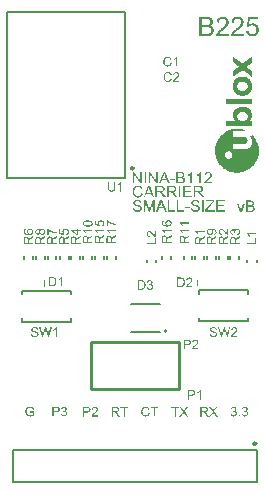
<source format=gto>
G04*
G04 #@! TF.GenerationSoftware,Altium Limited,Altium Designer,21.6.4 (81)*
G04*
G04 Layer_Color=65535*
%FSLAX44Y44*%
%MOMM*%
G71*
G04*
G04 #@! TF.SameCoordinates,B4D087F0-9EC3-4593-89C5-D5A80E32FEAA*
G04*
G04*
G04 #@! TF.FilePolarity,Positive*
G04*
G01*
G75*
%ADD10C,0.2540*%
%ADD11C,0.1270*%
%ADD12C,0.1500*%
%ADD13C,0.2000*%
%ADD14C,0.1016*%
G36*
X143726Y256771D02*
X140039D01*
Y257974D01*
X143726D01*
Y256771D01*
D02*
G37*
G36*
X129429Y253852D02*
X128099D01*
X122999Y261492D01*
Y253852D01*
X121760D01*
Y263589D01*
X123083D01*
X128191Y255941D01*
Y263589D01*
X129429D01*
Y253852D01*
D02*
G37*
G36*
X115829D02*
X114499D01*
X109398Y261492D01*
Y253852D01*
X108160D01*
Y263589D01*
X109483D01*
X114591Y255941D01*
Y263589D01*
X115829D01*
Y253852D01*
D02*
G37*
G36*
X172270Y263617D02*
X172369Y263610D01*
X172488Y263603D01*
X172622Y263582D01*
X172777Y263561D01*
X172939Y263526D01*
X173114Y263484D01*
X173290Y263434D01*
X173480Y263371D01*
X173663Y263294D01*
X173846Y263202D01*
X174022Y263104D01*
X174191Y262984D01*
X174353Y262843D01*
X174360Y262836D01*
X174388Y262808D01*
X174430Y262766D01*
X174480Y262703D01*
X174543Y262632D01*
X174613Y262541D01*
X174691Y262435D01*
X174768Y262316D01*
X174838Y262182D01*
X174916Y262034D01*
X174986Y261872D01*
X175049Y261703D01*
X175099Y261521D01*
X175141Y261331D01*
X175169Y261126D01*
X175176Y260916D01*
Y260908D01*
Y260887D01*
Y260859D01*
Y260817D01*
X175169Y260761D01*
X175162Y260704D01*
X175155Y260634D01*
X175148Y260557D01*
X175120Y260381D01*
X175077Y260184D01*
X175014Y259980D01*
X174937Y259769D01*
Y259762D01*
X174923Y259741D01*
X174909Y259712D01*
X174888Y259670D01*
X174867Y259621D01*
X174831Y259557D01*
X174796Y259487D01*
X174747Y259410D01*
X174698Y259325D01*
X174641Y259234D01*
X174501Y259030D01*
X174423Y258924D01*
X174339Y258812D01*
X174240Y258699D01*
X174142Y258580D01*
X174135Y258573D01*
X174114Y258551D01*
X174086Y258516D01*
X174036Y258467D01*
X173973Y258404D01*
X173895Y258326D01*
X173811Y258235D01*
X173706Y258129D01*
X173586Y258017D01*
X173445Y257890D01*
X173298Y257749D01*
X173129Y257595D01*
X172946Y257433D01*
X172749Y257257D01*
X172531Y257067D01*
X172298Y256870D01*
X172284Y256863D01*
X172249Y256828D01*
X172200Y256785D01*
X172129Y256722D01*
X172038Y256652D01*
X171947Y256567D01*
X171841Y256476D01*
X171728Y256377D01*
X171489Y256173D01*
X171377Y256068D01*
X171264Y255969D01*
X171159Y255871D01*
X171067Y255786D01*
X170983Y255709D01*
X170919Y255639D01*
X170905Y255625D01*
X170870Y255582D01*
X170814Y255519D01*
X170744Y255442D01*
X170666Y255343D01*
X170582Y255238D01*
X170497Y255118D01*
X170420Y254998D01*
X175190D01*
Y253852D01*
X168759D01*
Y253859D01*
Y253873D01*
Y253894D01*
Y253922D01*
Y253964D01*
X168766Y254006D01*
X168773Y254119D01*
X168787Y254238D01*
X168809Y254379D01*
X168844Y254527D01*
X168893Y254675D01*
Y254682D01*
X168907Y254703D01*
X168921Y254738D01*
X168942Y254787D01*
X168963Y254851D01*
X168999Y254921D01*
X169041Y254998D01*
X169083Y255083D01*
X169132Y255181D01*
X169196Y255280D01*
X169329Y255498D01*
X169491Y255730D01*
X169681Y255969D01*
X169688Y255976D01*
X169709Y255997D01*
X169737Y256033D01*
X169780Y256082D01*
X169836Y256145D01*
X169906Y256215D01*
X169984Y256300D01*
X170082Y256391D01*
X170188Y256497D01*
X170300Y256609D01*
X170427Y256729D01*
X170568Y256863D01*
X170722Y256996D01*
X170884Y257137D01*
X171060Y257285D01*
X171243Y257440D01*
X171250Y257447D01*
X171264Y257454D01*
X171285Y257475D01*
X171313Y257496D01*
X171349Y257531D01*
X171391Y257566D01*
X171496Y257658D01*
X171630Y257763D01*
X171771Y257897D01*
X171933Y258038D01*
X172101Y258193D01*
X172284Y258354D01*
X172460Y258523D01*
X172643Y258692D01*
X172812Y258868D01*
X172981Y259037D01*
X173129Y259199D01*
X173269Y259361D01*
X173382Y259508D01*
X173389Y259515D01*
X173403Y259543D01*
X173431Y259586D01*
X173473Y259635D01*
X173516Y259705D01*
X173558Y259783D01*
X173614Y259874D01*
X173663Y259973D01*
X173713Y260078D01*
X173769Y260191D01*
X173860Y260437D01*
X173895Y260564D01*
X173924Y260690D01*
X173938Y260817D01*
X173945Y260944D01*
Y260951D01*
Y260979D01*
Y261014D01*
X173938Y261063D01*
X173931Y261126D01*
X173917Y261197D01*
X173902Y261274D01*
X173881Y261359D01*
X173853Y261450D01*
X173818Y261549D01*
X173776Y261647D01*
X173727Y261746D01*
X173670Y261851D01*
X173600Y261950D01*
X173523Y262048D01*
X173431Y262140D01*
X173424Y262147D01*
X173410Y262161D01*
X173382Y262182D01*
X173340Y262217D01*
X173290Y262252D01*
X173227Y262295D01*
X173157Y262344D01*
X173079Y262386D01*
X172988Y262435D01*
X172889Y262477D01*
X172777Y262520D01*
X172664Y262555D01*
X172538Y262590D01*
X172404Y262611D01*
X172263Y262625D01*
X172115Y262632D01*
X172031D01*
X171975Y262625D01*
X171897Y262618D01*
X171813Y262604D01*
X171721Y262590D01*
X171616Y262569D01*
X171510Y262541D01*
X171398Y262505D01*
X171285Y262463D01*
X171166Y262414D01*
X171053Y262351D01*
X170940Y262280D01*
X170828Y262203D01*
X170729Y262111D01*
X170722Y262104D01*
X170708Y262090D01*
X170680Y262055D01*
X170652Y262020D01*
X170610Y261964D01*
X170568Y261901D01*
X170518Y261823D01*
X170476Y261739D01*
X170427Y261647D01*
X170378Y261535D01*
X170335Y261422D01*
X170293Y261295D01*
X170265Y261155D01*
X170237Y261007D01*
X170223Y260852D01*
X170216Y260683D01*
X168985Y260810D01*
Y260817D01*
Y260824D01*
X168992Y260845D01*
Y260873D01*
X168999Y260944D01*
X169020Y261035D01*
X169041Y261148D01*
X169069Y261281D01*
X169104Y261429D01*
X169146Y261584D01*
X169203Y261753D01*
X169266Y261922D01*
X169343Y262097D01*
X169435Y262273D01*
X169533Y262442D01*
X169653Y262604D01*
X169780Y262759D01*
X169927Y262900D01*
X169934Y262907D01*
X169963Y262928D01*
X170012Y262970D01*
X170075Y263012D01*
X170159Y263068D01*
X170258Y263132D01*
X170378Y263195D01*
X170511Y263265D01*
X170666Y263329D01*
X170828Y263392D01*
X171011Y263455D01*
X171208Y263512D01*
X171419Y263561D01*
X171644Y263596D01*
X171883Y263617D01*
X172137Y263624D01*
X172200D01*
X172270Y263617D01*
D02*
G37*
G36*
X165847Y253852D02*
X164650D01*
Y261464D01*
X164643Y261457D01*
X164629Y261443D01*
X164608Y261422D01*
X164573Y261394D01*
X164531Y261359D01*
X164475Y261310D01*
X164411Y261260D01*
X164348Y261204D01*
X164263Y261148D01*
X164179Y261077D01*
X164088Y261014D01*
X163989Y260937D01*
X163876Y260866D01*
X163764Y260789D01*
X163511Y260634D01*
X163504Y260627D01*
X163482Y260613D01*
X163440Y260592D01*
X163391Y260571D01*
X163335Y260536D01*
X163264Y260493D01*
X163180Y260451D01*
X163096Y260402D01*
X162899Y260303D01*
X162687Y260205D01*
X162469Y260106D01*
X162258Y260022D01*
Y261176D01*
X162272Y261183D01*
X162300Y261197D01*
X162357Y261225D01*
X162427Y261260D01*
X162512Y261302D01*
X162617Y261359D01*
X162730Y261422D01*
X162849Y261492D01*
X162983Y261577D01*
X163124Y261661D01*
X163419Y261858D01*
X163722Y262076D01*
X164010Y262316D01*
X164017Y262323D01*
X164045Y262344D01*
X164081Y262379D01*
X164130Y262428D01*
X164193Y262491D01*
X164263Y262562D01*
X164341Y262646D01*
X164425Y262731D01*
X164510Y262829D01*
X164601Y262935D01*
X164777Y263153D01*
X164939Y263385D01*
X165009Y263505D01*
X165073Y263624D01*
X165847D01*
Y253852D01*
D02*
G37*
G36*
X158283D02*
X157087D01*
Y261464D01*
X157080Y261457D01*
X157066Y261443D01*
X157045Y261422D01*
X157010Y261394D01*
X156967Y261359D01*
X156911Y261310D01*
X156848Y261260D01*
X156784Y261204D01*
X156700Y261148D01*
X156616Y261077D01*
X156524Y261014D01*
X156426Y260937D01*
X156313Y260866D01*
X156201Y260789D01*
X155947Y260634D01*
X155940Y260627D01*
X155919Y260613D01*
X155877Y260592D01*
X155828Y260571D01*
X155771Y260536D01*
X155701Y260493D01*
X155617Y260451D01*
X155532Y260402D01*
X155335Y260303D01*
X155124Y260205D01*
X154906Y260106D01*
X154695Y260022D01*
Y261176D01*
X154709Y261183D01*
X154737Y261197D01*
X154793Y261225D01*
X154864Y261260D01*
X154948Y261302D01*
X155054Y261359D01*
X155166Y261422D01*
X155286Y261492D01*
X155420Y261577D01*
X155560Y261661D01*
X155856Y261858D01*
X156158Y262076D01*
X156447Y262316D01*
X156454Y262323D01*
X156482Y262344D01*
X156517Y262379D01*
X156566Y262428D01*
X156630Y262491D01*
X156700Y262562D01*
X156777Y262646D01*
X156862Y262731D01*
X156946Y262829D01*
X157038Y262935D01*
X157214Y263153D01*
X157375Y263385D01*
X157446Y263505D01*
X157509Y263624D01*
X158283D01*
Y253852D01*
D02*
G37*
G36*
X148975Y263582D02*
X149073D01*
X149179Y263575D01*
X149305Y263561D01*
X149432Y263554D01*
X149573Y263533D01*
X149720Y263519D01*
X150016Y263462D01*
X150311Y263385D01*
X150452Y263343D01*
X150579Y263286D01*
X150586D01*
X150607Y263272D01*
X150642Y263258D01*
X150691Y263230D01*
X150748Y263202D01*
X150811Y263160D01*
X150888Y263118D01*
X150966Y263061D01*
X151050Y263005D01*
X151135Y262935D01*
X151219Y262864D01*
X151311Y262780D01*
X151395Y262689D01*
X151480Y262597D01*
X151557Y262491D01*
X151634Y262379D01*
X151641Y262372D01*
X151648Y262351D01*
X151669Y262316D01*
X151698Y262273D01*
X151726Y262217D01*
X151754Y262147D01*
X151789Y262076D01*
X151831Y261992D01*
X151866Y261893D01*
X151902Y261795D01*
X151958Y261577D01*
X152007Y261338D01*
X152014Y261218D01*
X152021Y261091D01*
Y261084D01*
Y261063D01*
Y261028D01*
X152014Y260986D01*
Y260930D01*
X152000Y260866D01*
X151993Y260789D01*
X151979Y260711D01*
X151937Y260529D01*
X151874Y260331D01*
X151838Y260226D01*
X151789Y260127D01*
X151740Y260022D01*
X151677Y259916D01*
X151669Y259909D01*
X151662Y259895D01*
X151641Y259867D01*
X151613Y259825D01*
X151578Y259776D01*
X151536Y259726D01*
X151480Y259663D01*
X151423Y259600D01*
X151353Y259529D01*
X151283Y259459D01*
X151198Y259389D01*
X151107Y259311D01*
X151001Y259234D01*
X150896Y259163D01*
X150783Y259093D01*
X150656Y259030D01*
X150663D01*
X150698Y259016D01*
X150741Y259002D01*
X150804Y258981D01*
X150874Y258953D01*
X150959Y258917D01*
X151057Y258875D01*
X151156Y258819D01*
X151268Y258762D01*
X151381Y258699D01*
X151494Y258629D01*
X151606Y258544D01*
X151712Y258460D01*
X151824Y258361D01*
X151923Y258256D01*
X152014Y258143D01*
X152021Y258136D01*
X152035Y258115D01*
X152056Y258080D01*
X152092Y258031D01*
X152127Y257974D01*
X152169Y257904D01*
X152211Y257820D01*
X152253Y257728D01*
X152296Y257623D01*
X152345Y257510D01*
X152380Y257390D01*
X152415Y257257D01*
X152450Y257123D01*
X152472Y256975D01*
X152486Y256828D01*
X152493Y256673D01*
Y256666D01*
Y256645D01*
Y256602D01*
X152486Y256553D01*
Y256497D01*
X152479Y256427D01*
X152472Y256342D01*
X152457Y256258D01*
X152422Y256061D01*
X152366Y255843D01*
X152296Y255618D01*
X152197Y255392D01*
Y255385D01*
X152183Y255364D01*
X152169Y255336D01*
X152148Y255294D01*
X152120Y255245D01*
X152085Y255188D01*
X152000Y255062D01*
X151895Y254914D01*
X151775Y254766D01*
X151641Y254618D01*
X151487Y254492D01*
X151480D01*
X151465Y254478D01*
X151444Y254464D01*
X151409Y254443D01*
X151367Y254414D01*
X151318Y254386D01*
X151261Y254351D01*
X151198Y254316D01*
X151121Y254274D01*
X151043Y254238D01*
X150860Y254154D01*
X150656Y254084D01*
X150424Y254013D01*
X150417D01*
X150396Y254006D01*
X150361Y253999D01*
X150311Y253985D01*
X150248Y253978D01*
X150171Y253964D01*
X150086Y253950D01*
X149988Y253936D01*
X149882Y253915D01*
X149763Y253901D01*
X149629Y253887D01*
X149495Y253880D01*
X149348Y253866D01*
X149193Y253859D01*
X149024Y253852D01*
X145147D01*
Y263589D01*
X148897D01*
X148975Y263582D01*
D02*
G37*
G36*
X139638Y253852D02*
X138175D01*
X137049Y256800D01*
X132961D01*
X131899Y253852D01*
X130541D01*
X134277Y263589D01*
X135656D01*
X139638Y253852D01*
D02*
G37*
G36*
X119502D02*
X118214D01*
Y263589D01*
X119502D01*
Y253852D01*
D02*
G37*
G36*
X112895Y251897D02*
X113001Y251890D01*
X113127Y251883D01*
X113268Y251862D01*
X113430Y251841D01*
X113613Y251812D01*
X113803Y251770D01*
X114000Y251721D01*
X114204Y251665D01*
X114408Y251587D01*
X114612Y251503D01*
X114823Y251404D01*
X115020Y251292D01*
X115210Y251158D01*
X115224Y251151D01*
X115252Y251123D01*
X115308Y251081D01*
X115372Y251017D01*
X115456Y250947D01*
X115548Y250849D01*
X115646Y250743D01*
X115759Y250616D01*
X115871Y250476D01*
X115991Y250321D01*
X116103Y250145D01*
X116216Y249962D01*
X116329Y249758D01*
X116427Y249540D01*
X116526Y249308D01*
X116603Y249062D01*
X115337Y248766D01*
X115330Y248780D01*
X115323Y248815D01*
X115301Y248864D01*
X115273Y248942D01*
X115238Y249026D01*
X115196Y249125D01*
X115140Y249237D01*
X115083Y249357D01*
X115020Y249484D01*
X114943Y249610D01*
X114865Y249737D01*
X114774Y249871D01*
X114675Y249990D01*
X114577Y250110D01*
X114464Y250215D01*
X114345Y250314D01*
X114338Y250321D01*
X114316Y250335D01*
X114281Y250356D01*
X114232Y250391D01*
X114169Y250427D01*
X114091Y250469D01*
X114000Y250511D01*
X113901Y250560D01*
X113789Y250602D01*
X113669Y250645D01*
X113535Y250687D01*
X113395Y250722D01*
X113240Y250757D01*
X113078Y250778D01*
X112909Y250792D01*
X112726Y250799D01*
X112621D01*
X112543Y250792D01*
X112445Y250785D01*
X112332Y250771D01*
X112206Y250757D01*
X112072Y250729D01*
X111924Y250701D01*
X111776Y250666D01*
X111622Y250623D01*
X111460Y250574D01*
X111305Y250511D01*
X111150Y250434D01*
X110996Y250356D01*
X110848Y250258D01*
X110841Y250251D01*
X110813Y250236D01*
X110777Y250201D01*
X110728Y250159D01*
X110665Y250103D01*
X110594Y250040D01*
X110517Y249962D01*
X110433Y249878D01*
X110348Y249779D01*
X110257Y249674D01*
X110172Y249554D01*
X110088Y249420D01*
X110003Y249287D01*
X109926Y249139D01*
X109856Y248984D01*
X109792Y248815D01*
Y248808D01*
X109778Y248773D01*
X109764Y248724D01*
X109743Y248661D01*
X109722Y248576D01*
X109694Y248478D01*
X109673Y248365D01*
X109645Y248238D01*
X109616Y248105D01*
X109588Y247957D01*
X109560Y247802D01*
X109539Y247640D01*
X109504Y247303D01*
X109497Y247127D01*
X109490Y246944D01*
Y246930D01*
Y246887D01*
Y246824D01*
X109497Y246733D01*
X109504Y246627D01*
X109511Y246500D01*
X109518Y246360D01*
X109532Y246212D01*
X109553Y246043D01*
X109574Y245867D01*
X109645Y245508D01*
X109680Y245319D01*
X109729Y245136D01*
X109785Y244953D01*
X109849Y244777D01*
X109856Y244770D01*
X109863Y244734D01*
X109884Y244692D01*
X109919Y244629D01*
X109954Y244552D01*
X110003Y244460D01*
X110060Y244362D01*
X110123Y244256D01*
X110200Y244151D01*
X110285Y244038D01*
X110376Y243918D01*
X110475Y243806D01*
X110587Y243693D01*
X110707Y243588D01*
X110834Y243489D01*
X110974Y243398D01*
X110981Y243391D01*
X111010Y243377D01*
X111052Y243356D01*
X111108Y243327D01*
X111178Y243292D01*
X111263Y243250D01*
X111361Y243215D01*
X111467Y243173D01*
X111587Y243123D01*
X111713Y243088D01*
X111854Y243046D01*
X111994Y243011D01*
X112149Y242983D01*
X112304Y242962D01*
X112466Y242947D01*
X112628Y242940D01*
X112677D01*
X112733Y242947D01*
X112811D01*
X112902Y242962D01*
X113008Y242976D01*
X113134Y242990D01*
X113261Y243018D01*
X113402Y243053D01*
X113549Y243095D01*
X113704Y243144D01*
X113859Y243201D01*
X114014Y243271D01*
X114169Y243356D01*
X114316Y243454D01*
X114464Y243559D01*
X114471Y243567D01*
X114499Y243588D01*
X114535Y243623D01*
X114584Y243679D01*
X114647Y243743D01*
X114717Y243820D01*
X114795Y243918D01*
X114872Y244024D01*
X114957Y244151D01*
X115041Y244284D01*
X115133Y244439D01*
X115210Y244608D01*
X115294Y244784D01*
X115365Y244981D01*
X115428Y245185D01*
X115484Y245410D01*
X116772Y245086D01*
Y245079D01*
X116765Y245065D01*
X116758Y245044D01*
X116751Y245016D01*
X116744Y244981D01*
X116730Y244932D01*
X116694Y244826D01*
X116645Y244692D01*
X116589Y244545D01*
X116519Y244376D01*
X116434Y244193D01*
X116343Y243996D01*
X116237Y243799D01*
X116117Y243602D01*
X115984Y243398D01*
X115836Y243201D01*
X115674Y243011D01*
X115498Y242835D01*
X115308Y242666D01*
X115294Y242659D01*
X115259Y242631D01*
X115203Y242589D01*
X115118Y242539D01*
X115020Y242476D01*
X114893Y242406D01*
X114753Y242328D01*
X114591Y242251D01*
X114415Y242174D01*
X114218Y242096D01*
X114007Y242026D01*
X113782Y241962D01*
X113535Y241913D01*
X113282Y241871D01*
X113015Y241843D01*
X112733Y241836D01*
X112628D01*
X112578Y241843D01*
X112473D01*
X112339Y241857D01*
X112184Y241871D01*
X112009Y241892D01*
X111826Y241913D01*
X111622Y241948D01*
X111418Y241991D01*
X111200Y242047D01*
X110988Y242103D01*
X110777Y242181D01*
X110566Y242265D01*
X110362Y242363D01*
X110172Y242476D01*
X110158Y242483D01*
X110130Y242504D01*
X110081Y242546D01*
X110010Y242596D01*
X109926Y242659D01*
X109835Y242743D01*
X109729Y242835D01*
X109616Y242947D01*
X109497Y243074D01*
X109377Y243208D01*
X109251Y243363D01*
X109124Y243524D01*
X109004Y243707D01*
X108885Y243897D01*
X108772Y244108D01*
X108674Y244326D01*
Y244333D01*
X108667Y244340D01*
X108652Y244383D01*
X108624Y244446D01*
X108596Y244538D01*
X108554Y244650D01*
X108512Y244784D01*
X108463Y244939D01*
X108420Y245107D01*
X108371Y245297D01*
X108322Y245501D01*
X108280Y245713D01*
X108237Y245945D01*
X108209Y246177D01*
X108181Y246423D01*
X108167Y246676D01*
X108160Y246937D01*
Y246944D01*
Y246958D01*
Y246979D01*
Y247007D01*
Y247042D01*
X108167Y247085D01*
Y247190D01*
X108181Y247324D01*
X108188Y247479D01*
X108209Y247654D01*
X108230Y247844D01*
X108266Y248041D01*
X108301Y248252D01*
X108350Y248478D01*
X108406Y248703D01*
X108470Y248928D01*
X108547Y249153D01*
X108638Y249371D01*
X108737Y249589D01*
X108744Y249603D01*
X108765Y249639D01*
X108800Y249695D01*
X108842Y249779D01*
X108906Y249871D01*
X108976Y249976D01*
X109068Y250103D01*
X109166Y250229D01*
X109272Y250363D01*
X109398Y250511D01*
X109532Y250652D01*
X109680Y250792D01*
X109842Y250933D01*
X110010Y251067D01*
X110193Y251193D01*
X110390Y251313D01*
X110405Y251320D01*
X110440Y251341D01*
X110496Y251369D01*
X110580Y251404D01*
X110679Y251454D01*
X110799Y251503D01*
X110939Y251552D01*
X111087Y251609D01*
X111256Y251665D01*
X111439Y251714D01*
X111636Y251770D01*
X111840Y251812D01*
X112058Y251848D01*
X112283Y251876D01*
X112515Y251897D01*
X112754Y251904D01*
X112853D01*
X112895Y251897D01*
D02*
G37*
G36*
X164461Y251728D02*
X164573D01*
X164700Y251721D01*
X164833Y251714D01*
X164988Y251700D01*
X165143Y251686D01*
X165305Y251672D01*
X165636Y251623D01*
X165790Y251594D01*
X165945Y251559D01*
X166093Y251517D01*
X166227Y251468D01*
X166234D01*
X166255Y251454D01*
X166290Y251440D01*
X166339Y251418D01*
X166395Y251390D01*
X166459Y251348D01*
X166536Y251306D01*
X166614Y251257D01*
X166698Y251193D01*
X166789Y251130D01*
X166881Y251053D01*
X166972Y250968D01*
X167057Y250870D01*
X167148Y250771D01*
X167233Y250659D01*
X167310Y250539D01*
X167317Y250532D01*
X167331Y250511D01*
X167345Y250476D01*
X167373Y250427D01*
X167402Y250363D01*
X167437Y250286D01*
X167479Y250201D01*
X167514Y250110D01*
X167549Y250004D01*
X167591Y249892D01*
X167627Y249772D01*
X167655Y249646D01*
X167683Y249512D01*
X167704Y249371D01*
X167711Y249223D01*
X167718Y249076D01*
Y249062D01*
Y249033D01*
X167711Y248977D01*
Y248900D01*
X167697Y248815D01*
X167683Y248710D01*
X167662Y248597D01*
X167634Y248470D01*
X167598Y248337D01*
X167556Y248196D01*
X167500Y248048D01*
X167437Y247901D01*
X167359Y247753D01*
X167268Y247612D01*
X167162Y247464D01*
X167043Y247331D01*
X167036Y247324D01*
X167015Y247303D01*
X166972Y247267D01*
X166916Y247218D01*
X166846Y247162D01*
X166754Y247099D01*
X166656Y247028D01*
X166536Y246951D01*
X166395Y246873D01*
X166248Y246796D01*
X166072Y246726D01*
X165889Y246648D01*
X165685Y246585D01*
X165467Y246522D01*
X165227Y246472D01*
X164974Y246430D01*
X164981D01*
X164995Y246416D01*
X165023Y246409D01*
X165058Y246388D01*
X165101Y246367D01*
X165150Y246339D01*
X165263Y246275D01*
X165389Y246205D01*
X165516Y246121D01*
X165636Y246036D01*
X165748Y245945D01*
X165755Y245938D01*
X165776Y245924D01*
X165804Y245888D01*
X165847Y245853D01*
X165896Y245797D01*
X165952Y245741D01*
X166022Y245670D01*
X166093Y245586D01*
X166170Y245494D01*
X166255Y245396D01*
X166346Y245290D01*
X166438Y245178D01*
X166529Y245051D01*
X166628Y244925D01*
X166817Y244643D01*
X168499Y241998D01*
X166888D01*
X165600Y244024D01*
X165593Y244031D01*
X165572Y244059D01*
X165544Y244108D01*
X165509Y244165D01*
X165460Y244242D01*
X165403Y244326D01*
X165340Y244418D01*
X165277Y244516D01*
X165129Y244734D01*
X164974Y244960D01*
X164819Y245171D01*
X164742Y245269D01*
X164672Y245361D01*
X164664Y245368D01*
X164657Y245382D01*
X164636Y245403D01*
X164608Y245438D01*
X164538Y245522D01*
X164454Y245621D01*
X164348Y245727D01*
X164242Y245839D01*
X164130Y245938D01*
X164017Y246015D01*
X164003Y246022D01*
X163968Y246043D01*
X163912Y246078D01*
X163834Y246113D01*
X163750Y246156D01*
X163651Y246205D01*
X163546Y246240D01*
X163433Y246275D01*
X163426D01*
X163391Y246282D01*
X163335Y246289D01*
X163264Y246304D01*
X163166Y246311D01*
X163039Y246318D01*
X162892Y246325D01*
X161224D01*
Y241998D01*
X159937D01*
Y251735D01*
X164376D01*
X164461Y251728D01*
D02*
G37*
G36*
X157910Y250588D02*
X152162D01*
Y247605D01*
X157544D01*
Y246458D01*
X152162D01*
Y243144D01*
X158135D01*
Y241998D01*
X150874D01*
Y251735D01*
X157910D01*
Y250588D01*
D02*
G37*
G36*
X148574Y241998D02*
X147286D01*
Y251735D01*
X148574D01*
Y241998D01*
D02*
G37*
G36*
X141791Y251728D02*
X141904D01*
X142030Y251721D01*
X142164Y251714D01*
X142319Y251700D01*
X142474Y251686D01*
X142635Y251672D01*
X142966Y251623D01*
X143121Y251594D01*
X143276Y251559D01*
X143424Y251517D01*
X143557Y251468D01*
X143564D01*
X143585Y251454D01*
X143621Y251440D01*
X143670Y251418D01*
X143726Y251390D01*
X143789Y251348D01*
X143867Y251306D01*
X143944Y251257D01*
X144029Y251193D01*
X144120Y251130D01*
X144212Y251053D01*
X144303Y250968D01*
X144387Y250870D01*
X144479Y250771D01*
X144563Y250659D01*
X144641Y250539D01*
X144648Y250532D01*
X144662Y250511D01*
X144676Y250476D01*
X144704Y250427D01*
X144732Y250363D01*
X144767Y250286D01*
X144810Y250201D01*
X144845Y250110D01*
X144880Y250004D01*
X144922Y249892D01*
X144957Y249772D01*
X144985Y249646D01*
X145014Y249512D01*
X145035Y249371D01*
X145042Y249223D01*
X145049Y249076D01*
Y249062D01*
Y249033D01*
X145042Y248977D01*
Y248900D01*
X145028Y248815D01*
X145014Y248710D01*
X144992Y248597D01*
X144964Y248470D01*
X144929Y248337D01*
X144887Y248196D01*
X144831Y248048D01*
X144767Y247901D01*
X144690Y247753D01*
X144598Y247612D01*
X144493Y247464D01*
X144373Y247331D01*
X144366Y247324D01*
X144345Y247303D01*
X144303Y247267D01*
X144247Y247218D01*
X144176Y247162D01*
X144085Y247099D01*
X143986Y247028D01*
X143867Y246951D01*
X143726Y246873D01*
X143578Y246796D01*
X143402Y246726D01*
X143219Y246648D01*
X143015Y246585D01*
X142797Y246522D01*
X142558Y246472D01*
X142305Y246430D01*
X142312D01*
X142326Y246416D01*
X142354Y246409D01*
X142389Y246388D01*
X142431Y246367D01*
X142481Y246339D01*
X142593Y246275D01*
X142720Y246205D01*
X142846Y246121D01*
X142966Y246036D01*
X143079Y245945D01*
X143086Y245938D01*
X143107Y245924D01*
X143135Y245888D01*
X143177Y245853D01*
X143226Y245797D01*
X143283Y245741D01*
X143353Y245670D01*
X143424Y245586D01*
X143501Y245494D01*
X143585Y245396D01*
X143677Y245290D01*
X143768Y245178D01*
X143860Y245051D01*
X143958Y244925D01*
X144148Y244643D01*
X145830Y241998D01*
X144219D01*
X142931Y244024D01*
X142924Y244031D01*
X142903Y244059D01*
X142875Y244108D01*
X142839Y244165D01*
X142790Y244242D01*
X142734Y244326D01*
X142671Y244418D01*
X142607Y244516D01*
X142460Y244734D01*
X142305Y244960D01*
X142150Y245171D01*
X142073Y245269D01*
X142002Y245361D01*
X141995Y245368D01*
X141988Y245382D01*
X141967Y245403D01*
X141939Y245438D01*
X141869Y245522D01*
X141784Y245621D01*
X141679Y245727D01*
X141573Y245839D01*
X141461Y245938D01*
X141348Y246015D01*
X141334Y246022D01*
X141299Y246043D01*
X141242Y246078D01*
X141165Y246113D01*
X141081Y246156D01*
X140982Y246205D01*
X140877Y246240D01*
X140764Y246275D01*
X140757D01*
X140722Y246282D01*
X140665Y246289D01*
X140595Y246304D01*
X140497Y246311D01*
X140370Y246318D01*
X140222Y246325D01*
X138555D01*
Y241998D01*
X137267D01*
Y251735D01*
X141707D01*
X141791Y251728D01*
D02*
G37*
G36*
X131969D02*
X132082D01*
X132208Y251721D01*
X132342Y251714D01*
X132497Y251700D01*
X132652Y251686D01*
X132814Y251672D01*
X133144Y251623D01*
X133299Y251594D01*
X133454Y251559D01*
X133602Y251517D01*
X133735Y251468D01*
X133742D01*
X133763Y251454D01*
X133799Y251440D01*
X133848Y251418D01*
X133904Y251390D01*
X133967Y251348D01*
X134045Y251306D01*
X134122Y251257D01*
X134207Y251193D01*
X134298Y251130D01*
X134389Y251053D01*
X134481Y250968D01*
X134565Y250870D01*
X134657Y250771D01*
X134741Y250659D01*
X134819Y250539D01*
X134826Y250532D01*
X134840Y250511D01*
X134854Y250476D01*
X134882Y250427D01*
X134910Y250363D01*
X134945Y250286D01*
X134987Y250201D01*
X135023Y250110D01*
X135058Y250004D01*
X135100Y249892D01*
X135135Y249772D01*
X135163Y249646D01*
X135192Y249512D01*
X135213Y249371D01*
X135220Y249223D01*
X135227Y249076D01*
Y249062D01*
Y249033D01*
X135220Y248977D01*
Y248900D01*
X135206Y248815D01*
X135192Y248710D01*
X135170Y248597D01*
X135142Y248470D01*
X135107Y248337D01*
X135065Y248196D01*
X135009Y248048D01*
X134945Y247901D01*
X134868Y247753D01*
X134776Y247612D01*
X134671Y247464D01*
X134551Y247331D01*
X134544Y247324D01*
X134523Y247303D01*
X134481Y247267D01*
X134425Y247218D01*
X134354Y247162D01*
X134263Y247099D01*
X134164Y247028D01*
X134045Y246951D01*
X133904Y246873D01*
X133756Y246796D01*
X133580Y246726D01*
X133397Y246648D01*
X133193Y246585D01*
X132975Y246522D01*
X132736Y246472D01*
X132483Y246430D01*
X132490D01*
X132504Y246416D01*
X132532Y246409D01*
X132567Y246388D01*
X132609Y246367D01*
X132659Y246339D01*
X132771Y246275D01*
X132898Y246205D01*
X133025Y246121D01*
X133144Y246036D01*
X133257Y245945D01*
X133264Y245938D01*
X133285Y245924D01*
X133313Y245888D01*
X133355Y245853D01*
X133405Y245797D01*
X133461Y245741D01*
X133531Y245670D01*
X133602Y245586D01*
X133679Y245494D01*
X133763Y245396D01*
X133855Y245290D01*
X133946Y245178D01*
X134038Y245051D01*
X134136Y244925D01*
X134326Y244643D01*
X136008Y241998D01*
X134396D01*
X133109Y244024D01*
X133102Y244031D01*
X133081Y244059D01*
X133053Y244108D01*
X133018Y244165D01*
X132968Y244242D01*
X132912Y244326D01*
X132849Y244418D01*
X132785Y244516D01*
X132638Y244734D01*
X132483Y244960D01*
X132328Y245171D01*
X132251Y245269D01*
X132180Y245361D01*
X132173Y245368D01*
X132166Y245382D01*
X132145Y245403D01*
X132117Y245438D01*
X132047Y245522D01*
X131962Y245621D01*
X131857Y245727D01*
X131751Y245839D01*
X131638Y245938D01*
X131526Y246015D01*
X131512Y246022D01*
X131477Y246043D01*
X131420Y246078D01*
X131343Y246113D01*
X131259Y246156D01*
X131160Y246205D01*
X131054Y246240D01*
X130942Y246275D01*
X130935D01*
X130900Y246282D01*
X130843Y246289D01*
X130773Y246304D01*
X130675Y246311D01*
X130548Y246318D01*
X130400Y246325D01*
X128733D01*
Y241998D01*
X127445D01*
Y251735D01*
X131885D01*
X131969Y251728D01*
D02*
G37*
G36*
X126397Y241998D02*
X124933D01*
X123808Y244946D01*
X119720D01*
X118657Y241998D01*
X117299D01*
X121035Y251735D01*
X122415D01*
X126397Y241998D01*
D02*
G37*
G36*
X161252Y239881D02*
X161344D01*
X161456Y239867D01*
X161576Y239860D01*
X161716Y239846D01*
X161857Y239825D01*
X162012Y239804D01*
X162329Y239741D01*
X162498Y239698D01*
X162659Y239656D01*
X162821Y239600D01*
X162976Y239536D01*
X162983Y239529D01*
X163011Y239522D01*
X163053Y239501D01*
X163110Y239473D01*
X163180Y239438D01*
X163257Y239389D01*
X163349Y239340D01*
X163440Y239276D01*
X163546Y239213D01*
X163644Y239135D01*
X163750Y239051D01*
X163855Y238960D01*
X163961Y238861D01*
X164060Y238748D01*
X164158Y238636D01*
X164242Y238509D01*
X164249Y238502D01*
X164263Y238481D01*
X164285Y238439D01*
X164313Y238390D01*
X164348Y238326D01*
X164390Y238249D01*
X164425Y238165D01*
X164475Y238066D01*
X164517Y237960D01*
X164559Y237841D01*
X164601Y237714D01*
X164636Y237581D01*
X164672Y237440D01*
X164700Y237292D01*
X164714Y237137D01*
X164728Y236982D01*
X163490Y236891D01*
Y236905D01*
X163482Y236933D01*
X163475Y236982D01*
X163461Y237046D01*
X163447Y237116D01*
X163426Y237208D01*
X163398Y237306D01*
X163363Y237412D01*
X163328Y237524D01*
X163279Y237637D01*
X163222Y237749D01*
X163159Y237869D01*
X163088Y237981D01*
X163004Y238087D01*
X162913Y238193D01*
X162814Y238284D01*
X162807Y238291D01*
X162786Y238305D01*
X162758Y238326D01*
X162709Y238361D01*
X162645Y238397D01*
X162575Y238432D01*
X162491Y238474D01*
X162392Y238523D01*
X162279Y238566D01*
X162153Y238608D01*
X162012Y238643D01*
X161864Y238685D01*
X161695Y238713D01*
X161520Y238734D01*
X161330Y238748D01*
X161126Y238755D01*
X161013D01*
X160936Y238748D01*
X160837Y238741D01*
X160732Y238734D01*
X160605Y238720D01*
X160478Y238699D01*
X160197Y238650D01*
X160056Y238615D01*
X159915Y238573D01*
X159782Y238523D01*
X159648Y238467D01*
X159528Y238404D01*
X159423Y238326D01*
X159416Y238319D01*
X159402Y238305D01*
X159374Y238284D01*
X159338Y238249D01*
X159303Y238207D01*
X159254Y238157D01*
X159212Y238101D01*
X159163Y238038D01*
X159113Y237967D01*
X159064Y237883D01*
X158980Y237707D01*
X158944Y237616D01*
X158916Y237510D01*
X158902Y237405D01*
X158895Y237292D01*
Y237285D01*
Y237271D01*
Y237243D01*
X158902Y237208D01*
X158909Y237158D01*
X158916Y237109D01*
X158944Y236989D01*
X158987Y236849D01*
X159050Y236708D01*
X159092Y236631D01*
X159149Y236560D01*
X159205Y236490D01*
X159268Y236427D01*
X159275Y236420D01*
X159289Y236413D01*
X159310Y236391D01*
X159353Y236370D01*
X159402Y236335D01*
X159472Y236300D01*
X159550Y236258D01*
X159648Y236208D01*
X159768Y236159D01*
X159901Y236103D01*
X160063Y236047D01*
X160239Y235983D01*
X160443Y235920D01*
X160668Y235857D01*
X160921Y235793D01*
X161203Y235723D01*
X161210D01*
X161224Y235716D01*
X161245D01*
X161273Y235709D01*
X161308Y235702D01*
X161351Y235688D01*
X161456Y235667D01*
X161583Y235632D01*
X161731Y235596D01*
X161892Y235561D01*
X162061Y235512D01*
X162420Y235420D01*
X162596Y235371D01*
X162772Y235315D01*
X162941Y235266D01*
X163096Y235209D01*
X163236Y235160D01*
X163356Y235111D01*
X163363Y235104D01*
X163391Y235090D01*
X163440Y235069D01*
X163497Y235041D01*
X163567Y234998D01*
X163644Y234956D01*
X163736Y234900D01*
X163834Y234837D01*
X163933Y234773D01*
X164038Y234696D01*
X164249Y234527D01*
X164446Y234330D01*
X164531Y234224D01*
X164615Y234112D01*
X164622Y234105D01*
X164636Y234084D01*
X164650Y234049D01*
X164679Y234006D01*
X164707Y233950D01*
X164742Y233880D01*
X164784Y233802D01*
X164819Y233718D01*
X164855Y233619D01*
X164897Y233514D01*
X164932Y233401D01*
X164960Y233275D01*
X164988Y233148D01*
X165009Y233014D01*
X165016Y232881D01*
X165023Y232733D01*
Y232726D01*
Y232698D01*
Y232655D01*
X165016Y232599D01*
X165009Y232529D01*
X165002Y232451D01*
X164988Y232360D01*
X164967Y232254D01*
X164946Y232149D01*
X164911Y232029D01*
X164876Y231910D01*
X164833Y231783D01*
X164784Y231656D01*
X164721Y231523D01*
X164650Y231396D01*
X164573Y231262D01*
X164566Y231255D01*
X164552Y231234D01*
X164524Y231199D01*
X164489Y231150D01*
X164446Y231094D01*
X164390Y231023D01*
X164327Y230953D01*
X164249Y230875D01*
X164165Y230791D01*
X164067Y230707D01*
X163961Y230615D01*
X163848Y230524D01*
X163729Y230439D01*
X163595Y230355D01*
X163454Y230277D01*
X163300Y230200D01*
X163293Y230193D01*
X163264Y230186D01*
X163215Y230165D01*
X163152Y230144D01*
X163074Y230116D01*
X162983Y230080D01*
X162877Y230045D01*
X162758Y230010D01*
X162624Y229975D01*
X162476Y229940D01*
X162322Y229911D01*
X162160Y229876D01*
X161991Y229855D01*
X161808Y229834D01*
X161618Y229827D01*
X161428Y229820D01*
X161301D01*
X161210Y229827D01*
X161097Y229834D01*
X160964Y229841D01*
X160816Y229855D01*
X160654Y229869D01*
X160485Y229890D01*
X160309Y229911D01*
X159937Y229982D01*
X159747Y230024D01*
X159564Y230073D01*
X159381Y230137D01*
X159212Y230200D01*
X159205Y230207D01*
X159170Y230221D01*
X159127Y230242D01*
X159064Y230270D01*
X158987Y230312D01*
X158902Y230362D01*
X158804Y230425D01*
X158705Y230488D01*
X158593Y230566D01*
X158480Y230650D01*
X158361Y230749D01*
X158248Y230854D01*
X158128Y230967D01*
X158016Y231087D01*
X157910Y231220D01*
X157812Y231361D01*
X157805Y231368D01*
X157791Y231396D01*
X157762Y231438D01*
X157734Y231495D01*
X157692Y231572D01*
X157650Y231656D01*
X157601Y231755D01*
X157558Y231867D01*
X157509Y231994D01*
X157460Y232128D01*
X157418Y232276D01*
X157375Y232423D01*
X157340Y232585D01*
X157312Y232754D01*
X157291Y232930D01*
X157284Y233113D01*
X158501Y233218D01*
Y233211D01*
X158508Y233183D01*
Y233148D01*
X158522Y233099D01*
X158529Y233035D01*
X158543Y232958D01*
X158565Y232881D01*
X158586Y232789D01*
X158635Y232599D01*
X158705Y232395D01*
X158790Y232198D01*
X158895Y232008D01*
X158902Y232001D01*
X158909Y231987D01*
X158930Y231966D01*
X158959Y231931D01*
X158987Y231889D01*
X159029Y231846D01*
X159078Y231797D01*
X159134Y231741D01*
X159198Y231684D01*
X159275Y231621D01*
X159353Y231558D01*
X159444Y231495D01*
X159535Y231431D01*
X159641Y231368D01*
X159754Y231312D01*
X159873Y231255D01*
X159880D01*
X159901Y231241D01*
X159944Y231227D01*
X159993Y231213D01*
X160056Y231192D01*
X160126Y231164D01*
X160218Y231136D01*
X160309Y231115D01*
X160415Y231087D01*
X160534Y231058D01*
X160654Y231037D01*
X160788Y231009D01*
X161069Y230981D01*
X161372Y230967D01*
X161442D01*
X161498Y230974D01*
X161562D01*
X161632Y230981D01*
X161716Y230988D01*
X161808Y230995D01*
X162012Y231023D01*
X162230Y231058D01*
X162448Y231115D01*
X162666Y231185D01*
X162673D01*
X162694Y231192D01*
X162723Y231206D01*
X162758Y231227D01*
X162807Y231248D01*
X162856Y231276D01*
X162983Y231340D01*
X163117Y231424D01*
X163257Y231530D01*
X163391Y231649D01*
X163504Y231783D01*
Y231790D01*
X163518Y231804D01*
X163532Y231825D01*
X163546Y231853D01*
X163567Y231889D01*
X163595Y231931D01*
X163644Y232036D01*
X163694Y232156D01*
X163743Y232297D01*
X163771Y232458D01*
X163785Y232620D01*
Y232627D01*
Y232641D01*
Y232663D01*
X163778Y232698D01*
Y232740D01*
X163771Y232782D01*
X163750Y232895D01*
X163722Y233014D01*
X163673Y233148D01*
X163602Y233282D01*
X163511Y233415D01*
Y233422D01*
X163497Y233429D01*
X163461Y233472D01*
X163391Y233535D01*
X163349Y233577D01*
X163300Y233619D01*
X163243Y233662D01*
X163180Y233711D01*
X163110Y233760D01*
X163025Y233809D01*
X162941Y233859D01*
X162842Y233908D01*
X162744Y233950D01*
X162631Y233999D01*
X162624D01*
X162610Y234006D01*
X162589Y234013D01*
X162547Y234027D01*
X162498Y234042D01*
X162441Y234063D01*
X162364Y234084D01*
X162272Y234112D01*
X162160Y234147D01*
X162040Y234182D01*
X161900Y234217D01*
X161738Y234260D01*
X161562Y234309D01*
X161358Y234358D01*
X161140Y234414D01*
X160900Y234471D01*
X160893D01*
X160886Y234478D01*
X160865D01*
X160844Y234485D01*
X160774Y234506D01*
X160682Y234527D01*
X160577Y234555D01*
X160450Y234590D01*
X160309Y234625D01*
X160169Y234668D01*
X159859Y234759D01*
X159550Y234865D01*
X159402Y234921D01*
X159261Y234977D01*
X159141Y235026D01*
X159029Y235083D01*
X159022Y235090D01*
X159001Y235097D01*
X158966Y235118D01*
X158916Y235146D01*
X158860Y235181D01*
X158790Y235231D01*
X158719Y235280D01*
X158635Y235336D01*
X158466Y235463D01*
X158297Y235618D01*
X158128Y235793D01*
X158058Y235892D01*
X157988Y235990D01*
X157980Y235997D01*
X157973Y236019D01*
X157959Y236047D01*
X157938Y236089D01*
X157910Y236138D01*
X157882Y236194D01*
X157854Y236265D01*
X157819Y236342D01*
X157791Y236434D01*
X157755Y236525D01*
X157706Y236729D01*
X157664Y236954D01*
X157657Y237074D01*
X157650Y237201D01*
Y237208D01*
Y237236D01*
Y237271D01*
X157657Y237327D01*
X157664Y237390D01*
X157671Y237468D01*
X157685Y237552D01*
X157699Y237651D01*
X157727Y237756D01*
X157748Y237862D01*
X157783Y237974D01*
X157826Y238094D01*
X157875Y238214D01*
X157931Y238333D01*
X157995Y238460D01*
X158065Y238580D01*
X158072Y238587D01*
X158086Y238608D01*
X158107Y238643D01*
X158142Y238685D01*
X158185Y238741D01*
X158241Y238798D01*
X158304Y238868D01*
X158375Y238938D01*
X158452Y239016D01*
X158543Y239100D01*
X158642Y239178D01*
X158755Y239262D01*
X158874Y239340D01*
X159001Y239417D01*
X159134Y239487D01*
X159282Y239550D01*
X159289Y239558D01*
X159317Y239565D01*
X159360Y239579D01*
X159423Y239607D01*
X159500Y239628D01*
X159585Y239656D01*
X159690Y239691D01*
X159810Y239719D01*
X159937Y239755D01*
X160070Y239783D01*
X160218Y239811D01*
X160373Y239839D01*
X160542Y239860D01*
X160710Y239874D01*
X160886Y239881D01*
X161069Y239888D01*
X161175D01*
X161252Y239881D01*
D02*
G37*
G36*
X112128D02*
X112220D01*
X112332Y239867D01*
X112452Y239860D01*
X112593Y239846D01*
X112733Y239825D01*
X112888Y239804D01*
X113205Y239741D01*
X113374Y239698D01*
X113535Y239656D01*
X113697Y239600D01*
X113852Y239536D01*
X113859Y239529D01*
X113887Y239522D01*
X113929Y239501D01*
X113986Y239473D01*
X114056Y239438D01*
X114133Y239389D01*
X114225Y239340D01*
X114316Y239276D01*
X114422Y239213D01*
X114520Y239135D01*
X114626Y239051D01*
X114732Y238960D01*
X114837Y238861D01*
X114936Y238748D01*
X115034Y238636D01*
X115118Y238509D01*
X115126Y238502D01*
X115140Y238481D01*
X115161Y238439D01*
X115189Y238390D01*
X115224Y238326D01*
X115266Y238249D01*
X115301Y238165D01*
X115351Y238066D01*
X115393Y237960D01*
X115435Y237841D01*
X115477Y237714D01*
X115512Y237581D01*
X115548Y237440D01*
X115576Y237292D01*
X115590Y237137D01*
X115604Y236982D01*
X114366Y236891D01*
Y236905D01*
X114359Y236933D01*
X114352Y236982D01*
X114338Y237046D01*
X114323Y237116D01*
X114302Y237208D01*
X114274Y237306D01*
X114239Y237412D01*
X114204Y237524D01*
X114155Y237637D01*
X114098Y237749D01*
X114035Y237869D01*
X113965Y237981D01*
X113880Y238087D01*
X113789Y238193D01*
X113690Y238284D01*
X113683Y238291D01*
X113662Y238305D01*
X113634Y238326D01*
X113585Y238361D01*
X113521Y238397D01*
X113451Y238432D01*
X113366Y238474D01*
X113268Y238523D01*
X113155Y238566D01*
X113029Y238608D01*
X112888Y238643D01*
X112740Y238685D01*
X112571Y238713D01*
X112396Y238734D01*
X112206Y238748D01*
X112002Y238755D01*
X111889D01*
X111812Y238748D01*
X111713Y238741D01*
X111608Y238734D01*
X111481Y238720D01*
X111354Y238699D01*
X111073Y238650D01*
X110932Y238615D01*
X110791Y238573D01*
X110658Y238523D01*
X110524Y238467D01*
X110405Y238404D01*
X110299Y238326D01*
X110292Y238319D01*
X110278Y238305D01*
X110250Y238284D01*
X110215Y238249D01*
X110179Y238207D01*
X110130Y238157D01*
X110088Y238101D01*
X110039Y238038D01*
X109989Y237967D01*
X109940Y237883D01*
X109856Y237707D01*
X109820Y237616D01*
X109792Y237510D01*
X109778Y237405D01*
X109771Y237292D01*
Y237285D01*
Y237271D01*
Y237243D01*
X109778Y237208D01*
X109785Y237158D01*
X109792Y237109D01*
X109820Y236989D01*
X109863Y236849D01*
X109926Y236708D01*
X109968Y236631D01*
X110024Y236560D01*
X110081Y236490D01*
X110144Y236427D01*
X110151Y236420D01*
X110165Y236413D01*
X110186Y236391D01*
X110229Y236370D01*
X110278Y236335D01*
X110348Y236300D01*
X110426Y236258D01*
X110524Y236208D01*
X110644Y236159D01*
X110777Y236103D01*
X110939Y236047D01*
X111115Y235983D01*
X111319Y235920D01*
X111544Y235857D01*
X111798Y235793D01*
X112079Y235723D01*
X112086D01*
X112100Y235716D01*
X112121D01*
X112149Y235709D01*
X112184Y235702D01*
X112227Y235688D01*
X112332Y235667D01*
X112459Y235632D01*
X112607Y235596D01*
X112768Y235561D01*
X112937Y235512D01*
X113296Y235420D01*
X113472Y235371D01*
X113648Y235315D01*
X113817Y235266D01*
X113972Y235209D01*
X114112Y235160D01*
X114232Y235111D01*
X114239Y235104D01*
X114267Y235090D01*
X114316Y235069D01*
X114373Y235041D01*
X114443Y234998D01*
X114520Y234956D01*
X114612Y234900D01*
X114710Y234837D01*
X114809Y234773D01*
X114914Y234696D01*
X115126Y234527D01*
X115323Y234330D01*
X115407Y234224D01*
X115491Y234112D01*
X115498Y234105D01*
X115512Y234084D01*
X115527Y234049D01*
X115555Y234006D01*
X115583Y233950D01*
X115618Y233880D01*
X115660Y233802D01*
X115695Y233718D01*
X115731Y233619D01*
X115773Y233514D01*
X115808Y233401D01*
X115836Y233275D01*
X115864Y233148D01*
X115885Y233014D01*
X115892Y232881D01*
X115899Y232733D01*
Y232726D01*
Y232698D01*
Y232655D01*
X115892Y232599D01*
X115885Y232529D01*
X115878Y232451D01*
X115864Y232360D01*
X115843Y232254D01*
X115822Y232149D01*
X115787Y232029D01*
X115752Y231910D01*
X115709Y231783D01*
X115660Y231656D01*
X115597Y231523D01*
X115527Y231396D01*
X115449Y231262D01*
X115442Y231255D01*
X115428Y231234D01*
X115400Y231199D01*
X115365Y231150D01*
X115323Y231094D01*
X115266Y231023D01*
X115203Y230953D01*
X115126Y230875D01*
X115041Y230791D01*
X114943Y230707D01*
X114837Y230615D01*
X114724Y230524D01*
X114605Y230439D01*
X114471Y230355D01*
X114330Y230277D01*
X114176Y230200D01*
X114169Y230193D01*
X114141Y230186D01*
X114091Y230165D01*
X114028Y230144D01*
X113951Y230116D01*
X113859Y230080D01*
X113753Y230045D01*
X113634Y230010D01*
X113500Y229975D01*
X113352Y229940D01*
X113198Y229911D01*
X113036Y229876D01*
X112867Y229855D01*
X112684Y229834D01*
X112494Y229827D01*
X112304Y229820D01*
X112177D01*
X112086Y229827D01*
X111973Y229834D01*
X111840Y229841D01*
X111692Y229855D01*
X111530Y229869D01*
X111361Y229890D01*
X111185Y229911D01*
X110813Y229982D01*
X110623Y230024D01*
X110440Y230073D01*
X110257Y230137D01*
X110088Y230200D01*
X110081Y230207D01*
X110046Y230221D01*
X110003Y230242D01*
X109940Y230270D01*
X109863Y230312D01*
X109778Y230362D01*
X109680Y230425D01*
X109581Y230488D01*
X109469Y230566D01*
X109356Y230650D01*
X109236Y230749D01*
X109124Y230854D01*
X109004Y230967D01*
X108892Y231087D01*
X108786Y231220D01*
X108688Y231361D01*
X108681Y231368D01*
X108667Y231396D01*
X108638Y231438D01*
X108610Y231495D01*
X108568Y231572D01*
X108526Y231656D01*
X108477Y231755D01*
X108434Y231867D01*
X108385Y231994D01*
X108336Y232128D01*
X108294Y232276D01*
X108251Y232423D01*
X108216Y232585D01*
X108188Y232754D01*
X108167Y232930D01*
X108160Y233113D01*
X109377Y233218D01*
Y233211D01*
X109384Y233183D01*
Y233148D01*
X109398Y233099D01*
X109405Y233035D01*
X109419Y232958D01*
X109440Y232881D01*
X109462Y232789D01*
X109511Y232599D01*
X109581Y232395D01*
X109666Y232198D01*
X109771Y232008D01*
X109778Y232001D01*
X109785Y231987D01*
X109806Y231966D01*
X109835Y231931D01*
X109863Y231889D01*
X109905Y231846D01*
X109954Y231797D01*
X110010Y231741D01*
X110074Y231684D01*
X110151Y231621D01*
X110229Y231558D01*
X110320Y231495D01*
X110412Y231431D01*
X110517Y231368D01*
X110630Y231312D01*
X110749Y231255D01*
X110756D01*
X110777Y231241D01*
X110820Y231227D01*
X110869Y231213D01*
X110932Y231192D01*
X111003Y231164D01*
X111094Y231136D01*
X111185Y231115D01*
X111291Y231087D01*
X111411Y231058D01*
X111530Y231037D01*
X111664Y231009D01*
X111945Y230981D01*
X112248Y230967D01*
X112318D01*
X112374Y230974D01*
X112438D01*
X112508Y230981D01*
X112593Y230988D01*
X112684Y230995D01*
X112888Y231023D01*
X113106Y231058D01*
X113324Y231115D01*
X113542Y231185D01*
X113549D01*
X113571Y231192D01*
X113599Y231206D01*
X113634Y231227D01*
X113683Y231248D01*
X113732Y231276D01*
X113859Y231340D01*
X113993Y231424D01*
X114133Y231530D01*
X114267Y231649D01*
X114380Y231783D01*
Y231790D01*
X114394Y231804D01*
X114408Y231825D01*
X114422Y231853D01*
X114443Y231889D01*
X114471Y231931D01*
X114520Y232036D01*
X114570Y232156D01*
X114619Y232297D01*
X114647Y232458D01*
X114661Y232620D01*
Y232627D01*
Y232641D01*
Y232663D01*
X114654Y232698D01*
Y232740D01*
X114647Y232782D01*
X114626Y232895D01*
X114598Y233014D01*
X114549Y233148D01*
X114478Y233282D01*
X114387Y233415D01*
Y233422D01*
X114373Y233429D01*
X114338Y233472D01*
X114267Y233535D01*
X114225Y233577D01*
X114176Y233619D01*
X114119Y233662D01*
X114056Y233711D01*
X113986Y233760D01*
X113901Y233809D01*
X113817Y233859D01*
X113718Y233908D01*
X113620Y233950D01*
X113507Y233999D01*
X113500D01*
X113486Y234006D01*
X113465Y234013D01*
X113423Y234027D01*
X113374Y234042D01*
X113317Y234063D01*
X113240Y234084D01*
X113148Y234112D01*
X113036Y234147D01*
X112916Y234182D01*
X112775Y234217D01*
X112614Y234260D01*
X112438Y234309D01*
X112234Y234358D01*
X112016Y234414D01*
X111776Y234471D01*
X111769D01*
X111762Y234478D01*
X111741D01*
X111720Y234485D01*
X111650Y234506D01*
X111558Y234527D01*
X111453Y234555D01*
X111326Y234590D01*
X111185Y234625D01*
X111045Y234668D01*
X110735Y234759D01*
X110426Y234865D01*
X110278Y234921D01*
X110137Y234977D01*
X110017Y235026D01*
X109905Y235083D01*
X109898Y235090D01*
X109877Y235097D01*
X109842Y235118D01*
X109792Y235146D01*
X109736Y235181D01*
X109666Y235231D01*
X109595Y235280D01*
X109511Y235336D01*
X109342Y235463D01*
X109173Y235618D01*
X109004Y235793D01*
X108934Y235892D01*
X108864Y235990D01*
X108857Y235997D01*
X108849Y236019D01*
X108835Y236047D01*
X108814Y236089D01*
X108786Y236138D01*
X108758Y236194D01*
X108730Y236265D01*
X108695Y236342D01*
X108667Y236434D01*
X108631Y236525D01*
X108582Y236729D01*
X108540Y236954D01*
X108533Y237074D01*
X108526Y237201D01*
Y237208D01*
Y237236D01*
Y237271D01*
X108533Y237327D01*
X108540Y237390D01*
X108547Y237468D01*
X108561Y237552D01*
X108575Y237651D01*
X108603Y237756D01*
X108624Y237862D01*
X108660Y237974D01*
X108702Y238094D01*
X108751Y238214D01*
X108807Y238333D01*
X108871Y238460D01*
X108941Y238580D01*
X108948Y238587D01*
X108962Y238608D01*
X108983Y238643D01*
X109018Y238685D01*
X109061Y238741D01*
X109117Y238798D01*
X109180Y238868D01*
X109251Y238938D01*
X109328Y239016D01*
X109419Y239100D01*
X109518Y239178D01*
X109630Y239262D01*
X109750Y239340D01*
X109877Y239417D01*
X110010Y239487D01*
X110158Y239550D01*
X110165Y239558D01*
X110193Y239565D01*
X110236Y239579D01*
X110299Y239607D01*
X110376Y239628D01*
X110461Y239656D01*
X110566Y239691D01*
X110686Y239719D01*
X110813Y239755D01*
X110946Y239783D01*
X111094Y239811D01*
X111249Y239839D01*
X111418Y239860D01*
X111587Y239874D01*
X111762Y239881D01*
X111945Y239888D01*
X112051D01*
X112128Y239881D01*
D02*
G37*
G36*
X156243Y232902D02*
X152556D01*
Y234105D01*
X156243D01*
Y232902D01*
D02*
G37*
G36*
X126917Y229982D02*
X125672D01*
Y238129D01*
X122837Y229982D01*
X121669D01*
X118862Y238270D01*
Y229982D01*
X117616D01*
Y239719D01*
X119551D01*
X121859Y232824D01*
X121866Y232810D01*
X121873Y232782D01*
X121887Y232733D01*
X121908Y232670D01*
X121936Y232585D01*
X121964Y232494D01*
X122000Y232395D01*
X122035Y232283D01*
X122112Y232050D01*
X122189Y231811D01*
X122225Y231691D01*
X122260Y231579D01*
X122295Y231481D01*
X122323Y231382D01*
Y231389D01*
X122330Y231410D01*
X122344Y231438D01*
X122358Y231481D01*
X122372Y231537D01*
X122394Y231607D01*
X122422Y231684D01*
X122450Y231776D01*
X122485Y231882D01*
X122527Y231994D01*
X122569Y232121D01*
X122612Y232261D01*
X122668Y232416D01*
X122717Y232578D01*
X122780Y232754D01*
X122844Y232944D01*
X125180Y239719D01*
X126917D01*
Y229982D01*
D02*
G37*
G36*
X185934Y238573D02*
X180186Y238573D01*
Y235589D01*
X185568Y235589D01*
Y234443D01*
X180186Y234443D01*
Y231129D01*
X186159Y231129D01*
Y229982D01*
X178898Y229982D01*
Y239719D01*
X185934Y239719D01*
Y238573D01*
D02*
G37*
G36*
X177322Y238573D02*
X171848Y231811D01*
X171264Y231129D01*
X177484D01*
Y229982D01*
X169787D01*
Y231171D01*
X174768Y237412D01*
X174775Y237419D01*
X174789Y237440D01*
X174817Y237475D01*
X174859Y237524D01*
X174909Y237581D01*
X174958Y237651D01*
X175021Y237721D01*
X175092Y237806D01*
X175246Y237989D01*
X175415Y238179D01*
X175598Y238383D01*
X175781Y238573D01*
X170350D01*
Y239719D01*
X177322D01*
Y238573D01*
D02*
G37*
G36*
X168288Y229982D02*
X167000D01*
Y239719D01*
X168288D01*
Y229982D01*
D02*
G37*
G36*
X146857Y231129D02*
X151648D01*
Y229982D01*
X145569D01*
Y239719D01*
X146857D01*
Y231129D01*
D02*
G37*
G36*
X139293D02*
X144085D01*
Y229982D01*
X138006D01*
Y239719D01*
X139293D01*
Y231129D01*
D02*
G37*
G36*
X137028Y229982D02*
X135564D01*
X134439Y232930D01*
X130351D01*
X129289Y229982D01*
X127931D01*
X131667Y239719D01*
X133046D01*
X137028Y229982D01*
D02*
G37*
G36*
X214237Y392829D02*
X207736D01*
X206868Y388452D01*
X206880Y388464D01*
X206938Y388499D01*
X207009Y388546D01*
X207126Y388616D01*
X207255Y388687D01*
X207408Y388781D01*
X207595Y388863D01*
X207795Y388968D01*
X208018Y389062D01*
X208253Y389156D01*
X208511Y389238D01*
X208769Y389309D01*
X209051Y389379D01*
X209332Y389426D01*
X209637Y389461D01*
X209931Y389473D01*
X210024D01*
X210142Y389461D01*
X210283Y389449D01*
X210470Y389426D01*
X210682Y389391D01*
X210928Y389344D01*
X211186Y389285D01*
X211456Y389215D01*
X211749Y389109D01*
X212043Y388992D01*
X212348Y388851D01*
X212653Y388675D01*
X212958Y388487D01*
X213251Y388252D01*
X213533Y387994D01*
X213545Y387983D01*
X213592Y387924D01*
X213674Y387842D01*
X213768Y387724D01*
X213874Y387584D01*
X214002Y387408D01*
X214132Y387196D01*
X214272Y386962D01*
X214401Y386703D01*
X214531Y386422D01*
X214660Y386105D01*
X214777Y385776D01*
X214859Y385413D01*
X214941Y385025D01*
X214988Y384626D01*
X215000Y384204D01*
Y384192D01*
Y384180D01*
Y384145D01*
Y384110D01*
X214988Y383993D01*
X214977Y383840D01*
X214965Y383641D01*
X214930Y383418D01*
X214894Y383171D01*
X214836Y382901D01*
X214765Y382608D01*
X214683Y382303D01*
X214578Y381986D01*
X214460Y381669D01*
X214308Y381341D01*
X214132Y381024D01*
X213932Y380707D01*
X213709Y380402D01*
X213686Y380378D01*
X213639Y380320D01*
X213545Y380226D01*
X213428Y380097D01*
X213263Y379944D01*
X213076Y379780D01*
X212852Y379604D01*
X212594Y379416D01*
X212301Y379228D01*
X211984Y379052D01*
X211632Y378888D01*
X211245Y378736D01*
X210834Y378618D01*
X210400Y378513D01*
X209931Y378454D01*
X209438Y378430D01*
X209344D01*
X209226Y378442D01*
X209074Y378454D01*
X208886Y378466D01*
X208663Y378501D01*
X208417Y378536D01*
X208159Y378583D01*
X207877Y378653D01*
X207584Y378736D01*
X207278Y378829D01*
X206973Y378947D01*
X206680Y379088D01*
X206375Y379252D01*
X206093Y379451D01*
X205823Y379663D01*
X205812Y379674D01*
X205765Y379721D01*
X205694Y379792D01*
X205600Y379886D01*
X205495Y380015D01*
X205366Y380167D01*
X205237Y380343D01*
X205096Y380543D01*
X204955Y380766D01*
X204826Y381012D01*
X204685Y381282D01*
X204556Y381575D01*
X204450Y381892D01*
X204356Y382233D01*
X204274Y382585D01*
X204228Y382960D01*
X206316Y383136D01*
Y383124D01*
X206328Y383066D01*
X206340Y382995D01*
X206363Y382890D01*
X206398Y382761D01*
X206434Y382608D01*
X206481Y382444D01*
X206539Y382268D01*
X206680Y381904D01*
X206762Y381704D01*
X206856Y381517D01*
X206973Y381329D01*
X207091Y381153D01*
X207232Y380989D01*
X207384Y380836D01*
X207396Y380824D01*
X207419Y380801D01*
X207466Y380766D01*
X207537Y380719D01*
X207619Y380660D01*
X207724Y380590D01*
X207830Y380531D01*
X207959Y380461D01*
X208100Y380378D01*
X208264Y380320D01*
X208428Y380249D01*
X208616Y380191D01*
X208804Y380144D01*
X209004Y380108D01*
X209215Y380085D01*
X209438Y380073D01*
X209508D01*
X209578Y380085D01*
X209684D01*
X209802Y380108D01*
X209954Y380132D01*
X210118Y380167D01*
X210294Y380214D01*
X210482Y380261D01*
X210682Y380331D01*
X210881Y380425D01*
X211092Y380531D01*
X211292Y380648D01*
X211503Y380801D01*
X211702Y380965D01*
X211890Y381153D01*
X211902Y381165D01*
X211937Y381200D01*
X211984Y381270D01*
X212043Y381352D01*
X212125Y381458D01*
X212207Y381587D01*
X212301Y381740D01*
X212395Y381916D01*
X212477Y382115D01*
X212571Y382326D01*
X212653Y382561D01*
X212735Y382819D01*
X212794Y383101D01*
X212841Y383394D01*
X212876Y383699D01*
X212888Y384028D01*
Y384051D01*
Y384098D01*
X212876Y384192D01*
Y384310D01*
X212864Y384450D01*
X212841Y384626D01*
X212806Y384803D01*
X212770Y385014D01*
X212712Y385225D01*
X212653Y385436D01*
X212571Y385659D01*
X212477Y385894D01*
X212371Y386117D01*
X212242Y386328D01*
X212090Y386539D01*
X211926Y386727D01*
X211914Y386739D01*
X211879Y386774D01*
X211832Y386821D01*
X211749Y386880D01*
X211656Y386962D01*
X211538Y387044D01*
X211409Y387126D01*
X211257Y387220D01*
X211081Y387314D01*
X210893Y387396D01*
X210693Y387490D01*
X210470Y387560D01*
X210224Y387619D01*
X209966Y387666D01*
X209696Y387701D01*
X209414Y387713D01*
X209320D01*
X209250Y387701D01*
X209168D01*
X209062Y387689D01*
X208957Y387677D01*
X208827Y387654D01*
X208558Y387607D01*
X208264Y387525D01*
X207959Y387419D01*
X207666Y387267D01*
X207654D01*
X207631Y387243D01*
X207595Y387220D01*
X207537Y387185D01*
X207396Y387091D01*
X207220Y386962D01*
X207032Y386797D01*
X206833Y386610D01*
X206633Y386387D01*
X206457Y386140D01*
X204580Y386387D01*
X206152Y394730D01*
X214237D01*
Y392829D01*
D02*
G37*
G36*
X197222Y394988D02*
X197386Y394977D01*
X197586Y394965D01*
X197808Y394930D01*
X198067Y394894D01*
X198337Y394836D01*
X198630Y394765D01*
X198923Y394683D01*
X199240Y394577D01*
X199545Y394449D01*
X199850Y394296D01*
X200144Y394132D01*
X200425Y393932D01*
X200695Y393697D01*
X200707Y393686D01*
X200754Y393639D01*
X200824Y393568D01*
X200907Y393463D01*
X201012Y393345D01*
X201129Y393193D01*
X201259Y393017D01*
X201388Y392817D01*
X201505Y392594D01*
X201634Y392348D01*
X201751Y392078D01*
X201857Y391796D01*
X201939Y391491D01*
X202010Y391175D01*
X202057Y390834D01*
X202068Y390482D01*
Y390470D01*
Y390435D01*
Y390388D01*
Y390318D01*
X202057Y390224D01*
X202045Y390130D01*
X202033Y390013D01*
X202021Y389884D01*
X201974Y389590D01*
X201904Y389262D01*
X201798Y388921D01*
X201669Y388569D01*
Y388558D01*
X201646Y388522D01*
X201622Y388475D01*
X201587Y388405D01*
X201552Y388323D01*
X201493Y388217D01*
X201435Y388100D01*
X201352Y387971D01*
X201270Y387830D01*
X201176Y387677D01*
X200942Y387337D01*
X200813Y387161D01*
X200672Y386973D01*
X200508Y386786D01*
X200343Y386586D01*
X200331Y386574D01*
X200296Y386539D01*
X200249Y386480D01*
X200167Y386398D01*
X200062Y386293D01*
X199932Y386164D01*
X199792Y386011D01*
X199616Y385835D01*
X199416Y385647D01*
X199181Y385436D01*
X198935Y385201D01*
X198653Y384943D01*
X198348Y384673D01*
X198020Y384380D01*
X197656Y384063D01*
X197269Y383735D01*
X197245Y383723D01*
X197187Y383664D01*
X197104Y383594D01*
X196987Y383488D01*
X196835Y383371D01*
X196682Y383230D01*
X196506Y383077D01*
X196318Y382913D01*
X195919Y382573D01*
X195732Y382397D01*
X195544Y382233D01*
X195368Y382068D01*
X195215Y381927D01*
X195074Y381798D01*
X194969Y381681D01*
X194945Y381657D01*
X194887Y381587D01*
X194793Y381482D01*
X194675Y381352D01*
X194546Y381188D01*
X194405Y381012D01*
X194265Y380813D01*
X194135Y380613D01*
X202092D01*
Y378700D01*
X191366D01*
Y378712D01*
Y378736D01*
Y378771D01*
Y378818D01*
Y378888D01*
X191378Y378959D01*
X191390Y379146D01*
X191413Y379346D01*
X191448Y379580D01*
X191507Y379827D01*
X191589Y380073D01*
Y380085D01*
X191612Y380120D01*
X191636Y380179D01*
X191671Y380261D01*
X191706Y380367D01*
X191765Y380484D01*
X191835Y380613D01*
X191906Y380754D01*
X191988Y380918D01*
X192094Y381082D01*
X192317Y381446D01*
X192586Y381834D01*
X192903Y382233D01*
X192915Y382244D01*
X192950Y382280D01*
X192997Y382338D01*
X193068Y382420D01*
X193162Y382526D01*
X193279Y382643D01*
X193408Y382784D01*
X193572Y382937D01*
X193748Y383113D01*
X193936Y383300D01*
X194147Y383500D01*
X194382Y383723D01*
X194640Y383946D01*
X194910Y384180D01*
X195203Y384427D01*
X195508Y384685D01*
X195520Y384697D01*
X195544Y384709D01*
X195579Y384744D01*
X195626Y384779D01*
X195685Y384838D01*
X195755Y384896D01*
X195931Y385049D01*
X196154Y385225D01*
X196389Y385448D01*
X196658Y385683D01*
X196940Y385941D01*
X197245Y386211D01*
X197539Y386492D01*
X197844Y386774D01*
X198125Y387067D01*
X198407Y387349D01*
X198653Y387619D01*
X198888Y387889D01*
X199076Y388135D01*
X199088Y388147D01*
X199111Y388194D01*
X199158Y388264D01*
X199228Y388346D01*
X199299Y388464D01*
X199369Y388593D01*
X199463Y388745D01*
X199545Y388910D01*
X199627Y389086D01*
X199721Y389273D01*
X199874Y389684D01*
X199932Y389895D01*
X199979Y390107D01*
X200003Y390318D01*
X200015Y390529D01*
Y390541D01*
Y390588D01*
Y390646D01*
X200003Y390728D01*
X199991Y390834D01*
X199968Y390951D01*
X199944Y391081D01*
X199909Y391221D01*
X199862Y391374D01*
X199803Y391538D01*
X199733Y391702D01*
X199651Y391867D01*
X199557Y392043D01*
X199440Y392207D01*
X199311Y392371D01*
X199158Y392524D01*
X199146Y392536D01*
X199123Y392559D01*
X199076Y392594D01*
X199006Y392653D01*
X198923Y392712D01*
X198818Y392782D01*
X198700Y392864D01*
X198571Y392935D01*
X198419Y393017D01*
X198254Y393087D01*
X198067Y393158D01*
X197879Y393216D01*
X197668Y393275D01*
X197445Y393310D01*
X197210Y393334D01*
X196964Y393345D01*
X196823D01*
X196729Y393334D01*
X196600Y393322D01*
X196459Y393298D01*
X196306Y393275D01*
X196130Y393240D01*
X195954Y393193D01*
X195767Y393134D01*
X195579Y393064D01*
X195379Y392982D01*
X195192Y392876D01*
X195004Y392759D01*
X194816Y392630D01*
X194652Y392477D01*
X194640Y392465D01*
X194617Y392442D01*
X194570Y392383D01*
X194523Y392324D01*
X194452Y392231D01*
X194382Y392125D01*
X194300Y391996D01*
X194229Y391855D01*
X194147Y391702D01*
X194065Y391515D01*
X193995Y391327D01*
X193924Y391116D01*
X193877Y390881D01*
X193830Y390635D01*
X193807Y390377D01*
X193795Y390095D01*
X191742Y390306D01*
Y390318D01*
Y390330D01*
X191753Y390365D01*
Y390412D01*
X191765Y390529D01*
X191800Y390682D01*
X191835Y390869D01*
X191882Y391092D01*
X191941Y391339D01*
X192012Y391597D01*
X192105Y391879D01*
X192211Y392160D01*
X192340Y392453D01*
X192493Y392747D01*
X192657Y393029D01*
X192856Y393298D01*
X193068Y393557D01*
X193314Y393791D01*
X193326Y393803D01*
X193373Y393838D01*
X193455Y393909D01*
X193561Y393979D01*
X193701Y394073D01*
X193866Y394179D01*
X194065Y394284D01*
X194288Y394402D01*
X194546Y394507D01*
X194816Y394613D01*
X195121Y394718D01*
X195450Y394812D01*
X195802Y394894D01*
X196177Y394953D01*
X196576Y394988D01*
X196999Y395000D01*
X197104D01*
X197222Y394988D01*
D02*
G37*
G36*
X184607D02*
X184771Y394977D01*
X184971Y394965D01*
X185194Y394930D01*
X185452Y394894D01*
X185722Y394836D01*
X186015Y394765D01*
X186308Y394683D01*
X186625Y394577D01*
X186930Y394449D01*
X187236Y394296D01*
X187529Y394132D01*
X187810Y393932D01*
X188080Y393697D01*
X188092Y393686D01*
X188139Y393639D01*
X188209Y393568D01*
X188292Y393463D01*
X188397Y393345D01*
X188515Y393193D01*
X188644Y393017D01*
X188773Y392817D01*
X188890Y392594D01*
X189019Y392348D01*
X189137Y392078D01*
X189242Y391796D01*
X189324Y391491D01*
X189395Y391175D01*
X189442Y390834D01*
X189453Y390482D01*
Y390470D01*
Y390435D01*
Y390388D01*
Y390318D01*
X189442Y390224D01*
X189430Y390130D01*
X189418Y390013D01*
X189406Y389884D01*
X189359Y389590D01*
X189289Y389262D01*
X189183Y388921D01*
X189054Y388569D01*
Y388558D01*
X189031Y388522D01*
X189007Y388475D01*
X188972Y388405D01*
X188937Y388323D01*
X188878Y388217D01*
X188820Y388100D01*
X188738Y387971D01*
X188655Y387830D01*
X188561Y387677D01*
X188327Y387337D01*
X188198Y387161D01*
X188057Y386973D01*
X187893Y386786D01*
X187728Y386586D01*
X187717Y386574D01*
X187681Y386539D01*
X187634Y386480D01*
X187552Y386398D01*
X187447Y386293D01*
X187318Y386164D01*
X187177Y386011D01*
X187001Y385835D01*
X186801Y385647D01*
X186567Y385436D01*
X186320Y385201D01*
X186038Y384943D01*
X185733Y384673D01*
X185405Y384380D01*
X185041Y384063D01*
X184654Y383735D01*
X184630Y383723D01*
X184572Y383664D01*
X184489Y383594D01*
X184372Y383488D01*
X184220Y383371D01*
X184067Y383230D01*
X183891Y383077D01*
X183703Y382913D01*
X183304Y382573D01*
X183117Y382397D01*
X182929Y382233D01*
X182753Y382068D01*
X182600Y381927D01*
X182459Y381798D01*
X182354Y381681D01*
X182330Y381657D01*
X182272Y381587D01*
X182178Y381482D01*
X182060Y381352D01*
X181931Y381188D01*
X181791Y381012D01*
X181650Y380813D01*
X181521Y380613D01*
X189477D01*
Y378700D01*
X178751D01*
Y378712D01*
Y378736D01*
Y378771D01*
Y378818D01*
Y378888D01*
X178763Y378959D01*
X178775Y379146D01*
X178798Y379346D01*
X178833Y379580D01*
X178892Y379827D01*
X178974Y380073D01*
Y380085D01*
X178998Y380120D01*
X179021Y380179D01*
X179056Y380261D01*
X179091Y380367D01*
X179150Y380484D01*
X179221Y380613D01*
X179291Y380754D01*
X179373Y380918D01*
X179479Y381082D01*
X179702Y381446D01*
X179972Y381834D01*
X180289Y382233D01*
X180300Y382244D01*
X180335Y382280D01*
X180382Y382338D01*
X180453Y382420D01*
X180547Y382526D01*
X180664Y382643D01*
X180793Y382784D01*
X180957Y382937D01*
X181133Y383113D01*
X181321Y383300D01*
X181532Y383500D01*
X181767Y383723D01*
X182025Y383946D01*
X182295Y384180D01*
X182589Y384427D01*
X182894Y384685D01*
X182905Y384697D01*
X182929Y384709D01*
X182964Y384744D01*
X183011Y384779D01*
X183070Y384838D01*
X183140Y384896D01*
X183316Y385049D01*
X183539Y385225D01*
X183774Y385448D01*
X184044Y385683D01*
X184325Y385941D01*
X184630Y386211D01*
X184924Y386492D01*
X185229Y386774D01*
X185510Y387067D01*
X185792Y387349D01*
X186038Y387619D01*
X186273Y387889D01*
X186461Y388135D01*
X186473Y388147D01*
X186496Y388194D01*
X186543Y388264D01*
X186614Y388346D01*
X186684Y388464D01*
X186754Y388593D01*
X186848Y388745D01*
X186930Y388910D01*
X187013Y389086D01*
X187106Y389273D01*
X187259Y389684D01*
X187318Y389895D01*
X187365Y390107D01*
X187388Y390318D01*
X187400Y390529D01*
Y390541D01*
Y390588D01*
Y390646D01*
X187388Y390728D01*
X187376Y390834D01*
X187353Y390951D01*
X187329Y391081D01*
X187294Y391221D01*
X187247Y391374D01*
X187188Y391538D01*
X187118Y391702D01*
X187036Y391867D01*
X186942Y392043D01*
X186825Y392207D01*
X186696Y392371D01*
X186543Y392524D01*
X186531Y392536D01*
X186508Y392559D01*
X186461Y392594D01*
X186391Y392653D01*
X186308Y392712D01*
X186203Y392782D01*
X186085Y392864D01*
X185956Y392935D01*
X185804Y393017D01*
X185639Y393087D01*
X185452Y393158D01*
X185264Y393216D01*
X185053Y393275D01*
X184830Y393310D01*
X184595Y393334D01*
X184349Y393345D01*
X184208D01*
X184114Y393334D01*
X183985Y393322D01*
X183844Y393298D01*
X183692Y393275D01*
X183515Y393240D01*
X183340Y393193D01*
X183152Y393134D01*
X182964Y393064D01*
X182764Y392982D01*
X182577Y392876D01*
X182389Y392759D01*
X182201Y392630D01*
X182037Y392477D01*
X182025Y392465D01*
X182002Y392442D01*
X181955Y392383D01*
X181908Y392324D01*
X181838Y392231D01*
X181767Y392125D01*
X181685Y391996D01*
X181614Y391855D01*
X181532Y391702D01*
X181450Y391515D01*
X181380Y391327D01*
X181309Y391116D01*
X181262Y390881D01*
X181215Y390635D01*
X181192Y390377D01*
X181180Y390095D01*
X179127Y390306D01*
Y390318D01*
Y390330D01*
X179139Y390365D01*
Y390412D01*
X179150Y390529D01*
X179185Y390682D01*
X179221Y390869D01*
X179268Y391092D01*
X179326Y391339D01*
X179397Y391597D01*
X179491Y391879D01*
X179596Y392160D01*
X179725Y392453D01*
X179878Y392747D01*
X180042Y393029D01*
X180242Y393298D01*
X180453Y393557D01*
X180699Y393791D01*
X180711Y393803D01*
X180758Y393838D01*
X180840Y393909D01*
X180946Y393979D01*
X181086Y394073D01*
X181251Y394179D01*
X181450Y394284D01*
X181673Y394402D01*
X181931Y394507D01*
X182201Y394613D01*
X182506Y394718D01*
X182835Y394812D01*
X183187Y394894D01*
X183563Y394953D01*
X183962Y394988D01*
X184384Y395000D01*
X184489D01*
X184607Y394988D01*
D02*
G37*
G36*
X170983Y394930D02*
X171147D01*
X171323Y394918D01*
X171534Y394894D01*
X171745Y394883D01*
X171980Y394847D01*
X172227Y394824D01*
X172719Y394730D01*
X173212Y394601D01*
X173447Y394531D01*
X173658Y394437D01*
X173670D01*
X173705Y394413D01*
X173764Y394390D01*
X173846Y394343D01*
X173940Y394296D01*
X174046Y394226D01*
X174175Y394155D01*
X174304Y394061D01*
X174445Y393967D01*
X174585Y393850D01*
X174726Y393733D01*
X174879Y393592D01*
X175019Y393439D01*
X175160Y393287D01*
X175289Y393111D01*
X175418Y392923D01*
X175430Y392911D01*
X175442Y392876D01*
X175477Y392817D01*
X175524Y392747D01*
X175571Y392653D01*
X175618Y392536D01*
X175677Y392418D01*
X175747Y392277D01*
X175806Y392113D01*
X175864Y391949D01*
X175958Y391585D01*
X176040Y391186D01*
X176052Y390987D01*
X176064Y390775D01*
Y390764D01*
Y390728D01*
Y390670D01*
X176052Y390599D01*
Y390506D01*
X176029Y390400D01*
X176017Y390271D01*
X175993Y390142D01*
X175923Y389837D01*
X175818Y389508D01*
X175759Y389332D01*
X175677Y389168D01*
X175595Y388992D01*
X175489Y388816D01*
X175477Y388804D01*
X175466Y388781D01*
X175430Y388734D01*
X175383Y388663D01*
X175325Y388581D01*
X175254Y388499D01*
X175160Y388393D01*
X175067Y388288D01*
X174949Y388170D01*
X174832Y388053D01*
X174691Y387936D01*
X174538Y387807D01*
X174362Y387677D01*
X174186Y387560D01*
X173999Y387443D01*
X173787Y387337D01*
X173799D01*
X173858Y387314D01*
X173928Y387290D01*
X174034Y387255D01*
X174151Y387208D01*
X174292Y387149D01*
X174456Y387079D01*
X174621Y386985D01*
X174808Y386891D01*
X174996Y386786D01*
X175184Y386668D01*
X175372Y386527D01*
X175548Y386387D01*
X175735Y386222D01*
X175900Y386046D01*
X176052Y385859D01*
X176064Y385847D01*
X176087Y385812D01*
X176123Y385753D01*
X176181Y385671D01*
X176240Y385577D01*
X176310Y385460D01*
X176381Y385319D01*
X176451Y385166D01*
X176522Y384990D01*
X176604Y384803D01*
X176662Y384603D01*
X176721Y384380D01*
X176780Y384157D01*
X176815Y383911D01*
X176838Y383664D01*
X176850Y383406D01*
Y383394D01*
Y383359D01*
Y383289D01*
X176838Y383206D01*
Y383113D01*
X176827Y382995D01*
X176815Y382854D01*
X176791Y382714D01*
X176733Y382385D01*
X176639Y382021D01*
X176522Y381646D01*
X176357Y381270D01*
Y381259D01*
X176334Y381223D01*
X176310Y381176D01*
X176275Y381106D01*
X176228Y381024D01*
X176169Y380930D01*
X176029Y380719D01*
X175853Y380472D01*
X175653Y380226D01*
X175430Y379980D01*
X175172Y379768D01*
X175160D01*
X175137Y379745D01*
X175102Y379721D01*
X175043Y379686D01*
X174973Y379639D01*
X174890Y379592D01*
X174797Y379534D01*
X174691Y379475D01*
X174562Y379404D01*
X174433Y379346D01*
X174128Y379205D01*
X173787Y379088D01*
X173400Y378970D01*
X173388D01*
X173353Y378959D01*
X173295Y378947D01*
X173212Y378923D01*
X173107Y378912D01*
X172978Y378888D01*
X172837Y378865D01*
X172673Y378841D01*
X172497Y378806D01*
X172297Y378783D01*
X172074Y378759D01*
X171851Y378747D01*
X171605Y378724D01*
X171346Y378712D01*
X171065Y378700D01*
X164599D01*
Y394941D01*
X170854D01*
X170983Y394930D01*
D02*
G37*
G36*
X200290Y229734D02*
X199172D01*
X196498Y236791D01*
X197757D01*
X199270Y232562D01*
Y232555D01*
X199284Y232534D01*
X199291Y232492D01*
X199312Y232443D01*
X199333Y232379D01*
X199362Y232309D01*
X199390Y232225D01*
X199418Y232126D01*
X199453Y232028D01*
X199488Y231915D01*
X199566Y231676D01*
X199643Y231416D01*
X199720Y231141D01*
Y231148D01*
X199727Y231169D01*
X199734Y231197D01*
X199748Y231240D01*
X199770Y231296D01*
X199784Y231359D01*
X199812Y231437D01*
X199840Y231521D01*
X199868Y231612D01*
X199903Y231711D01*
X199939Y231824D01*
X199974Y231943D01*
X200016Y232070D01*
X200065Y232204D01*
X200164Y232485D01*
X201733Y236791D01*
X202964D01*
X200290Y229734D01*
D02*
G37*
G36*
X207952Y239464D02*
X208051D01*
X208156Y239457D01*
X208283Y239443D01*
X208410Y239436D01*
X208550Y239415D01*
X208698Y239401D01*
X208994Y239345D01*
X209289Y239268D01*
X209430Y239225D01*
X209556Y239169D01*
X209564D01*
X209585Y239155D01*
X209620Y239141D01*
X209669Y239113D01*
X209725Y239085D01*
X209789Y239042D01*
X209866Y239000D01*
X209943Y238944D01*
X210028Y238888D01*
X210112Y238817D01*
X210197Y238747D01*
X210288Y238662D01*
X210373Y238571D01*
X210457Y238479D01*
X210534Y238374D01*
X210612Y238261D01*
X210619Y238254D01*
X210626Y238233D01*
X210647Y238198D01*
X210675Y238156D01*
X210703Y238099D01*
X210731Y238029D01*
X210767Y237959D01*
X210809Y237874D01*
X210844Y237776D01*
X210879Y237677D01*
X210935Y237459D01*
X210985Y237220D01*
X210992Y237101D01*
X210999Y236974D01*
Y236967D01*
Y236946D01*
Y236910D01*
X210992Y236868D01*
Y236812D01*
X210978Y236749D01*
X210971Y236671D01*
X210957Y236594D01*
X210914Y236411D01*
X210851Y236214D01*
X210816Y236108D01*
X210767Y236010D01*
X210717Y235904D01*
X210654Y235799D01*
X210647Y235792D01*
X210640Y235778D01*
X210619Y235750D01*
X210591Y235707D01*
X210555Y235658D01*
X210513Y235609D01*
X210457Y235546D01*
X210401Y235482D01*
X210330Y235412D01*
X210260Y235341D01*
X210176Y235271D01*
X210084Y235194D01*
X209979Y235116D01*
X209873Y235046D01*
X209760Y234976D01*
X209634Y234912D01*
X209641D01*
X209676Y234898D01*
X209718Y234884D01*
X209782Y234863D01*
X209852Y234835D01*
X209936Y234800D01*
X210035Y234757D01*
X210133Y234701D01*
X210246Y234645D01*
X210359Y234582D01*
X210471Y234511D01*
X210584Y234427D01*
X210689Y234342D01*
X210802Y234244D01*
X210900Y234138D01*
X210992Y234026D01*
X210999Y234019D01*
X211013Y233998D01*
X211034Y233962D01*
X211069Y233913D01*
X211104Y233857D01*
X211147Y233787D01*
X211189Y233702D01*
X211231Y233611D01*
X211273Y233505D01*
X211322Y233393D01*
X211358Y233273D01*
X211393Y233139D01*
X211428Y233006D01*
X211449Y232858D01*
X211463Y232710D01*
X211470Y232555D01*
Y232548D01*
Y232527D01*
Y232485D01*
X211463Y232436D01*
Y232379D01*
X211456Y232309D01*
X211449Y232225D01*
X211435Y232140D01*
X211400Y231943D01*
X211343Y231725D01*
X211273Y231500D01*
X211175Y231275D01*
Y231268D01*
X211161Y231247D01*
X211147Y231218D01*
X211125Y231176D01*
X211097Y231127D01*
X211062Y231071D01*
X210978Y230944D01*
X210872Y230796D01*
X210753Y230649D01*
X210619Y230501D01*
X210464Y230374D01*
X210457D01*
X210443Y230360D01*
X210422Y230346D01*
X210387Y230325D01*
X210344Y230297D01*
X210295Y230269D01*
X210239Y230233D01*
X210176Y230198D01*
X210098Y230156D01*
X210021Y230121D01*
X209838Y230037D01*
X209634Y229966D01*
X209402Y229896D01*
X209395D01*
X209373Y229889D01*
X209338Y229882D01*
X209289Y229868D01*
X209226Y229861D01*
X209148Y229847D01*
X209064Y229832D01*
X208965Y229818D01*
X208860Y229797D01*
X208740Y229783D01*
X208607Y229769D01*
X208473Y229762D01*
X208325Y229748D01*
X208170Y229741D01*
X208001Y229734D01*
X204125D01*
Y239471D01*
X207875D01*
X207952Y239464D01*
D02*
G37*
G36*
X76214Y64644D02*
X76296Y64638D01*
X76396Y64632D01*
X76507Y64615D01*
X76636Y64597D01*
X76771Y64568D01*
X76918Y64532D01*
X77065Y64491D01*
X77223Y64439D01*
X77376Y64374D01*
X77528Y64298D01*
X77675Y64216D01*
X77816Y64116D01*
X77951Y63998D01*
X77957Y63993D01*
X77980Y63969D01*
X78015Y63934D01*
X78056Y63881D01*
X78109Y63822D01*
X78168Y63746D01*
X78232Y63658D01*
X78297Y63559D01*
X78355Y63447D01*
X78420Y63324D01*
X78479Y63189D01*
X78532Y63048D01*
X78573Y62895D01*
X78608Y62737D01*
X78631Y62567D01*
X78637Y62391D01*
Y62385D01*
Y62367D01*
Y62344D01*
Y62309D01*
X78631Y62262D01*
X78625Y62215D01*
X78620Y62156D01*
X78614Y62092D01*
X78590Y61945D01*
X78555Y61781D01*
X78502Y61610D01*
X78438Y61434D01*
Y61429D01*
X78426Y61411D01*
X78414Y61388D01*
X78397Y61352D01*
X78379Y61311D01*
X78350Y61258D01*
X78320Y61200D01*
X78279Y61135D01*
X78238Y61065D01*
X78191Y60988D01*
X78074Y60818D01*
X78009Y60730D01*
X77939Y60637D01*
X77857Y60543D01*
X77775Y60443D01*
X77769Y60437D01*
X77751Y60419D01*
X77728Y60390D01*
X77687Y60349D01*
X77634Y60296D01*
X77569Y60232D01*
X77499Y60155D01*
X77411Y60067D01*
X77311Y59974D01*
X77194Y59868D01*
X77071Y59750D01*
X76930Y59621D01*
X76777Y59486D01*
X76613Y59340D01*
X76431Y59181D01*
X76237Y59017D01*
X76226Y59011D01*
X76196Y58982D01*
X76155Y58947D01*
X76097Y58894D01*
X76020Y58835D01*
X75944Y58765D01*
X75856Y58689D01*
X75762Y58606D01*
X75563Y58436D01*
X75469Y58348D01*
X75375Y58266D01*
X75287Y58184D01*
X75211Y58113D01*
X75140Y58049D01*
X75087Y57990D01*
X75076Y57979D01*
X75046Y57943D01*
X74999Y57891D01*
X74941Y57826D01*
X74876Y57744D01*
X74806Y57656D01*
X74735Y57556D01*
X74671Y57456D01*
X78649D01*
Y56500D01*
X73286D01*
Y56506D01*
Y56518D01*
Y56535D01*
Y56559D01*
Y56594D01*
X73292Y56629D01*
X73298Y56723D01*
X73310Y56823D01*
X73327Y56940D01*
X73356Y57063D01*
X73398Y57186D01*
Y57192D01*
X73409Y57210D01*
X73421Y57239D01*
X73439Y57280D01*
X73456Y57333D01*
X73486Y57392D01*
X73521Y57456D01*
X73556Y57527D01*
X73597Y57609D01*
X73650Y57691D01*
X73761Y57873D01*
X73896Y58067D01*
X74055Y58266D01*
X74061Y58272D01*
X74078Y58289D01*
X74102Y58319D01*
X74137Y58360D01*
X74184Y58413D01*
X74243Y58471D01*
X74307Y58542D01*
X74389Y58618D01*
X74477Y58706D01*
X74571Y58800D01*
X74677Y58900D01*
X74794Y59011D01*
X74923Y59123D01*
X75058Y59240D01*
X75205Y59363D01*
X75357Y59492D01*
X75363Y59498D01*
X75375Y59504D01*
X75392Y59522D01*
X75416Y59539D01*
X75445Y59569D01*
X75480Y59598D01*
X75568Y59674D01*
X75680Y59762D01*
X75797Y59874D01*
X75932Y59991D01*
X76073Y60120D01*
X76226Y60255D01*
X76372Y60396D01*
X76525Y60537D01*
X76666Y60683D01*
X76807Y60824D01*
X76930Y60959D01*
X77047Y61094D01*
X77141Y61217D01*
X77147Y61223D01*
X77159Y61247D01*
X77182Y61282D01*
X77217Y61323D01*
X77252Y61382D01*
X77288Y61446D01*
X77335Y61522D01*
X77376Y61605D01*
X77417Y61693D01*
X77464Y61786D01*
X77540Y61992D01*
X77569Y62098D01*
X77593Y62203D01*
X77604Y62309D01*
X77610Y62414D01*
Y62420D01*
Y62444D01*
Y62473D01*
X77604Y62514D01*
X77599Y62567D01*
X77587Y62626D01*
X77575Y62690D01*
X77558Y62761D01*
X77534Y62837D01*
X77505Y62919D01*
X77470Y63001D01*
X77428Y63083D01*
X77382Y63171D01*
X77323Y63253D01*
X77258Y63335D01*
X77182Y63412D01*
X77176Y63418D01*
X77165Y63429D01*
X77141Y63447D01*
X77106Y63476D01*
X77065Y63506D01*
X77012Y63541D01*
X76953Y63582D01*
X76889Y63617D01*
X76812Y63658D01*
X76730Y63693D01*
X76636Y63729D01*
X76543Y63758D01*
X76437Y63787D01*
X76325Y63805D01*
X76208Y63817D01*
X76085Y63822D01*
X76014D01*
X75967Y63817D01*
X75903Y63811D01*
X75833Y63799D01*
X75756Y63787D01*
X75668Y63770D01*
X75580Y63746D01*
X75486Y63717D01*
X75392Y63682D01*
X75293Y63641D01*
X75199Y63588D01*
X75105Y63529D01*
X75011Y63465D01*
X74929Y63388D01*
X74923Y63382D01*
X74911Y63371D01*
X74888Y63341D01*
X74864Y63312D01*
X74829Y63265D01*
X74794Y63212D01*
X74753Y63148D01*
X74718Y63077D01*
X74677Y63001D01*
X74636Y62907D01*
X74600Y62813D01*
X74565Y62708D01*
X74542Y62590D01*
X74518Y62467D01*
X74507Y62338D01*
X74501Y62197D01*
X73474Y62303D01*
Y62309D01*
Y62315D01*
X73480Y62332D01*
Y62356D01*
X73486Y62414D01*
X73503Y62491D01*
X73521Y62585D01*
X73544Y62696D01*
X73574Y62819D01*
X73609Y62948D01*
X73656Y63089D01*
X73709Y63230D01*
X73773Y63377D01*
X73849Y63523D01*
X73931Y63664D01*
X74031Y63799D01*
X74137Y63928D01*
X74260Y64046D01*
X74266Y64051D01*
X74289Y64069D01*
X74331Y64104D01*
X74383Y64139D01*
X74454Y64186D01*
X74536Y64239D01*
X74636Y64292D01*
X74747Y64351D01*
X74876Y64403D01*
X75011Y64456D01*
X75164Y64509D01*
X75328Y64556D01*
X75504Y64597D01*
X75692Y64626D01*
X75891Y64644D01*
X76102Y64650D01*
X76155D01*
X76214Y64644D01*
D02*
G37*
G36*
X69590Y64615D02*
X69672D01*
X69766Y64609D01*
X69965Y64603D01*
X70170Y64585D01*
X70370Y64568D01*
X70464Y64550D01*
X70546Y64538D01*
X70552D01*
X70575Y64532D01*
X70605Y64527D01*
X70646Y64521D01*
X70699Y64509D01*
X70757Y64491D01*
X70822Y64474D01*
X70898Y64456D01*
X71056Y64403D01*
X71221Y64333D01*
X71391Y64257D01*
X71549Y64157D01*
X71555Y64151D01*
X71567Y64145D01*
X71590Y64128D01*
X71614Y64104D01*
X71649Y64081D01*
X71690Y64046D01*
X71737Y64004D01*
X71784Y63958D01*
X71831Y63905D01*
X71884Y63846D01*
X71995Y63711D01*
X72101Y63553D01*
X72201Y63377D01*
X72207Y63371D01*
X72212Y63353D01*
X72224Y63324D01*
X72242Y63289D01*
X72259Y63242D01*
X72277Y63183D01*
X72300Y63118D01*
X72324Y63048D01*
X72347Y62972D01*
X72371Y62884D01*
X72388Y62796D01*
X72406Y62696D01*
X72435Y62491D01*
X72447Y62268D01*
Y62256D01*
Y62221D01*
X72441Y62168D01*
X72435Y62098D01*
X72429Y62004D01*
X72412Y61904D01*
X72394Y61786D01*
X72365Y61663D01*
X72330Y61528D01*
X72283Y61388D01*
X72230Y61241D01*
X72165Y61094D01*
X72089Y60947D01*
X72001Y60801D01*
X71901Y60654D01*
X71784Y60519D01*
X71778Y60513D01*
X71755Y60490D01*
X71714Y60455D01*
X71655Y60408D01*
X71579Y60355D01*
X71485Y60290D01*
X71373Y60226D01*
X71238Y60161D01*
X71086Y60097D01*
X70916Y60032D01*
X70716Y59968D01*
X70505Y59915D01*
X70264Y59868D01*
X70135Y59850D01*
X70000Y59833D01*
X69860Y59821D01*
X69713Y59809D01*
X69560Y59803D01*
X67325D01*
Y56500D01*
X66251D01*
Y64620D01*
X69507D01*
X69590Y64615D01*
D02*
G37*
G36*
X50026Y64791D02*
X50085D01*
X50155Y64779D01*
X50231Y64773D01*
X50314Y64761D01*
X50408Y64744D01*
X50501Y64726D01*
X50707Y64673D01*
X50818Y64644D01*
X50924Y64603D01*
X51030Y64562D01*
X51135Y64509D01*
X51141Y64503D01*
X51159Y64497D01*
X51188Y64480D01*
X51229Y64456D01*
X51276Y64427D01*
X51329Y64392D01*
X51387Y64351D01*
X51452Y64304D01*
X51593Y64192D01*
X51734Y64057D01*
X51869Y63905D01*
X51933Y63817D01*
X51992Y63729D01*
X51998Y63723D01*
X52003Y63705D01*
X52021Y63682D01*
X52039Y63641D01*
X52062Y63600D01*
X52086Y63541D01*
X52115Y63482D01*
X52144Y63412D01*
X52168Y63335D01*
X52197Y63259D01*
X52244Y63083D01*
X52279Y62890D01*
X52285Y62790D01*
X52291Y62684D01*
Y62678D01*
Y62661D01*
Y62631D01*
X52285Y62596D01*
Y62549D01*
X52273Y62497D01*
X52267Y62432D01*
X52256Y62367D01*
X52221Y62215D01*
X52168Y62056D01*
X52139Y61974D01*
X52097Y61886D01*
X52056Y61804D01*
X52003Y61722D01*
X51998Y61716D01*
X51992Y61704D01*
X51974Y61681D01*
X51951Y61652D01*
X51921Y61616D01*
X51886Y61575D01*
X51845Y61528D01*
X51792Y61476D01*
X51740Y61423D01*
X51675Y61370D01*
X51610Y61311D01*
X51534Y61253D01*
X51452Y61200D01*
X51364Y61141D01*
X51270Y61088D01*
X51170Y61041D01*
X51176D01*
X51200Y61035D01*
X51241Y61024D01*
X51288Y61006D01*
X51352Y60988D01*
X51423Y60959D01*
X51499Y60930D01*
X51581Y60889D01*
X51669Y60848D01*
X51763Y60795D01*
X51857Y60742D01*
X51951Y60678D01*
X52039Y60607D01*
X52127Y60531D01*
X52215Y60443D01*
X52291Y60349D01*
X52297Y60343D01*
X52309Y60325D01*
X52326Y60296D01*
X52355Y60255D01*
X52385Y60202D01*
X52420Y60144D01*
X52455Y60073D01*
X52491Y59991D01*
X52526Y59897D01*
X52567Y59798D01*
X52596Y59692D01*
X52625Y59574D01*
X52655Y59451D01*
X52672Y59322D01*
X52684Y59187D01*
X52690Y59041D01*
Y59029D01*
Y58994D01*
X52684Y58935D01*
X52678Y58865D01*
X52667Y58771D01*
X52649Y58665D01*
X52625Y58548D01*
X52590Y58419D01*
X52549Y58278D01*
X52502Y58137D01*
X52438Y57984D01*
X52361Y57832D01*
X52273Y57679D01*
X52168Y57527D01*
X52045Y57380D01*
X51910Y57239D01*
X51898Y57233D01*
X51874Y57210D01*
X51833Y57169D01*
X51769Y57122D01*
X51693Y57069D01*
X51604Y57005D01*
X51493Y56940D01*
X51376Y56870D01*
X51241Y56799D01*
X51088Y56735D01*
X50930Y56670D01*
X50754Y56617D01*
X50572Y56570D01*
X50372Y56529D01*
X50167Y56506D01*
X49950Y56500D01*
X49903D01*
X49844Y56506D01*
X49774Y56512D01*
X49680Y56518D01*
X49574Y56535D01*
X49457Y56553D01*
X49328Y56582D01*
X49193Y56611D01*
X49046Y56652D01*
X48900Y56705D01*
X48747Y56770D01*
X48600Y56840D01*
X48454Y56922D01*
X48307Y57022D01*
X48172Y57134D01*
X48166Y57140D01*
X48143Y57163D01*
X48108Y57198D01*
X48061Y57251D01*
X48008Y57316D01*
X47943Y57392D01*
X47879Y57480D01*
X47808Y57580D01*
X47738Y57691D01*
X47667Y57820D01*
X47603Y57955D01*
X47538Y58102D01*
X47486Y58260D01*
X47433Y58425D01*
X47398Y58601D01*
X47374Y58788D01*
X48372Y58923D01*
Y58911D01*
X48377Y58888D01*
X48389Y58841D01*
X48407Y58782D01*
X48424Y58712D01*
X48448Y58636D01*
X48477Y58548D01*
X48506Y58454D01*
X48589Y58249D01*
X48688Y58049D01*
X48747Y57949D01*
X48812Y57855D01*
X48876Y57773D01*
X48952Y57697D01*
X48958Y57691D01*
X48970Y57679D01*
X48994Y57662D01*
X49029Y57638D01*
X49064Y57609D01*
X49117Y57580D01*
X49170Y57544D01*
X49234Y57515D01*
X49304Y57480D01*
X49381Y57445D01*
X49463Y57415D01*
X49551Y57386D01*
X49645Y57362D01*
X49745Y57345D01*
X49844Y57333D01*
X49956Y57327D01*
X49985D01*
X50026Y57333D01*
X50073D01*
X50138Y57345D01*
X50208Y57351D01*
X50284Y57368D01*
X50372Y57386D01*
X50460Y57415D01*
X50560Y57445D01*
X50660Y57486D01*
X50760Y57533D01*
X50859Y57591D01*
X50959Y57656D01*
X51053Y57726D01*
X51147Y57814D01*
X51153Y57820D01*
X51170Y57838D01*
X51194Y57861D01*
X51223Y57902D01*
X51258Y57949D01*
X51299Y58008D01*
X51346Y58073D01*
X51393Y58149D01*
X51434Y58231D01*
X51481Y58325D01*
X51522Y58419D01*
X51558Y58530D01*
X51587Y58642D01*
X51610Y58759D01*
X51628Y58888D01*
X51634Y59017D01*
Y59023D01*
Y59046D01*
Y59082D01*
X51628Y59134D01*
X51622Y59187D01*
X51610Y59258D01*
X51599Y59334D01*
X51575Y59416D01*
X51552Y59504D01*
X51522Y59598D01*
X51487Y59692D01*
X51446Y59786D01*
X51393Y59880D01*
X51329Y59974D01*
X51264Y60061D01*
X51182Y60149D01*
X51176Y60155D01*
X51164Y60167D01*
X51135Y60191D01*
X51100Y60220D01*
X51059Y60255D01*
X51006Y60290D01*
X50942Y60331D01*
X50871Y60373D01*
X50795Y60413D01*
X50707Y60455D01*
X50613Y60490D01*
X50513Y60525D01*
X50408Y60554D01*
X50290Y60578D01*
X50173Y60590D01*
X50044Y60595D01*
X49991D01*
X49932Y60590D01*
X49850Y60584D01*
X49745Y60572D01*
X49627Y60549D01*
X49492Y60525D01*
X49340Y60490D01*
X49451Y61364D01*
X49469D01*
X49486Y61358D01*
X49510D01*
X49563Y61352D01*
X49674D01*
X49715Y61358D01*
X49774Y61364D01*
X49838Y61370D01*
X49909Y61382D01*
X49991Y61393D01*
X50079Y61411D01*
X50167Y61434D01*
X50361Y61493D01*
X50460Y61528D01*
X50560Y61575D01*
X50660Y61622D01*
X50754Y61681D01*
X50760Y61687D01*
X50777Y61698D01*
X50801Y61716D01*
X50836Y61745D01*
X50871Y61781D01*
X50918Y61822D01*
X50959Y61874D01*
X51012Y61933D01*
X51059Y62004D01*
X51106Y62080D01*
X51147Y62162D01*
X51182Y62256D01*
X51217Y62356D01*
X51241Y62467D01*
X51258Y62585D01*
X51264Y62708D01*
Y62714D01*
Y62731D01*
Y62761D01*
X51258Y62802D01*
X51252Y62843D01*
X51247Y62901D01*
X51235Y62960D01*
X51217Y63025D01*
X51170Y63165D01*
X51141Y63242D01*
X51106Y63318D01*
X51065Y63394D01*
X51012Y63471D01*
X50953Y63541D01*
X50889Y63611D01*
X50883Y63617D01*
X50871Y63629D01*
X50854Y63646D01*
X50824Y63670D01*
X50783Y63693D01*
X50742Y63729D01*
X50689Y63758D01*
X50630Y63793D01*
X50566Y63828D01*
X50496Y63858D01*
X50413Y63893D01*
X50331Y63916D01*
X50237Y63940D01*
X50143Y63958D01*
X50038Y63969D01*
X49932Y63975D01*
X49874D01*
X49838Y63969D01*
X49786Y63963D01*
X49727Y63958D01*
X49662Y63946D01*
X49592Y63928D01*
X49439Y63887D01*
X49363Y63858D01*
X49281Y63817D01*
X49199Y63776D01*
X49117Y63729D01*
X49040Y63670D01*
X48964Y63605D01*
X48958Y63600D01*
X48947Y63588D01*
X48929Y63564D01*
X48900Y63535D01*
X48870Y63500D01*
X48835Y63453D01*
X48800Y63394D01*
X48759Y63335D01*
X48718Y63259D01*
X48677Y63177D01*
X48630Y63089D01*
X48594Y62989D01*
X48554Y62884D01*
X48524Y62772D01*
X48495Y62649D01*
X48471Y62514D01*
X47474Y62690D01*
Y62696D01*
Y62702D01*
X47486Y62737D01*
X47497Y62784D01*
X47515Y62854D01*
X47538Y62942D01*
X47568Y63036D01*
X47603Y63142D01*
X47644Y63259D01*
X47697Y63382D01*
X47755Y63512D01*
X47826Y63641D01*
X47902Y63770D01*
X47984Y63899D01*
X48078Y64022D01*
X48184Y64139D01*
X48301Y64245D01*
X48307Y64251D01*
X48330Y64268D01*
X48366Y64298D01*
X48418Y64333D01*
X48483Y64374D01*
X48559Y64421D01*
X48647Y64468D01*
X48747Y64521D01*
X48859Y64573D01*
X48982Y64620D01*
X49111Y64667D01*
X49252Y64708D01*
X49404Y64744D01*
X49569Y64773D01*
X49739Y64791D01*
X49915Y64797D01*
X49979D01*
X50026Y64791D01*
D02*
G37*
G36*
X43549Y64761D02*
X43631D01*
X43725Y64755D01*
X43924Y64750D01*
X44130Y64732D01*
X44329Y64714D01*
X44423Y64697D01*
X44505Y64685D01*
X44511D01*
X44534Y64679D01*
X44564Y64673D01*
X44605Y64667D01*
X44658Y64656D01*
X44716Y64638D01*
X44781Y64620D01*
X44857Y64603D01*
X45015Y64550D01*
X45180Y64480D01*
X45350Y64403D01*
X45508Y64304D01*
X45514Y64298D01*
X45526Y64292D01*
X45549Y64274D01*
X45573Y64251D01*
X45608Y64227D01*
X45649Y64192D01*
X45696Y64151D01*
X45743Y64104D01*
X45790Y64051D01*
X45843Y63993D01*
X45954Y63858D01*
X46060Y63699D01*
X46160Y63523D01*
X46165Y63517D01*
X46171Y63500D01*
X46183Y63471D01*
X46201Y63435D01*
X46218Y63388D01*
X46236Y63330D01*
X46259Y63265D01*
X46283Y63195D01*
X46306Y63118D01*
X46330Y63030D01*
X46347Y62942D01*
X46365Y62843D01*
X46394Y62637D01*
X46406Y62414D01*
Y62403D01*
Y62367D01*
X46400Y62315D01*
X46394Y62244D01*
X46388Y62150D01*
X46371Y62050D01*
X46353Y61933D01*
X46324Y61810D01*
X46289Y61675D01*
X46242Y61534D01*
X46189Y61388D01*
X46124Y61241D01*
X46048Y61094D01*
X45960Y60947D01*
X45860Y60801D01*
X45743Y60666D01*
X45737Y60660D01*
X45714Y60637D01*
X45673Y60601D01*
X45614Y60554D01*
X45538Y60502D01*
X45444Y60437D01*
X45332Y60373D01*
X45197Y60308D01*
X45045Y60243D01*
X44875Y60179D01*
X44675Y60114D01*
X44464Y60061D01*
X44223Y60015D01*
X44094Y59997D01*
X43959Y59979D01*
X43818Y59968D01*
X43672Y59956D01*
X43519Y59950D01*
X41284D01*
Y56647D01*
X40210D01*
Y64767D01*
X43466D01*
X43549Y64761D01*
D02*
G37*
G36*
X119285Y64890D02*
X119373Y64885D01*
X119478Y64879D01*
X119596Y64861D01*
X119731Y64843D01*
X119883Y64820D01*
X120042Y64785D01*
X120206Y64744D01*
X120376Y64697D01*
X120546Y64632D01*
X120716Y64562D01*
X120892Y64480D01*
X121057Y64386D01*
X121215Y64274D01*
X121227Y64268D01*
X121250Y64245D01*
X121297Y64210D01*
X121350Y64157D01*
X121420Y64098D01*
X121497Y64016D01*
X121579Y63928D01*
X121673Y63822D01*
X121767Y63705D01*
X121866Y63576D01*
X121960Y63429D01*
X122054Y63277D01*
X122148Y63107D01*
X122230Y62925D01*
X122312Y62731D01*
X122377Y62526D01*
X121321Y62279D01*
X121315Y62291D01*
X121309Y62320D01*
X121291Y62361D01*
X121268Y62426D01*
X121238Y62497D01*
X121203Y62579D01*
X121156Y62673D01*
X121109Y62772D01*
X121057Y62878D01*
X120992Y62983D01*
X120927Y63089D01*
X120851Y63201D01*
X120769Y63300D01*
X120687Y63400D01*
X120593Y63488D01*
X120493Y63570D01*
X120487Y63576D01*
X120470Y63588D01*
X120441Y63605D01*
X120400Y63635D01*
X120347Y63664D01*
X120282Y63699D01*
X120206Y63734D01*
X120124Y63776D01*
X120030Y63811D01*
X119930Y63846D01*
X119819Y63881D01*
X119701Y63910D01*
X119572Y63940D01*
X119437Y63958D01*
X119296Y63969D01*
X119144Y63975D01*
X119056D01*
X118991Y63969D01*
X118909Y63963D01*
X118815Y63952D01*
X118710Y63940D01*
X118598Y63916D01*
X118475Y63893D01*
X118352Y63864D01*
X118223Y63828D01*
X118088Y63787D01*
X117959Y63734D01*
X117830Y63670D01*
X117701Y63605D01*
X117577Y63523D01*
X117571Y63517D01*
X117548Y63506D01*
X117519Y63476D01*
X117478Y63441D01*
X117425Y63394D01*
X117366Y63341D01*
X117302Y63277D01*
X117231Y63206D01*
X117161Y63124D01*
X117084Y63036D01*
X117014Y62937D01*
X116944Y62825D01*
X116873Y62714D01*
X116809Y62590D01*
X116750Y62461D01*
X116697Y62320D01*
Y62315D01*
X116685Y62285D01*
X116674Y62244D01*
X116656Y62191D01*
X116638Y62121D01*
X116615Y62039D01*
X116597Y61945D01*
X116574Y61839D01*
X116551Y61728D01*
X116527Y61605D01*
X116503Y61476D01*
X116486Y61341D01*
X116457Y61059D01*
X116451Y60912D01*
X116445Y60760D01*
Y60748D01*
Y60713D01*
Y60660D01*
X116451Y60584D01*
X116457Y60496D01*
X116462Y60390D01*
X116468Y60273D01*
X116480Y60149D01*
X116498Y60009D01*
X116515Y59862D01*
X116574Y59563D01*
X116603Y59404D01*
X116644Y59252D01*
X116691Y59099D01*
X116744Y58953D01*
X116750Y58947D01*
X116756Y58917D01*
X116773Y58882D01*
X116803Y58829D01*
X116832Y58765D01*
X116873Y58689D01*
X116920Y58606D01*
X116973Y58518D01*
X117037Y58430D01*
X117108Y58337D01*
X117184Y58237D01*
X117266Y58143D01*
X117360Y58049D01*
X117460Y57961D01*
X117565Y57879D01*
X117683Y57803D01*
X117689Y57797D01*
X117712Y57785D01*
X117747Y57767D01*
X117794Y57744D01*
X117853Y57715D01*
X117923Y57679D01*
X118006Y57650D01*
X118094Y57615D01*
X118193Y57574D01*
X118299Y57544D01*
X118416Y57509D01*
X118534Y57480D01*
X118663Y57456D01*
X118792Y57439D01*
X118927Y57427D01*
X119062Y57421D01*
X119103D01*
X119150Y57427D01*
X119214D01*
X119291Y57439D01*
X119379Y57450D01*
X119484Y57462D01*
X119590Y57486D01*
X119707Y57515D01*
X119830Y57550D01*
X119959Y57591D01*
X120089Y57638D01*
X120218Y57697D01*
X120347Y57767D01*
X120470Y57849D01*
X120593Y57937D01*
X120599Y57943D01*
X120622Y57961D01*
X120652Y57990D01*
X120693Y58037D01*
X120746Y58090D01*
X120804Y58155D01*
X120869Y58237D01*
X120933Y58325D01*
X121004Y58430D01*
X121074Y58542D01*
X121151Y58671D01*
X121215Y58812D01*
X121285Y58958D01*
X121344Y59123D01*
X121397Y59293D01*
X121444Y59481D01*
X122518Y59211D01*
Y59205D01*
X122512Y59193D01*
X122506Y59176D01*
X122500Y59152D01*
X122494Y59123D01*
X122482Y59082D01*
X122453Y58994D01*
X122412Y58882D01*
X122365Y58759D01*
X122306Y58618D01*
X122236Y58466D01*
X122160Y58301D01*
X122072Y58137D01*
X121972Y57973D01*
X121861Y57803D01*
X121737Y57638D01*
X121602Y57480D01*
X121456Y57333D01*
X121297Y57192D01*
X121285Y57186D01*
X121256Y57163D01*
X121209Y57128D01*
X121139Y57087D01*
X121057Y57034D01*
X120951Y56975D01*
X120834Y56911D01*
X120699Y56846D01*
X120552Y56782D01*
X120388Y56717D01*
X120212Y56658D01*
X120024Y56606D01*
X119819Y56564D01*
X119607Y56529D01*
X119384Y56506D01*
X119150Y56500D01*
X119062D01*
X119021Y56506D01*
X118933D01*
X118821Y56518D01*
X118692Y56529D01*
X118545Y56547D01*
X118393Y56564D01*
X118223Y56594D01*
X118053Y56629D01*
X117871Y56676D01*
X117695Y56723D01*
X117519Y56788D01*
X117343Y56858D01*
X117172Y56940D01*
X117014Y57034D01*
X117002Y57040D01*
X116979Y57057D01*
X116938Y57093D01*
X116879Y57134D01*
X116809Y57186D01*
X116732Y57257D01*
X116644Y57333D01*
X116551Y57427D01*
X116451Y57533D01*
X116351Y57644D01*
X116245Y57773D01*
X116140Y57908D01*
X116040Y58061D01*
X115940Y58219D01*
X115846Y58395D01*
X115764Y58577D01*
Y58583D01*
X115758Y58589D01*
X115747Y58624D01*
X115723Y58677D01*
X115700Y58753D01*
X115665Y58847D01*
X115629Y58958D01*
X115588Y59088D01*
X115553Y59228D01*
X115512Y59387D01*
X115471Y59557D01*
X115436Y59733D01*
X115400Y59927D01*
X115377Y60120D01*
X115353Y60325D01*
X115342Y60537D01*
X115336Y60754D01*
Y60760D01*
Y60771D01*
Y60789D01*
Y60813D01*
Y60842D01*
X115342Y60877D01*
Y60965D01*
X115353Y61077D01*
X115359Y61206D01*
X115377Y61352D01*
X115395Y61511D01*
X115424Y61675D01*
X115453Y61851D01*
X115494Y62039D01*
X115541Y62227D01*
X115594Y62414D01*
X115659Y62602D01*
X115735Y62784D01*
X115817Y62966D01*
X115823Y62978D01*
X115841Y63007D01*
X115870Y63054D01*
X115905Y63124D01*
X115958Y63201D01*
X116017Y63289D01*
X116093Y63394D01*
X116175Y63500D01*
X116263Y63611D01*
X116369Y63734D01*
X116480Y63852D01*
X116603Y63969D01*
X116738Y64086D01*
X116879Y64198D01*
X117032Y64304D01*
X117196Y64403D01*
X117208Y64409D01*
X117237Y64427D01*
X117284Y64450D01*
X117354Y64480D01*
X117436Y64521D01*
X117536Y64562D01*
X117654Y64603D01*
X117777Y64650D01*
X117918Y64697D01*
X118070Y64738D01*
X118234Y64785D01*
X118405Y64820D01*
X118587Y64849D01*
X118774Y64873D01*
X118968Y64890D01*
X119167Y64896D01*
X119249D01*
X119285Y64890D01*
D02*
G37*
G36*
X129664Y63799D02*
X126977D01*
Y56635D01*
X125903D01*
Y63799D01*
X123228D01*
Y64755D01*
X129664D01*
Y63799D01*
D02*
G37*
G36*
X208777Y360974D02*
Y360886D01*
X208795Y360763D01*
Y360639D01*
X208813Y360498D01*
Y358841D01*
X208795Y358647D01*
Y358471D01*
X208760Y355986D01*
X206415Y354240D01*
X206063Y353994D01*
X205746Y353747D01*
X205463Y353535D01*
X205217Y353359D01*
X205023Y353218D01*
X204882Y353095D01*
X204794Y353024D01*
X204758Y353007D01*
X204529Y352830D01*
X204370Y352707D01*
X204247Y352601D01*
X204177Y352548D01*
X204124Y352495D01*
X204106Y352478D01*
Y352460D01*
X204141Y352425D01*
X204212Y352354D01*
X204335Y352249D01*
X204459Y352143D01*
X204582Y352055D01*
X204706Y351967D01*
X204776Y351896D01*
X204811Y351878D01*
X205076Y351684D01*
X205358Y351473D01*
X205640Y351261D01*
X205886Y351085D01*
X206116Y350909D01*
X206292Y350785D01*
X206362Y350733D01*
X206415Y350697D01*
X206433Y350662D01*
X206451D01*
X208760Y348988D01*
X208795Y346608D01*
X208830Y344228D01*
X205040Y347101D01*
X204459Y347524D01*
X203930Y347895D01*
X203472Y348229D01*
X203260Y348388D01*
X203066Y348512D01*
X202890Y348635D01*
X202731Y348758D01*
X202608Y348846D01*
X202502Y348935D01*
X202414Y348988D01*
X202343Y349040D01*
X202308Y349058D01*
X202290Y349076D01*
X202097Y349234D01*
X201903Y349358D01*
X201762Y349463D01*
X201621Y349569D01*
X201515Y349657D01*
X201409Y349728D01*
X201268Y349834D01*
X201180Y349904D01*
X201127Y349939D01*
X201109Y349957D01*
X201092D01*
X201039Y349922D01*
X200986Y349887D01*
X200898Y349834D01*
X200704Y349710D01*
X200492Y349569D01*
X200281Y349428D01*
X200105Y349305D01*
X200034Y349252D01*
X199981Y349217D01*
X199946Y349199D01*
X199928Y349181D01*
X199488Y348882D01*
X199029Y348547D01*
X198571Y348229D01*
X198148Y347930D01*
X197972Y347789D01*
X197795Y347648D01*
X197637Y347542D01*
X197496Y347436D01*
X197390Y347348D01*
X197302Y347295D01*
X197249Y347260D01*
X197231Y347242D01*
X196667Y346837D01*
X196156Y346467D01*
X195715Y346149D01*
X195504Y346008D01*
X195310Y345867D01*
X195151Y345744D01*
X195010Y345638D01*
X194869Y345550D01*
X194764Y345462D01*
X194675Y345409D01*
X194622Y345356D01*
X194587Y345339D01*
X194570Y345321D01*
X194376Y345180D01*
X194199Y345056D01*
X194041Y344951D01*
X193917Y344863D01*
X193794Y344792D01*
X193706Y344722D01*
X193565Y344633D01*
X193477Y344563D01*
X193424Y344545D01*
X193406Y344528D01*
X193389Y344563D01*
Y344633D01*
X193371Y344757D01*
Y344898D01*
X193353Y345021D01*
Y345532D01*
X193336Y345832D01*
Y349446D01*
X195680Y351120D01*
X196033Y351367D01*
X196332Y351596D01*
X196614Y351790D01*
X196861Y351967D01*
X197055Y352108D01*
X197214Y352213D01*
X197302Y352284D01*
X197337Y352301D01*
X197566Y352478D01*
X197725Y352619D01*
X197831Y352707D01*
X197919Y352777D01*
X197954Y352830D01*
X197972Y352848D01*
Y352865D01*
X197936Y352901D01*
X197866Y352971D01*
X197760Y353059D01*
X197637Y353148D01*
X197513Y353253D01*
X197408Y353324D01*
X197337Y353394D01*
X197302Y353412D01*
X197038Y353624D01*
X196773Y353817D01*
X196491Y354029D01*
X196244Y354205D01*
X196015Y354364D01*
X195839Y354505D01*
X195768Y354540D01*
X195715Y354575D01*
X195698Y354611D01*
X195680D01*
X193406Y356250D01*
X193371Y358542D01*
X193353Y358894D01*
Y360410D01*
X193371Y360569D01*
Y360692D01*
X193389Y360763D01*
Y360816D01*
X193406Y360833D01*
Y360851D01*
X193441Y360833D01*
X193494Y360798D01*
X193582Y360745D01*
X193671Y360692D01*
X193759Y360622D01*
X193847Y360569D01*
X193900Y360533D01*
X193917Y360516D01*
X194287Y360252D01*
X194464Y360111D01*
X194640Y359987D01*
X194781Y359881D01*
X194904Y359793D01*
X194975Y359723D01*
X195010Y359705D01*
X195275Y359511D01*
X195557Y359300D01*
X195856Y359088D01*
X196121Y358894D01*
X196368Y358700D01*
X196562Y358559D01*
X196632Y358506D01*
X196685Y358471D01*
X196720Y358453D01*
X196738Y358436D01*
X197126Y358154D01*
X197478Y357889D01*
X197813Y357660D01*
X198078Y357466D01*
X198324Y357290D01*
X198500Y357167D01*
X198553Y357114D01*
X198606Y357096D01*
X198624Y357061D01*
X198642D01*
X198959Y356832D01*
X199241Y356620D01*
X199505Y356444D01*
X199734Y356285D01*
X199911Y356144D01*
X200052Y356056D01*
X200140Y355986D01*
X200175Y355968D01*
X200404Y355809D01*
X200563Y355686D01*
X200686Y355598D01*
X200774Y355527D01*
X200827Y355474D01*
X200863Y355439D01*
X200880Y355421D01*
X200898D01*
X200951Y355439D01*
X201021Y355474D01*
X201092Y355510D01*
X201286Y355633D01*
X201497Y355756D01*
X201709Y355897D01*
X201885Y356021D01*
X201956Y356056D01*
X202008Y356091D01*
X202044Y356127D01*
X202061D01*
X202502Y356426D01*
X202960Y356761D01*
X203436Y357096D01*
X203877Y357413D01*
X204071Y357572D01*
X204265Y357696D01*
X204441Y357819D01*
X204582Y357925D01*
X204706Y358013D01*
X204794Y358083D01*
X204846Y358119D01*
X204864Y358136D01*
X205446Y358559D01*
X205957Y358965D01*
X206433Y359300D01*
X206644Y359458D01*
X206838Y359599D01*
X207015Y359723D01*
X207156Y359846D01*
X207297Y359934D01*
X207402Y360022D01*
X207491Y360075D01*
X207561Y360128D01*
X207596Y360146D01*
X207614Y360163D01*
X207808Y360304D01*
X207984Y360445D01*
X208143Y360551D01*
X208284Y360657D01*
X208390Y360727D01*
X208478Y360798D01*
X208619Y360904D01*
X208707Y360974D01*
X208742Y360992D01*
X208760Y361009D01*
X208777Y360974D01*
D02*
G37*
G36*
X202361Y344140D02*
X202643D01*
X202837D01*
X202996Y344122D01*
X203066D01*
X203101D01*
X203313Y344105D01*
X203489Y344069D01*
X203665Y344034D01*
X203806Y343999D01*
X203930Y343964D01*
X204036Y343928D01*
X204088Y343911D01*
X204106Y343893D01*
X204459Y343770D01*
X204794Y343611D01*
X205111Y343470D01*
X205411Y343311D01*
X205693Y343153D01*
X205957Y342994D01*
X206186Y342835D01*
X206398Y342677D01*
X206592Y342518D01*
X206768Y342395D01*
X206909Y342271D01*
X207032Y342166D01*
X207120Y342077D01*
X207191Y342007D01*
X207226Y341972D01*
X207244Y341954D01*
X207455Y341707D01*
X207649Y341460D01*
X208002Y340914D01*
X208284Y340368D01*
X208531Y339856D01*
X208619Y339610D01*
X208707Y339398D01*
X208760Y339204D01*
X208830Y339028D01*
X208866Y338887D01*
X208901Y338781D01*
X208918Y338711D01*
Y338693D01*
X209007Y338323D01*
X209060Y337917D01*
X209112Y337512D01*
X209130Y337107D01*
X209148Y336754D01*
X209165Y336595D01*
Y336208D01*
X209148Y335643D01*
X209130Y335150D01*
X209095Y334727D01*
X209060Y334533D01*
X209042Y334374D01*
X209024Y334216D01*
X208989Y334075D01*
X208971Y333969D01*
X208954Y333881D01*
X208936Y333810D01*
Y333740D01*
X208918Y333722D01*
Y333704D01*
X208813Y333316D01*
X208689Y332946D01*
X208548Y332594D01*
X208407Y332259D01*
X208249Y331959D01*
X208090Y331677D01*
X207931Y331413D01*
X207773Y331166D01*
X207632Y330954D01*
X207491Y330760D01*
X207367Y330602D01*
X207244Y330461D01*
X207156Y330355D01*
X207085Y330285D01*
X207050Y330232D01*
X207032Y330214D01*
X206768Y329967D01*
X206504Y329738D01*
X206221Y329527D01*
X205922Y329350D01*
X205640Y329174D01*
X205358Y329033D01*
X204829Y328769D01*
X204582Y328680D01*
X204353Y328592D01*
X204141Y328522D01*
X203965Y328451D01*
X203824Y328416D01*
X203718Y328381D01*
X203648Y328363D01*
X203630D01*
X203260Y328293D01*
X202837Y328257D01*
X202414Y328222D01*
X202008Y328187D01*
X201656D01*
X201497Y328169D01*
X201356D01*
X201250D01*
X201162D01*
X201109D01*
X201092D01*
X200510Y328187D01*
X199999Y328204D01*
X199787Y328222D01*
X199576Y328240D01*
X199382Y328257D01*
X199206Y328275D01*
X199047Y328293D01*
X198924Y328310D01*
X198800D01*
X198712Y328328D01*
X198624Y328345D01*
X198571Y328363D01*
X198553D01*
X198536D01*
X198166Y328469D01*
X197813Y328575D01*
X197478Y328716D01*
X197161Y328857D01*
X196861Y329015D01*
X196579Y329174D01*
X196315Y329333D01*
X196086Y329491D01*
X195874Y329650D01*
X195680Y329791D01*
X195522Y329914D01*
X195380Y330038D01*
X195275Y330126D01*
X195204Y330196D01*
X195151Y330249D01*
X195134Y330267D01*
X194887Y330549D01*
X194658Y330831D01*
X194446Y331131D01*
X194252Y331430D01*
X194076Y331712D01*
X193935Y332012D01*
X193671Y332559D01*
X193582Y332805D01*
X193494Y333035D01*
X193424Y333246D01*
X193353Y333422D01*
X193318Y333563D01*
X193283Y333669D01*
X193265Y333740D01*
Y333757D01*
X193230Y333933D01*
X193195Y334127D01*
X193159Y334551D01*
X193124Y334991D01*
X193106Y335449D01*
Y336860D01*
X193124Y337177D01*
X193142Y337459D01*
X193159Y337723D01*
X193177Y337953D01*
X193212Y338164D01*
X193230Y338358D01*
X193248Y338517D01*
X193283Y338658D01*
X193300Y338781D01*
X193318Y338887D01*
X193336Y338957D01*
X193353Y339028D01*
Y339063D01*
X193371Y339098D01*
X193618Y339768D01*
X193759Y340068D01*
X193900Y340368D01*
X194041Y340632D01*
X194182Y340879D01*
X194323Y341108D01*
X194464Y341320D01*
X194605Y341513D01*
X194728Y341672D01*
X194834Y341813D01*
X194922Y341936D01*
X195010Y342025D01*
X195063Y342095D01*
X195098Y342130D01*
X195116Y342148D01*
X195574Y342571D01*
X196033Y342924D01*
X196509Y343223D01*
X196949Y343452D01*
X197161Y343558D01*
X197337Y343629D01*
X197513Y343699D01*
X197654Y343752D01*
X197778Y343805D01*
X197866Y343840D01*
X197919Y343858D01*
X197936D01*
X198395Y343981D01*
X198606Y344016D01*
X198783Y344052D01*
X198941Y344087D01*
X199047D01*
X199118Y344105D01*
X199153D01*
X199276Y344122D01*
X199400D01*
X199717Y344140D01*
X200034D01*
X200369Y344157D01*
X200669D01*
X200792D01*
X200916D01*
X201004D01*
X201074D01*
X201127D01*
X201145D01*
X201392D01*
X201621D01*
X201832D01*
X202026D01*
X202361Y344140D01*
D02*
G37*
G36*
X208830Y321400D02*
X197972D01*
X187078D01*
Y325560D01*
X208830D01*
Y321400D01*
D02*
G37*
G36*
X202044Y318580D02*
X202467Y318562D01*
X202819Y318527D01*
X202978Y318509D01*
X203119Y318492D01*
X203242Y318474D01*
X203330Y318456D01*
X203419Y318439D01*
X203472D01*
X203507Y318421D01*
X203524D01*
X203912Y318351D01*
X204265Y318245D01*
X204600Y318157D01*
X204899Y318051D01*
X205146Y317945D01*
X205340Y317875D01*
X205411Y317840D01*
X205463Y317822D01*
X205481Y317804D01*
X205499D01*
X205798Y317646D01*
X206063Y317487D01*
X206327Y317328D01*
X206574Y317152D01*
X206803Y316976D01*
X206997Y316817D01*
X207191Y316658D01*
X207350Y316500D01*
X207508Y316341D01*
X207632Y316218D01*
X207755Y316094D01*
X207843Y315989D01*
X207914Y315900D01*
X207967Y315830D01*
X207984Y315795D01*
X208002Y315777D01*
X208302Y315301D01*
X208531Y314790D01*
X208725Y314279D01*
X208866Y313785D01*
X208936Y313574D01*
X208971Y313362D01*
X209007Y313168D01*
X209042Y313027D01*
X209060Y312886D01*
X209077Y312798D01*
X209095Y312728D01*
Y312710D01*
X209148Y312128D01*
X209165Y311599D01*
X209148Y311106D01*
X209130Y310877D01*
X209095Y310683D01*
X209077Y310489D01*
X209042Y310312D01*
X209024Y310172D01*
X208989Y310048D01*
X208971Y309960D01*
X208954Y309872D01*
X208936Y309837D01*
Y309819D01*
X208760Y309343D01*
X208548Y308902D01*
X208319Y308514D01*
X208108Y308180D01*
X207896Y307897D01*
X207808Y307792D01*
X207737Y307704D01*
X207667Y307633D01*
X207614Y307580D01*
X207596Y307545D01*
X207579Y307527D01*
X207402Y307333D01*
X207244Y307175D01*
X207156Y307051D01*
X207120Y307034D01*
Y307016D01*
X207050Y306946D01*
X206997Y306893D01*
X206926Y306822D01*
X206909Y306787D01*
X206926Y306769D01*
X206944D01*
X207050Y306752D01*
X207138Y306734D01*
X207173D01*
X207191D01*
X207402Y306716D01*
X207632D01*
X207737D01*
X207808D01*
X207861D01*
X207878D01*
X208830D01*
Y302697D01*
X198060D01*
X197249D01*
X196473D01*
X196121D01*
X195768D01*
X195451D01*
X195151D01*
X194869D01*
X194622D01*
X194411D01*
X194217D01*
X194076D01*
X193970D01*
X193900D01*
X193882D01*
X193177Y302715D01*
X192525D01*
X192225D01*
X191925Y302733D01*
X191679D01*
X191432D01*
X191203D01*
X191009D01*
X190850D01*
X190709D01*
X190586D01*
X190515D01*
X190462D01*
X190445D01*
X189916D01*
X189440D01*
X189035Y302750D01*
X188700D01*
X188559D01*
X188435D01*
X188329Y302768D01*
X188241D01*
X188171D01*
X188118D01*
X188100D01*
X188083D01*
X187924D01*
X187783D01*
X187677D01*
X187571Y302785D01*
X187413D01*
X187307Y302803D01*
X187254D01*
X187219Y302821D01*
X187201D01*
X187184Y302856D01*
X187166Y302944D01*
Y303050D01*
X187148Y303156D01*
Y303279D01*
X187131Y303385D01*
Y303473D01*
X187113Y303720D01*
X187096Y303967D01*
Y304213D01*
X187078Y304443D01*
Y307016D01*
X195151D01*
X194517Y307686D01*
X194252Y307986D01*
X194041Y308285D01*
X193864Y308550D01*
X193706Y308797D01*
X193600Y308990D01*
X193512Y309149D01*
X193477Y309255D01*
X193459Y309290D01*
X193353Y309607D01*
X193265Y309960D01*
X193195Y310295D01*
X193142Y310612D01*
X193106Y310894D01*
X193089Y311018D01*
Y311123D01*
X193071Y311211D01*
Y311970D01*
X193106Y312534D01*
X193124Y312798D01*
X193159Y313045D01*
X193195Y313274D01*
X193230Y313486D01*
X193265Y313679D01*
X193300Y313838D01*
X193336Y313997D01*
X193371Y314102D01*
X193406Y314208D01*
X193424Y314279D01*
X193441Y314314D01*
Y314332D01*
X193635Y314790D01*
X193847Y315231D01*
X194094Y315601D01*
X194323Y315953D01*
X194552Y316218D01*
X194640Y316341D01*
X194728Y316429D01*
X194799Y316500D01*
X194834Y316553D01*
X194869Y316588D01*
X194887Y316606D01*
X195292Y316958D01*
X195733Y317258D01*
X196156Y317522D01*
X196579Y317734D01*
X196755Y317822D01*
X196932Y317892D01*
X197090Y317963D01*
X197214Y318016D01*
X197320Y318051D01*
X197408Y318086D01*
X197460Y318104D01*
X197478D01*
X198078Y318280D01*
X198677Y318404D01*
X199276Y318492D01*
X199576Y318527D01*
X199840Y318545D01*
X200105Y318580D01*
X200334Y318598D01*
X200528D01*
X200704Y318615D01*
X200863D01*
X200968D01*
X201039D01*
X201056D01*
X201568D01*
X202044Y318580D01*
D02*
G37*
G36*
X197126Y300194D02*
X197425D01*
X197725Y300177D01*
X198007Y300159D01*
X198254Y300141D01*
X198500Y300124D01*
X198712Y300106D01*
X198906Y300071D01*
X199082Y300053D01*
X199223Y300036D01*
X199347Y300018D01*
X199452Y300000D01*
X199523D01*
X199558Y299983D01*
X199576D01*
X200034Y299912D01*
X200492Y299806D01*
X200933Y299701D01*
X201339Y299595D01*
X201532Y299542D01*
X201691Y299489D01*
X201850Y299454D01*
X201973Y299401D01*
X202079Y299383D01*
X202150Y299348D01*
X202202Y299331D01*
X202220D01*
X202731Y299154D01*
X203207Y298978D01*
X203612Y298819D01*
X203965Y298661D01*
X204124Y298590D01*
X204247Y298537D01*
X204370Y298484D01*
X204459Y298431D01*
X204529Y298396D01*
X204582Y298361D01*
X204617Y298343D01*
X204635D01*
X205569Y297867D01*
X199470D01*
X193336D01*
Y293584D01*
X198201Y293549D01*
X198783D01*
X199329Y293531D01*
X199805D01*
X200228Y293513D01*
X200616D01*
X200968D01*
X201268Y293496D01*
X201515D01*
X201744Y293478D01*
X201920D01*
X202061D01*
X202185D01*
X202273Y293461D01*
X202326D01*
X202361D01*
X202379D01*
X202678Y293443D01*
X202943Y293408D01*
X203154Y293372D01*
X203330Y293337D01*
X203472Y293302D01*
X203560Y293267D01*
X203612Y293249D01*
X203630D01*
X203983Y293073D01*
X204265Y292879D01*
X204512Y292685D01*
X204706Y292491D01*
X204846Y292315D01*
X204952Y292174D01*
X205005Y292086D01*
X205023Y292068D01*
Y292050D01*
X205146Y291751D01*
X205234Y291416D01*
X205305Y291063D01*
X205340Y290728D01*
X205358Y290446D01*
X205375Y290323D01*
Y289988D01*
X205340Y289671D01*
X205305Y289406D01*
X205270Y289177D01*
X205217Y289001D01*
X205181Y288860D01*
X205164Y288754D01*
X205128Y288701D01*
Y288683D01*
X205040Y288525D01*
X204935Y288384D01*
X204811Y288243D01*
X204670Y288119D01*
X204564Y288031D01*
X204459Y287943D01*
X204388Y287890D01*
X204370Y287873D01*
X204282Y287820D01*
X204177Y287767D01*
X203930Y287661D01*
X203648Y287591D01*
X203383Y287520D01*
X203119Y287485D01*
X202907Y287449D01*
X202837D01*
X202766Y287432D01*
X202731D01*
X202714D01*
X202449Y287414D01*
X202150Y287397D01*
X201814D01*
X201444Y287379D01*
X201074D01*
X200669Y287361D01*
X199876D01*
X199505Y287344D01*
X199153D01*
X198818D01*
X198536D01*
X198307D01*
X198130D01*
X198060D01*
X198007D01*
X197989D01*
X197972D01*
X193406D01*
X193336Y283025D01*
X199100Y283060D01*
X199770Y283078D01*
X200387D01*
X200951Y283095D01*
X201444D01*
X201903Y283113D01*
X202308D01*
X202661Y283131D01*
X202960D01*
X203225Y283148D01*
X203454D01*
X203630D01*
X203771Y283166D01*
X203877D01*
X203965D01*
X204000D01*
X204018D01*
X204406Y283184D01*
X204741Y283219D01*
X205023Y283254D01*
X205234Y283289D01*
X205411Y283307D01*
X205516Y283342D01*
X205587Y283360D01*
X205604D01*
X205904Y283466D01*
X206168Y283589D01*
X206680Y283871D01*
X206909Y284030D01*
X207120Y284171D01*
X207314Y284329D01*
X207491Y284488D01*
X207632Y284629D01*
X207773Y284770D01*
X207896Y284893D01*
X207984Y284999D01*
X208055Y285087D01*
X208108Y285158D01*
X208143Y285193D01*
X208160Y285211D01*
X208319Y285458D01*
X208478Y285722D01*
X208725Y286269D01*
X208901Y286815D01*
X209024Y287326D01*
X209077Y287555D01*
X209112Y287784D01*
X209148Y287961D01*
X209165Y288137D01*
X209183Y288260D01*
X209200Y288366D01*
Y288454D01*
X209218Y288983D01*
Y289477D01*
X209183Y289900D01*
X209148Y290270D01*
X209112Y290429D01*
X209095Y290570D01*
X209060Y290693D01*
X209042Y290799D01*
X209024Y290887D01*
X209007Y290940D01*
X208989Y290975D01*
Y290993D01*
X208848Y291381D01*
X208672Y291751D01*
X208495Y292086D01*
X208302Y292385D01*
X208143Y292632D01*
X208002Y292808D01*
X207949Y292879D01*
X207914Y292932D01*
X207878Y292949D01*
Y292967D01*
X207720Y293126D01*
X207596Y293249D01*
X207526Y293337D01*
X207491Y293372D01*
X207385Y293496D01*
X207332Y293584D01*
X207314Y293619D01*
Y293637D01*
X207332Y293654D01*
X207350D01*
X207420Y293672D01*
X207508Y293690D01*
X207526D01*
X207544D01*
X207720Y293707D01*
X207896D01*
X207967D01*
X208037D01*
X208072D01*
X208090D01*
X208830D01*
Y295558D01*
X209958Y294448D01*
X210593Y293725D01*
X211175Y292985D01*
X211439Y292614D01*
X211686Y292262D01*
X211915Y291927D01*
X212109Y291610D01*
X212303Y291310D01*
X212462Y291028D01*
X212603Y290781D01*
X212726Y290587D01*
X212814Y290411D01*
X212885Y290288D01*
X212920Y290217D01*
X212938Y290182D01*
X213361Y289283D01*
X213731Y288401D01*
X213889Y287961D01*
X214030Y287538D01*
X214172Y287132D01*
X214277Y286762D01*
X214383Y286409D01*
X214489Y286092D01*
X214559Y285810D01*
X214630Y285563D01*
X214665Y285369D01*
X214700Y285228D01*
X214736Y285140D01*
Y285105D01*
X214788Y284876D01*
X214824Y284611D01*
X214894Y284065D01*
X214930Y283501D01*
X214965Y282937D01*
X214982Y282690D01*
Y282443D01*
X215000Y282232D01*
Y281262D01*
X214982Y280874D01*
Y280522D01*
X214965Y280169D01*
X214930Y279870D01*
X214912Y279570D01*
X214894Y279306D01*
X214859Y279076D01*
X214841Y278865D01*
X214824Y278689D01*
X214788Y278530D01*
X214771Y278389D01*
X214753Y278301D01*
Y278213D01*
X214736Y278177D01*
Y278160D01*
X214542Y277331D01*
X214330Y276556D01*
X214207Y276185D01*
X214101Y275833D01*
X213978Y275516D01*
X213872Y275198D01*
X213766Y274934D01*
X213678Y274669D01*
X213590Y274458D01*
X213502Y274282D01*
X213449Y274123D01*
X213396Y274017D01*
X213378Y273947D01*
X213361Y273929D01*
X213008Y273189D01*
X212638Y272501D01*
X212462Y272184D01*
X212268Y271867D01*
X212091Y271585D01*
X211915Y271320D01*
X211756Y271073D01*
X211616Y270862D01*
X211474Y270668D01*
X211369Y270509D01*
X211263Y270386D01*
X211192Y270280D01*
X211157Y270227D01*
X211140Y270210D01*
X210628Y269593D01*
X210100Y269011D01*
X209588Y268482D01*
X209342Y268253D01*
X209112Y268024D01*
X208901Y267830D01*
X208707Y267654D01*
X208531Y267495D01*
X208372Y267372D01*
X208249Y267266D01*
X208160Y267195D01*
X208108Y267143D01*
X208090Y267125D01*
X207438Y266631D01*
X206786Y266173D01*
X206151Y265768D01*
X205851Y265591D01*
X205569Y265433D01*
X205305Y265292D01*
X205076Y265151D01*
X204864Y265045D01*
X204688Y264957D01*
X204529Y264886D01*
X204423Y264833D01*
X204353Y264798D01*
X204335Y264780D01*
X203524Y264428D01*
X202714Y264111D01*
X201956Y263864D01*
X201603Y263758D01*
X201268Y263652D01*
X200951Y263582D01*
X200669Y263511D01*
X200422Y263441D01*
X200210Y263405D01*
X200034Y263370D01*
X199911Y263335D01*
X199840Y263317D01*
X199805D01*
X198924Y263176D01*
X198078Y263088D01*
X197672Y263053D01*
X197284Y263035D01*
X196914Y263018D01*
X196562D01*
X196244Y263000D01*
X195962Y263018D01*
X195698D01*
X195486D01*
X195310D01*
X195187Y263035D01*
X195116D01*
X195081D01*
X194199Y263123D01*
X193353Y263247D01*
X192948Y263335D01*
X192560Y263405D01*
X192208Y263476D01*
X191855Y263564D01*
X191555Y263635D01*
X191273Y263705D01*
X191026Y263776D01*
X190815Y263829D01*
X190656Y263881D01*
X190533Y263917D01*
X190445Y263952D01*
X190427D01*
X189599Y264269D01*
X188805Y264604D01*
X188453Y264780D01*
X188100Y264957D01*
X187765Y265133D01*
X187466Y265292D01*
X187184Y265450D01*
X186937Y265591D01*
X186725Y265715D01*
X186531Y265820D01*
X186390Y265909D01*
X186285Y265979D01*
X186214Y266014D01*
X186196Y266032D01*
X185562Y266490D01*
X184963Y266949D01*
X184434Y267407D01*
X184187Y267619D01*
X183958Y267830D01*
X183746Y268006D01*
X183570Y268183D01*
X183411Y268324D01*
X183270Y268465D01*
X183165Y268570D01*
X183094Y268641D01*
X183041Y268694D01*
X183023Y268711D01*
X182512Y269258D01*
X182036Y269822D01*
X181631Y270351D01*
X181261Y270844D01*
X181120Y271056D01*
X180979Y271267D01*
X180855Y271444D01*
X180749Y271585D01*
X180679Y271708D01*
X180626Y271814D01*
X180591Y271867D01*
X180573Y271884D01*
X180203Y272537D01*
X179868Y273206D01*
X179569Y273823D01*
X179445Y274123D01*
X179322Y274387D01*
X179216Y274652D01*
X179128Y274881D01*
X179057Y275075D01*
X178987Y275251D01*
X178934Y275392D01*
X178899Y275498D01*
X178863Y275569D01*
Y275586D01*
X178634Y276327D01*
X178423Y277049D01*
X178264Y277754D01*
X178193Y278072D01*
X178123Y278389D01*
X178070Y278671D01*
X178017Y278935D01*
X177982Y279165D01*
X177947Y279358D01*
X177929Y279517D01*
X177911Y279623D01*
X177894Y279711D01*
Y279729D01*
X177876Y279887D01*
Y281350D01*
X177894Y281562D01*
Y281756D01*
X177911Y281932D01*
Y282232D01*
X177929Y282320D01*
Y282408D01*
X177947Y282761D01*
X177964Y283095D01*
X177982Y283395D01*
X178000Y283677D01*
X178017Y283924D01*
X178035Y284153D01*
X178053Y284347D01*
X178070Y284541D01*
X178088Y284700D01*
X178105Y284823D01*
X178123Y284946D01*
X178141Y285035D01*
Y285105D01*
X178158Y285158D01*
Y285193D01*
X178282Y285722D01*
X178423Y286251D01*
X178564Y286744D01*
X178722Y287238D01*
X178881Y287714D01*
X179040Y288155D01*
X179216Y288578D01*
X179375Y288965D01*
X179516Y289318D01*
X179657Y289635D01*
X179798Y289917D01*
X179903Y290147D01*
X180009Y290340D01*
X180080Y290481D01*
X180115Y290552D01*
X180133Y290587D01*
X180679Y291486D01*
X180961Y291909D01*
X181243Y292332D01*
X181525Y292703D01*
X181807Y293073D01*
X182072Y293408D01*
X182336Y293725D01*
X182565Y294007D01*
X182794Y294254D01*
X182988Y294465D01*
X183165Y294659D01*
X183306Y294800D01*
X183411Y294906D01*
X183482Y294977D01*
X183500Y294994D01*
X184257Y295699D01*
X184645Y296017D01*
X185033Y296316D01*
X185421Y296598D01*
X185791Y296880D01*
X186144Y297127D01*
X186479Y297339D01*
X186796Y297550D01*
X187078Y297726D01*
X187342Y297885D01*
X187554Y298008D01*
X187730Y298097D01*
X187871Y298185D01*
X187942Y298220D01*
X187977Y298238D01*
X188453Y298467D01*
X188929Y298678D01*
X189387Y298872D01*
X189863Y299049D01*
X190321Y299207D01*
X190762Y299348D01*
X191185Y299471D01*
X191590Y299595D01*
X191961Y299683D01*
X192296Y299771D01*
X192595Y299842D01*
X192842Y299895D01*
X193054Y299930D01*
X193212Y299965D01*
X193300Y299983D01*
X193336D01*
X193829Y300053D01*
X194358Y300124D01*
X194869Y300159D01*
X195363Y300177D01*
X195592Y300194D01*
X195804D01*
X195980Y300212D01*
X196138D01*
X196280D01*
X196368D01*
X196438D01*
X196456D01*
X197126Y300194D01*
D02*
G37*
G36*
X152040Y60760D02*
X155079Y56500D01*
X153747D01*
X151699Y59393D01*
X151693Y59404D01*
X151670Y59434D01*
X151635Y59486D01*
X151594Y59545D01*
X151541Y59621D01*
X151488Y59704D01*
X151365Y59886D01*
Y59880D01*
X151353Y59868D01*
X151341Y59844D01*
X151324Y59821D01*
X151277Y59745D01*
X151218Y59662D01*
X151154Y59563D01*
X151095Y59469D01*
X151036Y59381D01*
X150984Y59310D01*
X148924Y56500D01*
X147633D01*
X150772Y60707D01*
X148003Y64620D01*
X149288D01*
X150766Y62543D01*
X150772Y62537D01*
X150784Y62514D01*
X150813Y62479D01*
X150843Y62438D01*
X150878Y62385D01*
X150925Y62320D01*
X150972Y62250D01*
X151025Y62180D01*
X151130Y62015D01*
X151236Y61851D01*
X151336Y61693D01*
X151383Y61616D01*
X151418Y61546D01*
X151424Y61552D01*
X151430Y61564D01*
X151447Y61587D01*
X151465Y61622D01*
X151494Y61657D01*
X151523Y61704D01*
X151559Y61763D01*
X151600Y61822D01*
X151693Y61957D01*
X151799Y62109D01*
X151922Y62279D01*
X152057Y62455D01*
X153683Y64620D01*
X154856D01*
X152040Y60760D01*
D02*
G37*
G36*
X147358Y63664D02*
X144670D01*
Y56500D01*
X143596D01*
Y63664D01*
X140921D01*
Y64620D01*
X147358D01*
Y63664D01*
D02*
G37*
G36*
X203223Y64791D02*
X203282D01*
X203352Y64779D01*
X203429Y64773D01*
X203511Y64761D01*
X203605Y64744D01*
X203699Y64726D01*
X203904Y64673D01*
X204015Y64644D01*
X204121Y64603D01*
X204227Y64562D01*
X204332Y64509D01*
X204338Y64503D01*
X204356Y64497D01*
X204385Y64480D01*
X204426Y64456D01*
X204473Y64427D01*
X204526Y64392D01*
X204585Y64351D01*
X204649Y64304D01*
X204790Y64192D01*
X204931Y64057D01*
X205066Y63905D01*
X205130Y63817D01*
X205189Y63729D01*
X205195Y63723D01*
X205201Y63705D01*
X205218Y63682D01*
X205236Y63641D01*
X205259Y63600D01*
X205283Y63541D01*
X205312Y63482D01*
X205341Y63412D01*
X205365Y63335D01*
X205394Y63259D01*
X205441Y63083D01*
X205476Y62890D01*
X205482Y62790D01*
X205488Y62684D01*
Y62678D01*
Y62661D01*
Y62631D01*
X205482Y62596D01*
Y62549D01*
X205471Y62497D01*
X205465Y62432D01*
X205453Y62367D01*
X205418Y62215D01*
X205365Y62056D01*
X205336Y61974D01*
X205294Y61886D01*
X205253Y61804D01*
X205201Y61722D01*
X205195Y61716D01*
X205189Y61704D01*
X205171Y61681D01*
X205148Y61652D01*
X205118Y61616D01*
X205083Y61575D01*
X205042Y61528D01*
X204989Y61476D01*
X204937Y61423D01*
X204872Y61370D01*
X204807Y61311D01*
X204731Y61253D01*
X204649Y61200D01*
X204561Y61141D01*
X204467Y61088D01*
X204367Y61041D01*
X204373D01*
X204397Y61035D01*
X204438Y61024D01*
X204485Y61006D01*
X204549Y60988D01*
X204620Y60959D01*
X204696Y60930D01*
X204778Y60889D01*
X204866Y60848D01*
X204960Y60795D01*
X205054Y60742D01*
X205148Y60678D01*
X205236Y60607D01*
X205324Y60531D01*
X205412Y60443D01*
X205488Y60349D01*
X205494Y60343D01*
X205506Y60325D01*
X205523Y60296D01*
X205553Y60255D01*
X205582Y60202D01*
X205617Y60144D01*
X205652Y60073D01*
X205688Y59991D01*
X205723Y59897D01*
X205764Y59798D01*
X205793Y59692D01*
X205823Y59574D01*
X205852Y59451D01*
X205870Y59322D01*
X205881Y59187D01*
X205887Y59041D01*
Y59029D01*
Y58994D01*
X205881Y58935D01*
X205875Y58865D01*
X205864Y58771D01*
X205846Y58665D01*
X205823Y58548D01*
X205787Y58419D01*
X205746Y58278D01*
X205699Y58137D01*
X205635Y57984D01*
X205558Y57832D01*
X205471Y57679D01*
X205365Y57527D01*
X205242Y57380D01*
X205107Y57239D01*
X205095Y57233D01*
X205072Y57210D01*
X205030Y57169D01*
X204966Y57122D01*
X204890Y57069D01*
X204802Y57005D01*
X204690Y56940D01*
X204573Y56870D01*
X204438Y56799D01*
X204285Y56735D01*
X204127Y56670D01*
X203951Y56617D01*
X203769Y56570D01*
X203569Y56529D01*
X203364Y56506D01*
X203147Y56500D01*
X203100D01*
X203041Y56506D01*
X202971Y56512D01*
X202877Y56518D01*
X202771Y56535D01*
X202654Y56553D01*
X202525Y56582D01*
X202390Y56611D01*
X202243Y56652D01*
X202097Y56705D01*
X201944Y56770D01*
X201798Y56840D01*
X201651Y56922D01*
X201504Y57022D01*
X201369Y57134D01*
X201363Y57140D01*
X201340Y57163D01*
X201305Y57198D01*
X201258Y57251D01*
X201205Y57316D01*
X201140Y57392D01*
X201076Y57480D01*
X201005Y57580D01*
X200935Y57691D01*
X200865Y57820D01*
X200800Y57955D01*
X200735Y58102D01*
X200683Y58260D01*
X200630Y58425D01*
X200595Y58601D01*
X200571Y58788D01*
X201569Y58923D01*
Y58911D01*
X201574Y58888D01*
X201586Y58841D01*
X201604Y58782D01*
X201621Y58712D01*
X201645Y58636D01*
X201674Y58548D01*
X201704Y58454D01*
X201786Y58249D01*
X201886Y58049D01*
X201944Y57949D01*
X202009Y57855D01*
X202073Y57773D01*
X202150Y57697D01*
X202155Y57691D01*
X202167Y57679D01*
X202191Y57662D01*
X202226Y57638D01*
X202261Y57609D01*
X202314Y57580D01*
X202367Y57544D01*
X202431Y57515D01*
X202502Y57480D01*
X202578Y57445D01*
X202660Y57415D01*
X202748Y57386D01*
X202842Y57362D01*
X202942Y57345D01*
X203041Y57333D01*
X203153Y57327D01*
X203182D01*
X203223Y57333D01*
X203270D01*
X203335Y57345D01*
X203405Y57351D01*
X203481Y57368D01*
X203569Y57386D01*
X203657Y57415D01*
X203757Y57445D01*
X203857Y57486D01*
X203957Y57533D01*
X204056Y57591D01*
X204156Y57656D01*
X204250Y57726D01*
X204344Y57814D01*
X204350Y57820D01*
X204367Y57838D01*
X204391Y57861D01*
X204420Y57902D01*
X204455Y57949D01*
X204496Y58008D01*
X204543Y58073D01*
X204590Y58149D01*
X204631Y58231D01*
X204678Y58325D01*
X204720Y58419D01*
X204755Y58530D01*
X204784Y58642D01*
X204807Y58759D01*
X204825Y58888D01*
X204831Y59017D01*
Y59023D01*
Y59046D01*
Y59082D01*
X204825Y59134D01*
X204819Y59187D01*
X204807Y59258D01*
X204796Y59334D01*
X204772Y59416D01*
X204749Y59504D01*
X204720Y59598D01*
X204684Y59692D01*
X204643Y59786D01*
X204590Y59880D01*
X204526Y59974D01*
X204461Y60061D01*
X204379Y60149D01*
X204373Y60155D01*
X204361Y60167D01*
X204332Y60191D01*
X204297Y60220D01*
X204256Y60255D01*
X204203Y60290D01*
X204139Y60331D01*
X204068Y60373D01*
X203992Y60413D01*
X203904Y60455D01*
X203810Y60490D01*
X203710Y60525D01*
X203605Y60554D01*
X203487Y60578D01*
X203370Y60590D01*
X203241Y60595D01*
X203188D01*
X203129Y60590D01*
X203047Y60584D01*
X202942Y60572D01*
X202824Y60549D01*
X202689Y60525D01*
X202537Y60490D01*
X202648Y61364D01*
X202666D01*
X202684Y61358D01*
X202707D01*
X202760Y61352D01*
X202871D01*
X202912Y61358D01*
X202971Y61364D01*
X203036Y61370D01*
X203106Y61382D01*
X203188Y61393D01*
X203276Y61411D01*
X203364Y61434D01*
X203558Y61493D01*
X203657Y61528D01*
X203757Y61575D01*
X203857Y61622D01*
X203951Y61681D01*
X203957Y61687D01*
X203974Y61698D01*
X203998Y61716D01*
X204033Y61745D01*
X204068Y61781D01*
X204115Y61822D01*
X204156Y61874D01*
X204209Y61933D01*
X204256Y62004D01*
X204303Y62080D01*
X204344Y62162D01*
X204379Y62256D01*
X204414Y62356D01*
X204438Y62467D01*
X204455Y62585D01*
X204461Y62708D01*
Y62714D01*
Y62731D01*
Y62761D01*
X204455Y62802D01*
X204450Y62843D01*
X204444Y62901D01*
X204432Y62960D01*
X204414Y63025D01*
X204367Y63165D01*
X204338Y63242D01*
X204303Y63318D01*
X204262Y63394D01*
X204209Y63471D01*
X204150Y63541D01*
X204086Y63611D01*
X204080Y63617D01*
X204068Y63629D01*
X204051Y63646D01*
X204021Y63670D01*
X203980Y63693D01*
X203939Y63729D01*
X203886Y63758D01*
X203828Y63793D01*
X203763Y63828D01*
X203693Y63858D01*
X203610Y63893D01*
X203528Y63916D01*
X203435Y63940D01*
X203341Y63958D01*
X203235Y63969D01*
X203129Y63975D01*
X203071D01*
X203036Y63969D01*
X202983Y63963D01*
X202924Y63958D01*
X202859Y63946D01*
X202789Y63928D01*
X202637Y63887D01*
X202560Y63858D01*
X202478Y63817D01*
X202396Y63776D01*
X202314Y63729D01*
X202237Y63670D01*
X202161Y63605D01*
X202155Y63600D01*
X202144Y63588D01*
X202126Y63564D01*
X202097Y63535D01*
X202067Y63500D01*
X202032Y63453D01*
X201997Y63394D01*
X201956Y63335D01*
X201915Y63259D01*
X201874Y63177D01*
X201827Y63089D01*
X201792Y62989D01*
X201751Y62884D01*
X201721Y62772D01*
X201692Y62649D01*
X201668Y62514D01*
X200671Y62690D01*
Y62696D01*
Y62702D01*
X200683Y62737D01*
X200694Y62784D01*
X200712Y62854D01*
X200735Y62942D01*
X200765Y63036D01*
X200800Y63142D01*
X200841Y63259D01*
X200894Y63382D01*
X200953Y63512D01*
X201023Y63641D01*
X201099Y63770D01*
X201181Y63899D01*
X201275Y64022D01*
X201381Y64139D01*
X201498Y64245D01*
X201504Y64251D01*
X201528Y64268D01*
X201563Y64298D01*
X201616Y64333D01*
X201680Y64374D01*
X201756Y64421D01*
X201844Y64468D01*
X201944Y64521D01*
X202056Y64573D01*
X202179Y64620D01*
X202308Y64667D01*
X202449Y64708D01*
X202601Y64744D01*
X202766Y64773D01*
X202936Y64791D01*
X203112Y64797D01*
X203176D01*
X203223Y64791D01*
D02*
G37*
G36*
X193765D02*
X193824D01*
X193894Y64779D01*
X193970Y64773D01*
X194053Y64761D01*
X194146Y64744D01*
X194240Y64726D01*
X194446Y64673D01*
X194557Y64644D01*
X194663Y64603D01*
X194768Y64562D01*
X194874Y64509D01*
X194880Y64503D01*
X194897Y64497D01*
X194927Y64480D01*
X194968Y64456D01*
X195015Y64427D01*
X195068Y64392D01*
X195126Y64351D01*
X195191Y64304D01*
X195332Y64192D01*
X195472Y64057D01*
X195607Y63905D01*
X195672Y63817D01*
X195731Y63729D01*
X195737Y63723D01*
X195742Y63705D01*
X195760Y63682D01*
X195777Y63641D01*
X195801Y63600D01*
X195825Y63541D01*
X195854Y63482D01*
X195883Y63412D01*
X195907Y63335D01*
X195936Y63259D01*
X195983Y63083D01*
X196018Y62890D01*
X196024Y62790D01*
X196030Y62684D01*
Y62678D01*
Y62661D01*
Y62631D01*
X196024Y62596D01*
Y62549D01*
X196012Y62497D01*
X196006Y62432D01*
X195995Y62367D01*
X195959Y62215D01*
X195907Y62056D01*
X195877Y61974D01*
X195836Y61886D01*
X195795Y61804D01*
X195742Y61722D01*
X195737Y61716D01*
X195731Y61704D01*
X195713Y61681D01*
X195690Y61652D01*
X195660Y61616D01*
X195625Y61575D01*
X195584Y61528D01*
X195531Y61476D01*
X195478Y61423D01*
X195414Y61370D01*
X195349Y61311D01*
X195273Y61253D01*
X195191Y61200D01*
X195103Y61141D01*
X195009Y61088D01*
X194909Y61041D01*
X194915D01*
X194939Y61035D01*
X194980Y61024D01*
X195026Y61006D01*
X195091Y60988D01*
X195161Y60959D01*
X195238Y60930D01*
X195320Y60889D01*
X195408Y60848D01*
X195502Y60795D01*
X195596Y60742D01*
X195690Y60678D01*
X195777Y60607D01*
X195865Y60531D01*
X195954Y60443D01*
X196030Y60349D01*
X196036Y60343D01*
X196047Y60325D01*
X196065Y60296D01*
X196094Y60255D01*
X196124Y60202D01*
X196159Y60144D01*
X196194Y60073D01*
X196229Y59991D01*
X196264Y59897D01*
X196306Y59798D01*
X196335Y59692D01*
X196364Y59574D01*
X196394Y59451D01*
X196411Y59322D01*
X196423Y59187D01*
X196429Y59041D01*
Y59029D01*
Y58994D01*
X196423Y58935D01*
X196417Y58865D01*
X196405Y58771D01*
X196388Y58665D01*
X196364Y58548D01*
X196329Y58419D01*
X196288Y58278D01*
X196241Y58137D01*
X196176Y57984D01*
X196100Y57832D01*
X196012Y57679D01*
X195907Y57527D01*
X195783Y57380D01*
X195648Y57239D01*
X195637Y57233D01*
X195613Y57210D01*
X195572Y57169D01*
X195508Y57122D01*
X195431Y57069D01*
X195343Y57005D01*
X195232Y56940D01*
X195114Y56870D01*
X194980Y56799D01*
X194827Y56735D01*
X194669Y56670D01*
X194493Y56617D01*
X194311Y56570D01*
X194111Y56529D01*
X193906Y56506D01*
X193689Y56500D01*
X193642D01*
X193583Y56506D01*
X193513Y56512D01*
X193419Y56518D01*
X193313Y56535D01*
X193196Y56553D01*
X193067Y56582D01*
X192932Y56611D01*
X192785Y56652D01*
X192638Y56705D01*
X192486Y56770D01*
X192339Y56840D01*
X192193Y56922D01*
X192046Y57022D01*
X191911Y57134D01*
X191905Y57140D01*
X191882Y57163D01*
X191846Y57198D01*
X191799Y57251D01*
X191747Y57316D01*
X191682Y57392D01*
X191618Y57480D01*
X191547Y57580D01*
X191477Y57691D01*
X191406Y57820D01*
X191342Y57955D01*
X191277Y58102D01*
X191224Y58260D01*
X191172Y58425D01*
X191136Y58601D01*
X191113Y58788D01*
X192110Y58923D01*
Y58911D01*
X192116Y58888D01*
X192128Y58841D01*
X192146Y58782D01*
X192163Y58712D01*
X192187Y58636D01*
X192216Y58548D01*
X192245Y58454D01*
X192327Y58249D01*
X192427Y58049D01*
X192486Y57949D01*
X192551Y57855D01*
X192615Y57773D01*
X192691Y57697D01*
X192697Y57691D01*
X192709Y57679D01*
X192732Y57662D01*
X192768Y57638D01*
X192803Y57609D01*
X192856Y57580D01*
X192908Y57544D01*
X192973Y57515D01*
X193043Y57480D01*
X193120Y57445D01*
X193202Y57415D01*
X193290Y57386D01*
X193384Y57362D01*
X193483Y57345D01*
X193583Y57333D01*
X193695Y57327D01*
X193724D01*
X193765Y57333D01*
X193812D01*
X193876Y57345D01*
X193947Y57351D01*
X194023Y57368D01*
X194111Y57386D01*
X194199Y57415D01*
X194299Y57445D01*
X194399Y57486D01*
X194498Y57533D01*
X194598Y57591D01*
X194698Y57656D01*
X194792Y57726D01*
X194886Y57814D01*
X194892Y57820D01*
X194909Y57838D01*
X194933Y57861D01*
X194962Y57902D01*
X194997Y57949D01*
X195038Y58008D01*
X195085Y58073D01*
X195132Y58149D01*
X195173Y58231D01*
X195220Y58325D01*
X195261Y58419D01*
X195296Y58530D01*
X195326Y58642D01*
X195349Y58759D01*
X195367Y58888D01*
X195373Y59017D01*
Y59023D01*
Y59046D01*
Y59082D01*
X195367Y59134D01*
X195361Y59187D01*
X195349Y59258D01*
X195338Y59334D01*
X195314Y59416D01*
X195291Y59504D01*
X195261Y59598D01*
X195226Y59692D01*
X195185Y59786D01*
X195132Y59880D01*
X195068Y59974D01*
X195003Y60061D01*
X194921Y60149D01*
X194915Y60155D01*
X194903Y60167D01*
X194874Y60191D01*
X194839Y60220D01*
X194798Y60255D01*
X194745Y60290D01*
X194680Y60331D01*
X194610Y60373D01*
X194534Y60413D01*
X194446Y60455D01*
X194352Y60490D01*
X194252Y60525D01*
X194146Y60554D01*
X194029Y60578D01*
X193912Y60590D01*
X193783Y60595D01*
X193730D01*
X193671Y60590D01*
X193589Y60584D01*
X193483Y60572D01*
X193366Y60549D01*
X193231Y60525D01*
X193078Y60490D01*
X193190Y61364D01*
X193208D01*
X193225Y61358D01*
X193249D01*
X193302Y61352D01*
X193413D01*
X193454Y61358D01*
X193513Y61364D01*
X193577Y61370D01*
X193648Y61382D01*
X193730Y61393D01*
X193818Y61411D01*
X193906Y61434D01*
X194100Y61493D01*
X194199Y61528D01*
X194299Y61575D01*
X194399Y61622D01*
X194493Y61681D01*
X194498Y61687D01*
X194516Y61698D01*
X194540Y61716D01*
X194575Y61745D01*
X194610Y61781D01*
X194657Y61822D01*
X194698Y61874D01*
X194751Y61933D01*
X194798Y62004D01*
X194845Y62080D01*
X194886Y62162D01*
X194921Y62256D01*
X194956Y62356D01*
X194980Y62467D01*
X194997Y62585D01*
X195003Y62708D01*
Y62714D01*
Y62731D01*
Y62761D01*
X194997Y62802D01*
X194991Y62843D01*
X194985Y62901D01*
X194974Y62960D01*
X194956Y63025D01*
X194909Y63165D01*
X194880Y63242D01*
X194845Y63318D01*
X194804Y63394D01*
X194751Y63471D01*
X194692Y63541D01*
X194627Y63611D01*
X194622Y63617D01*
X194610Y63629D01*
X194592Y63646D01*
X194563Y63670D01*
X194522Y63693D01*
X194481Y63729D01*
X194428Y63758D01*
X194369Y63793D01*
X194305Y63828D01*
X194234Y63858D01*
X194152Y63893D01*
X194070Y63916D01*
X193976Y63940D01*
X193882Y63958D01*
X193777Y63969D01*
X193671Y63975D01*
X193612D01*
X193577Y63969D01*
X193524Y63963D01*
X193466Y63958D01*
X193401Y63946D01*
X193331Y63928D01*
X193178Y63887D01*
X193102Y63858D01*
X193020Y63817D01*
X192938Y63776D01*
X192856Y63729D01*
X192779Y63670D01*
X192703Y63605D01*
X192697Y63600D01*
X192685Y63588D01*
X192668Y63564D01*
X192638Y63535D01*
X192609Y63500D01*
X192574Y63453D01*
X192539Y63394D01*
X192498Y63335D01*
X192457Y63259D01*
X192416Y63177D01*
X192369Y63089D01*
X192333Y62989D01*
X192292Y62884D01*
X192263Y62772D01*
X192234Y62649D01*
X192210Y62514D01*
X191213Y62690D01*
Y62696D01*
Y62702D01*
X191224Y62737D01*
X191236Y62784D01*
X191254Y62854D01*
X191277Y62942D01*
X191307Y63036D01*
X191342Y63142D01*
X191383Y63259D01*
X191436Y63382D01*
X191494Y63512D01*
X191565Y63641D01*
X191641Y63770D01*
X191723Y63899D01*
X191817Y64022D01*
X191923Y64139D01*
X192040Y64245D01*
X192046Y64251D01*
X192069Y64268D01*
X192104Y64298D01*
X192157Y64333D01*
X192222Y64374D01*
X192298Y64421D01*
X192386Y64468D01*
X192486Y64521D01*
X192597Y64573D01*
X192721Y64620D01*
X192850Y64667D01*
X192990Y64708D01*
X193143Y64744D01*
X193307Y64773D01*
X193477Y64791D01*
X193654Y64797D01*
X193718D01*
X193765Y64791D01*
D02*
G37*
G36*
X199110Y56647D02*
X197978D01*
Y57779D01*
X199110D01*
Y56647D01*
D02*
G37*
G36*
X21452Y64890D02*
X21534D01*
X21622Y64879D01*
X21722Y64873D01*
X21833Y64861D01*
X21956Y64843D01*
X22080Y64826D01*
X22350Y64773D01*
X22485Y64744D01*
X22625Y64703D01*
X22760Y64661D01*
X22895Y64609D01*
X22901Y64603D01*
X22924Y64597D01*
X22966Y64579D01*
X23012Y64556D01*
X23071Y64527D01*
X23142Y64491D01*
X23218Y64450D01*
X23306Y64403D01*
X23394Y64345D01*
X23482Y64286D01*
X23670Y64151D01*
X23852Y63993D01*
X23940Y63905D01*
X24016Y63811D01*
X24022Y63805D01*
X24034Y63787D01*
X24057Y63758D01*
X24080Y63717D01*
X24116Y63670D01*
X24157Y63605D01*
X24198Y63535D01*
X24245Y63453D01*
X24292Y63365D01*
X24344Y63259D01*
X24397Y63154D01*
X24444Y63036D01*
X24497Y62907D01*
X24544Y62772D01*
X24591Y62631D01*
X24632Y62479D01*
X23664Y62215D01*
Y62221D01*
X23658Y62244D01*
X23646Y62274D01*
X23629Y62320D01*
X23611Y62367D01*
X23593Y62432D01*
X23564Y62497D01*
X23541Y62573D01*
X23470Y62725D01*
X23394Y62890D01*
X23306Y63048D01*
X23259Y63118D01*
X23206Y63189D01*
X23200Y63195D01*
X23194Y63206D01*
X23177Y63224D01*
X23159Y63247D01*
X23130Y63277D01*
X23095Y63312D01*
X23054Y63353D01*
X23007Y63394D01*
X22954Y63441D01*
X22901Y63488D01*
X22766Y63582D01*
X22608Y63676D01*
X22432Y63758D01*
X22426D01*
X22408Y63770D01*
X22379Y63776D01*
X22344Y63793D01*
X22297Y63811D01*
X22238Y63828D01*
X22174Y63846D01*
X22103Y63869D01*
X22027Y63887D01*
X21939Y63905D01*
X21845Y63922D01*
X21751Y63940D01*
X21540Y63963D01*
X21317Y63975D01*
X21246D01*
X21194Y63969D01*
X21129D01*
X21053Y63963D01*
X20971Y63958D01*
X20883Y63946D01*
X20783Y63934D01*
X20677Y63922D01*
X20466Y63881D01*
X20249Y63822D01*
X20038Y63746D01*
X20032D01*
X20014Y63734D01*
X19985Y63723D01*
X19950Y63705D01*
X19903Y63682D01*
X19850Y63658D01*
X19791Y63623D01*
X19733Y63588D01*
X19592Y63506D01*
X19451Y63400D01*
X19304Y63283D01*
X19175Y63154D01*
X19169Y63148D01*
X19164Y63136D01*
X19146Y63118D01*
X19122Y63089D01*
X19093Y63054D01*
X19064Y63019D01*
X19029Y62972D01*
X18987Y62919D01*
X18905Y62802D01*
X18817Y62667D01*
X18735Y62514D01*
X18659Y62356D01*
X18653Y62350D01*
X18647Y62320D01*
X18630Y62279D01*
X18612Y62227D01*
X18589Y62156D01*
X18565Y62074D01*
X18536Y61974D01*
X18506Y61869D01*
X18477Y61751D01*
X18448Y61628D01*
X18424Y61493D01*
X18401Y61347D01*
X18383Y61200D01*
X18365Y61041D01*
X18360Y60883D01*
X18354Y60719D01*
Y60713D01*
Y60707D01*
Y60672D01*
Y60613D01*
X18360Y60537D01*
X18365Y60443D01*
X18371Y60337D01*
X18383Y60214D01*
X18401Y60085D01*
X18418Y59944D01*
X18442Y59798D01*
X18477Y59645D01*
X18512Y59492D01*
X18553Y59340D01*
X18600Y59187D01*
X18659Y59041D01*
X18723Y58900D01*
X18729Y58894D01*
X18741Y58870D01*
X18764Y58829D01*
X18794Y58782D01*
X18835Y58718D01*
X18882Y58653D01*
X18935Y58577D01*
X18999Y58495D01*
X19075Y58407D01*
X19158Y58319D01*
X19246Y58225D01*
X19345Y58137D01*
X19451Y58049D01*
X19562Y57967D01*
X19686Y57891D01*
X19815Y57820D01*
X19821Y57814D01*
X19850Y57803D01*
X19885Y57785D01*
X19938Y57767D01*
X20003Y57738D01*
X20085Y57709D01*
X20173Y57679D01*
X20273Y57644D01*
X20384Y57609D01*
X20501Y57580D01*
X20624Y57550D01*
X20754Y57521D01*
X20894Y57503D01*
X21035Y57486D01*
X21182Y57474D01*
X21329Y57468D01*
X21399D01*
X21446Y57474D01*
X21511D01*
X21587Y57480D01*
X21669Y57492D01*
X21763Y57503D01*
X21862Y57515D01*
X21968Y57533D01*
X22197Y57580D01*
X22443Y57644D01*
X22567Y57685D01*
X22690Y57732D01*
X22696Y57738D01*
X22719Y57744D01*
X22754Y57762D01*
X22801Y57779D01*
X22854Y57803D01*
X22919Y57832D01*
X22989Y57867D01*
X23065Y57908D01*
X23230Y57990D01*
X23400Y58090D01*
X23564Y58196D01*
X23635Y58249D01*
X23705Y58307D01*
Y59821D01*
X21317D01*
Y60777D01*
X24755D01*
Y57762D01*
X24743Y57756D01*
X24720Y57732D01*
X24679Y57703D01*
X24620Y57656D01*
X24544Y57609D01*
X24462Y57544D01*
X24362Y57480D01*
X24256Y57409D01*
X24133Y57333D01*
X24010Y57257D01*
X23875Y57175D01*
X23728Y57098D01*
X23429Y56946D01*
X23277Y56881D01*
X23118Y56817D01*
X23106Y56811D01*
X23083Y56805D01*
X23036Y56788D01*
X22971Y56770D01*
X22895Y56746D01*
X22807Y56717D01*
X22702Y56688D01*
X22590Y56658D01*
X22461Y56629D01*
X22326Y56600D01*
X22185Y56576D01*
X22039Y56547D01*
X21722Y56512D01*
X21557Y56506D01*
X21393Y56500D01*
X21311D01*
X21276Y56506D01*
X21194D01*
X21088Y56518D01*
X20965Y56529D01*
X20824Y56541D01*
X20671Y56564D01*
X20507Y56594D01*
X20337Y56623D01*
X20155Y56664D01*
X19967Y56717D01*
X19780Y56776D01*
X19592Y56840D01*
X19404Y56922D01*
X19216Y57010D01*
X19205Y57016D01*
X19175Y57034D01*
X19122Y57063D01*
X19058Y57104D01*
X18976Y57157D01*
X18882Y57222D01*
X18776Y57298D01*
X18665Y57386D01*
X18547Y57486D01*
X18424Y57597D01*
X18301Y57715D01*
X18178Y57849D01*
X18060Y57996D01*
X17943Y58149D01*
X17838Y58313D01*
X17738Y58489D01*
X17732Y58501D01*
X17714Y58536D01*
X17691Y58589D01*
X17661Y58659D01*
X17626Y58753D01*
X17579Y58859D01*
X17538Y58988D01*
X17491Y59123D01*
X17444Y59281D01*
X17403Y59445D01*
X17362Y59621D01*
X17321Y59815D01*
X17292Y60015D01*
X17268Y60220D01*
X17251Y60431D01*
X17245Y60654D01*
Y60660D01*
Y60666D01*
Y60683D01*
Y60707D01*
Y60736D01*
X17251Y60771D01*
Y60854D01*
X17263Y60959D01*
X17268Y61082D01*
X17286Y61223D01*
X17309Y61376D01*
X17333Y61540D01*
X17368Y61716D01*
X17403Y61898D01*
X17450Y62086D01*
X17509Y62279D01*
X17573Y62479D01*
X17650Y62673D01*
X17738Y62866D01*
Y62872D01*
X17744Y62878D01*
X17761Y62913D01*
X17790Y62966D01*
X17832Y63036D01*
X17879Y63118D01*
X17943Y63218D01*
X18019Y63330D01*
X18102Y63447D01*
X18195Y63570D01*
X18301Y63693D01*
X18418Y63822D01*
X18547Y63946D01*
X18688Y64069D01*
X18835Y64186D01*
X18993Y64298D01*
X19164Y64398D01*
X19175Y64403D01*
X19205Y64421D01*
X19257Y64444D01*
X19328Y64474D01*
X19416Y64515D01*
X19521Y64556D01*
X19645Y64603D01*
X19780Y64650D01*
X19932Y64691D01*
X20096Y64738D01*
X20273Y64779D01*
X20460Y64820D01*
X20660Y64849D01*
X20865Y64873D01*
X21082Y64890D01*
X21305Y64896D01*
X21393D01*
X21452Y64890D01*
D02*
G37*
G36*
X104250Y63664D02*
X101562D01*
Y56500D01*
X100489D01*
Y63664D01*
X97813D01*
Y64620D01*
X104250D01*
Y63664D01*
D02*
G37*
G36*
X94023Y64615D02*
X94117D01*
X94222Y64609D01*
X94334Y64603D01*
X94463Y64591D01*
X94592Y64579D01*
X94727Y64568D01*
X95003Y64527D01*
X95132Y64503D01*
X95261Y64474D01*
X95384Y64439D01*
X95496Y64398D01*
X95501D01*
X95519Y64386D01*
X95548Y64374D01*
X95590Y64356D01*
X95637Y64333D01*
X95689Y64298D01*
X95754Y64263D01*
X95818Y64222D01*
X95889Y64169D01*
X95965Y64116D01*
X96041Y64051D01*
X96118Y63981D01*
X96188Y63899D01*
X96264Y63817D01*
X96335Y63723D01*
X96399Y63623D01*
X96405Y63617D01*
X96417Y63600D01*
X96429Y63570D01*
X96452Y63529D01*
X96475Y63476D01*
X96505Y63412D01*
X96540Y63341D01*
X96569Y63265D01*
X96599Y63177D01*
X96634Y63083D01*
X96663Y62983D01*
X96687Y62878D01*
X96710Y62766D01*
X96728Y62649D01*
X96734Y62526D01*
X96740Y62403D01*
Y62391D01*
Y62367D01*
X96734Y62320D01*
Y62256D01*
X96722Y62186D01*
X96710Y62098D01*
X96693Y62004D01*
X96669Y61898D01*
X96640Y61786D01*
X96605Y61669D01*
X96558Y61546D01*
X96505Y61423D01*
X96440Y61300D01*
X96364Y61182D01*
X96276Y61059D01*
X96176Y60947D01*
X96170Y60942D01*
X96153Y60924D01*
X96118Y60895D01*
X96071Y60854D01*
X96012Y60807D01*
X95936Y60754D01*
X95854Y60695D01*
X95754Y60631D01*
X95637Y60566D01*
X95513Y60502D01*
X95367Y60443D01*
X95214Y60378D01*
X95044Y60325D01*
X94862Y60273D01*
X94663Y60232D01*
X94451Y60196D01*
X94457D01*
X94469Y60185D01*
X94492Y60179D01*
X94522Y60161D01*
X94557Y60144D01*
X94598Y60120D01*
X94692Y60067D01*
X94797Y60009D01*
X94903Y59938D01*
X95003Y59868D01*
X95097Y59792D01*
X95103Y59786D01*
X95120Y59774D01*
X95144Y59745D01*
X95179Y59715D01*
X95220Y59668D01*
X95267Y59621D01*
X95325Y59563D01*
X95384Y59492D01*
X95449Y59416D01*
X95519Y59334D01*
X95595Y59246D01*
X95672Y59152D01*
X95748Y59046D01*
X95830Y58941D01*
X95989Y58706D01*
X97391Y56500D01*
X96047D01*
X94973Y58190D01*
X94968Y58196D01*
X94950Y58219D01*
X94927Y58260D01*
X94897Y58307D01*
X94856Y58372D01*
X94809Y58442D01*
X94756Y58518D01*
X94704Y58601D01*
X94580Y58782D01*
X94451Y58970D01*
X94322Y59146D01*
X94258Y59228D01*
X94199Y59305D01*
X94193Y59310D01*
X94187Y59322D01*
X94170Y59340D01*
X94146Y59369D01*
X94087Y59440D01*
X94017Y59522D01*
X93929Y59610D01*
X93841Y59704D01*
X93747Y59786D01*
X93653Y59850D01*
X93642Y59856D01*
X93612Y59874D01*
X93565Y59903D01*
X93501Y59932D01*
X93430Y59968D01*
X93348Y60009D01*
X93260Y60038D01*
X93166Y60067D01*
X93160D01*
X93131Y60073D01*
X93084Y60079D01*
X93026Y60091D01*
X92943Y60097D01*
X92838Y60103D01*
X92715Y60108D01*
X91324D01*
Y56500D01*
X90250D01*
Y64620D01*
X93953D01*
X94023Y64615D01*
D02*
G37*
G36*
X177107Y60760D02*
X180146Y56500D01*
X178814D01*
X176766Y59393D01*
X176760Y59404D01*
X176737Y59434D01*
X176702Y59486D01*
X176661Y59545D01*
X176608Y59621D01*
X176555Y59704D01*
X176432Y59886D01*
Y59880D01*
X176420Y59868D01*
X176408Y59844D01*
X176391Y59821D01*
X176344Y59745D01*
X176285Y59662D01*
X176221Y59563D01*
X176162Y59469D01*
X176103Y59381D01*
X176050Y59310D01*
X173991Y56500D01*
X172700D01*
X175839Y60707D01*
X173070Y64620D01*
X174355D01*
X175833Y62543D01*
X175839Y62537D01*
X175851Y62514D01*
X175880Y62479D01*
X175910Y62438D01*
X175945Y62385D01*
X175992Y62320D01*
X176039Y62250D01*
X176091Y62180D01*
X176197Y62015D01*
X176303Y61851D01*
X176402Y61693D01*
X176449Y61616D01*
X176485Y61546D01*
X176490Y61552D01*
X176496Y61564D01*
X176514Y61587D01*
X176532Y61622D01*
X176561Y61657D01*
X176590Y61704D01*
X176625Y61763D01*
X176667Y61822D01*
X176760Y61957D01*
X176866Y62109D01*
X176989Y62279D01*
X177124Y62455D01*
X178749Y64620D01*
X179923D01*
X177107Y60760D01*
D02*
G37*
G36*
X169127Y64615D02*
X169221D01*
X169326Y64609D01*
X169438Y64603D01*
X169567Y64591D01*
X169696Y64579D01*
X169831Y64568D01*
X170107Y64527D01*
X170236Y64503D01*
X170365Y64474D01*
X170488Y64439D01*
X170600Y64398D01*
X170606D01*
X170623Y64386D01*
X170652Y64374D01*
X170693Y64356D01*
X170740Y64333D01*
X170793Y64298D01*
X170858Y64263D01*
X170922Y64222D01*
X170993Y64169D01*
X171069Y64116D01*
X171145Y64051D01*
X171222Y63981D01*
X171292Y63899D01*
X171368Y63817D01*
X171439Y63723D01*
X171503Y63623D01*
X171509Y63617D01*
X171521Y63600D01*
X171532Y63570D01*
X171556Y63529D01*
X171579Y63476D01*
X171609Y63412D01*
X171644Y63341D01*
X171673Y63265D01*
X171703Y63177D01*
X171738Y63083D01*
X171767Y62983D01*
X171791Y62878D01*
X171814Y62766D01*
X171832Y62649D01*
X171838Y62526D01*
X171843Y62403D01*
Y62391D01*
Y62367D01*
X171838Y62320D01*
Y62256D01*
X171826Y62186D01*
X171814Y62098D01*
X171797Y62004D01*
X171773Y61898D01*
X171744Y61786D01*
X171709Y61669D01*
X171662Y61546D01*
X171609Y61423D01*
X171544Y61300D01*
X171468Y61182D01*
X171380Y61059D01*
X171280Y60947D01*
X171274Y60942D01*
X171257Y60924D01*
X171222Y60895D01*
X171175Y60854D01*
X171116Y60807D01*
X171040Y60754D01*
X170958Y60695D01*
X170858Y60631D01*
X170740Y60566D01*
X170617Y60502D01*
X170471Y60443D01*
X170318Y60378D01*
X170148Y60325D01*
X169966Y60273D01*
X169766Y60232D01*
X169555Y60196D01*
X169561D01*
X169573Y60185D01*
X169596Y60179D01*
X169626Y60161D01*
X169661Y60144D01*
X169702Y60120D01*
X169796Y60067D01*
X169901Y60009D01*
X170007Y59938D01*
X170107Y59868D01*
X170201Y59792D01*
X170207Y59786D01*
X170224Y59774D01*
X170248Y59745D01*
X170283Y59715D01*
X170324Y59668D01*
X170371Y59621D01*
X170429Y59563D01*
X170488Y59492D01*
X170553Y59416D01*
X170623Y59334D01*
X170699Y59246D01*
X170776Y59152D01*
X170852Y59046D01*
X170934Y58941D01*
X171092Y58706D01*
X172495Y56500D01*
X171151D01*
X170077Y58190D01*
X170072Y58196D01*
X170054Y58219D01*
X170030Y58260D01*
X170001Y58307D01*
X169960Y58372D01*
X169913Y58442D01*
X169860Y58518D01*
X169807Y58601D01*
X169684Y58782D01*
X169555Y58970D01*
X169426Y59146D01*
X169362Y59228D01*
X169303Y59305D01*
X169297Y59310D01*
X169291Y59322D01*
X169274Y59340D01*
X169250Y59369D01*
X169191Y59440D01*
X169121Y59522D01*
X169033Y59610D01*
X168945Y59704D01*
X168851Y59786D01*
X168757Y59850D01*
X168745Y59856D01*
X168716Y59874D01*
X168669Y59903D01*
X168605Y59932D01*
X168534Y59968D01*
X168452Y60009D01*
X168364Y60038D01*
X168270Y60067D01*
X168264D01*
X168235Y60073D01*
X168188Y60079D01*
X168129Y60091D01*
X168047Y60097D01*
X167942Y60103D01*
X167819Y60108D01*
X166428D01*
Y56500D01*
X165354D01*
Y64620D01*
X169056D01*
X169127Y64615D01*
D02*
G37*
G36*
X122759Y171953D02*
X122818D01*
X122888Y171941D01*
X122964Y171935D01*
X123047Y171924D01*
X123140Y171906D01*
X123234Y171888D01*
X123440Y171836D01*
X123551Y171806D01*
X123657Y171765D01*
X123762Y171724D01*
X123868Y171671D01*
X123874Y171665D01*
X123891Y171660D01*
X123921Y171642D01*
X123962Y171618D01*
X124009Y171589D01*
X124061Y171554D01*
X124120Y171513D01*
X124185Y171466D01*
X124326Y171354D01*
X124466Y171220D01*
X124601Y171067D01*
X124666Y170979D01*
X124725Y170891D01*
X124730Y170885D01*
X124736Y170868D01*
X124754Y170844D01*
X124771Y170803D01*
X124795Y170762D01*
X124818Y170703D01*
X124848Y170644D01*
X124877Y170574D01*
X124901Y170498D01*
X124930Y170422D01*
X124977Y170245D01*
X125012Y170052D01*
X125018Y169952D01*
X125024Y169846D01*
Y169841D01*
Y169823D01*
Y169794D01*
X125018Y169758D01*
Y169712D01*
X125006Y169659D01*
X125000Y169594D01*
X124989Y169530D01*
X124953Y169377D01*
X124901Y169219D01*
X124871Y169137D01*
X124830Y169049D01*
X124789Y168966D01*
X124736Y168884D01*
X124730Y168878D01*
X124725Y168867D01*
X124707Y168843D01*
X124684Y168814D01*
X124654Y168779D01*
X124619Y168738D01*
X124578Y168691D01*
X124525Y168638D01*
X124472Y168585D01*
X124408Y168532D01*
X124343Y168474D01*
X124267Y168415D01*
X124185Y168362D01*
X124097Y168303D01*
X124003Y168251D01*
X123903Y168204D01*
X123909D01*
X123932Y168198D01*
X123974Y168186D01*
X124021Y168168D01*
X124085Y168151D01*
X124155Y168121D01*
X124232Y168092D01*
X124314Y168051D01*
X124402Y168010D01*
X124496Y167957D01*
X124590Y167904D01*
X124684Y167840D01*
X124771Y167770D01*
X124860Y167693D01*
X124948Y167605D01*
X125024Y167511D01*
X125030Y167505D01*
X125041Y167488D01*
X125059Y167458D01*
X125088Y167417D01*
X125118Y167365D01*
X125153Y167306D01*
X125188Y167236D01*
X125223Y167153D01*
X125259Y167059D01*
X125300Y166960D01*
X125329Y166854D01*
X125358Y166737D01*
X125388Y166614D01*
X125405Y166485D01*
X125417Y166350D01*
X125423Y166203D01*
Y166191D01*
Y166156D01*
X125417Y166097D01*
X125411Y166027D01*
X125399Y165933D01*
X125382Y165827D01*
X125358Y165710D01*
X125323Y165581D01*
X125282Y165440D01*
X125235Y165299D01*
X125170Y165147D01*
X125094Y164994D01*
X125006Y164842D01*
X124901Y164689D01*
X124777Y164542D01*
X124642Y164402D01*
X124631Y164396D01*
X124607Y164372D01*
X124566Y164331D01*
X124502Y164284D01*
X124425Y164231D01*
X124337Y164167D01*
X124226Y164102D01*
X124108Y164032D01*
X123974Y163962D01*
X123821Y163897D01*
X123663Y163832D01*
X123486Y163780D01*
X123305Y163733D01*
X123105Y163692D01*
X122900Y163668D01*
X122683Y163662D01*
X122636D01*
X122577Y163668D01*
X122507Y163674D01*
X122413Y163680D01*
X122307Y163697D01*
X122190Y163715D01*
X122061Y163744D01*
X121926Y163774D01*
X121779Y163815D01*
X121632Y163868D01*
X121480Y163932D01*
X121333Y164003D01*
X121187Y164085D01*
X121040Y164184D01*
X120905Y164296D01*
X120899Y164302D01*
X120876Y164325D01*
X120840Y164361D01*
X120793Y164413D01*
X120741Y164478D01*
X120676Y164554D01*
X120611Y164642D01*
X120541Y164742D01*
X120471Y164853D01*
X120400Y164982D01*
X120336Y165117D01*
X120271Y165264D01*
X120218Y165422D01*
X120166Y165587D01*
X120130Y165763D01*
X120107Y165951D01*
X121104Y166085D01*
Y166074D01*
X121110Y166050D01*
X121122Y166003D01*
X121140Y165945D01*
X121157Y165874D01*
X121181Y165798D01*
X121210Y165710D01*
X121239Y165616D01*
X121321Y165411D01*
X121421Y165211D01*
X121480Y165112D01*
X121544Y165018D01*
X121609Y164935D01*
X121685Y164859D01*
X121691Y164853D01*
X121703Y164842D01*
X121726Y164824D01*
X121762Y164801D01*
X121797Y164771D01*
X121849Y164742D01*
X121902Y164707D01*
X121967Y164677D01*
X122037Y164642D01*
X122114Y164607D01*
X122196Y164578D01*
X122284Y164548D01*
X122378Y164525D01*
X122477Y164507D01*
X122577Y164496D01*
X122689Y164490D01*
X122718D01*
X122759Y164496D01*
X122806D01*
X122870Y164507D01*
X122941Y164513D01*
X123017Y164531D01*
X123105Y164548D01*
X123193Y164578D01*
X123293Y164607D01*
X123393Y164648D01*
X123492Y164695D01*
X123592Y164754D01*
X123692Y164818D01*
X123786Y164889D01*
X123880Y164977D01*
X123885Y164982D01*
X123903Y165000D01*
X123927Y165023D01*
X123956Y165065D01*
X123991Y165112D01*
X124032Y165170D01*
X124079Y165235D01*
X124126Y165311D01*
X124167Y165393D01*
X124214Y165487D01*
X124255Y165581D01*
X124290Y165692D01*
X124320Y165804D01*
X124343Y165921D01*
X124361Y166050D01*
X124367Y166179D01*
Y166185D01*
Y166209D01*
Y166244D01*
X124361Y166297D01*
X124355Y166350D01*
X124343Y166420D01*
X124331Y166496D01*
X124308Y166578D01*
X124284Y166666D01*
X124255Y166760D01*
X124220Y166854D01*
X124179Y166948D01*
X124126Y167042D01*
X124061Y167136D01*
X123997Y167224D01*
X123915Y167312D01*
X123909Y167318D01*
X123897Y167329D01*
X123868Y167353D01*
X123833Y167382D01*
X123792Y167417D01*
X123739Y167453D01*
X123674Y167494D01*
X123604Y167535D01*
X123528Y167576D01*
X123440Y167617D01*
X123346Y167652D01*
X123246Y167687D01*
X123140Y167717D01*
X123023Y167740D01*
X122906Y167752D01*
X122777Y167758D01*
X122724D01*
X122665Y167752D01*
X122583Y167746D01*
X122477Y167734D01*
X122360Y167711D01*
X122225Y167687D01*
X122072Y167652D01*
X122184Y168526D01*
X122202D01*
X122219Y168521D01*
X122243D01*
X122295Y168515D01*
X122407D01*
X122448Y168521D01*
X122507Y168526D01*
X122571Y168532D01*
X122642Y168544D01*
X122724Y168556D01*
X122812Y168573D01*
X122900Y168597D01*
X123093Y168655D01*
X123193Y168691D01*
X123293Y168738D01*
X123393Y168785D01*
X123486Y168843D01*
X123492Y168849D01*
X123510Y168861D01*
X123533Y168878D01*
X123569Y168908D01*
X123604Y168943D01*
X123651Y168984D01*
X123692Y169037D01*
X123745Y169095D01*
X123792Y169166D01*
X123839Y169242D01*
X123880Y169324D01*
X123915Y169418D01*
X123950Y169518D01*
X123974Y169629D01*
X123991Y169747D01*
X123997Y169870D01*
Y169876D01*
Y169893D01*
Y169923D01*
X123991Y169964D01*
X123985Y170005D01*
X123979Y170064D01*
X123968Y170122D01*
X123950Y170187D01*
X123903Y170328D01*
X123874Y170404D01*
X123839Y170480D01*
X123798Y170557D01*
X123745Y170633D01*
X123686Y170703D01*
X123622Y170774D01*
X123616Y170779D01*
X123604Y170791D01*
X123586Y170809D01*
X123557Y170832D01*
X123516Y170856D01*
X123475Y170891D01*
X123422Y170920D01*
X123363Y170956D01*
X123299Y170991D01*
X123228Y171020D01*
X123146Y171055D01*
X123064Y171079D01*
X122970Y171102D01*
X122876Y171120D01*
X122771Y171131D01*
X122665Y171137D01*
X122606D01*
X122571Y171131D01*
X122518Y171126D01*
X122460Y171120D01*
X122395Y171108D01*
X122325Y171090D01*
X122172Y171049D01*
X122096Y171020D01*
X122014Y170979D01*
X121932Y170938D01*
X121849Y170891D01*
X121773Y170832D01*
X121697Y170768D01*
X121691Y170762D01*
X121679Y170750D01*
X121662Y170727D01*
X121632Y170697D01*
X121603Y170662D01*
X121568Y170615D01*
X121533Y170557D01*
X121492Y170498D01*
X121451Y170422D01*
X121410Y170339D01*
X121362Y170251D01*
X121327Y170152D01*
X121286Y170046D01*
X121257Y169935D01*
X121228Y169811D01*
X121204Y169676D01*
X120207Y169852D01*
Y169858D01*
Y169864D01*
X120218Y169899D01*
X120230Y169946D01*
X120248Y170017D01*
X120271Y170105D01*
X120301Y170199D01*
X120336Y170304D01*
X120377Y170422D01*
X120430Y170545D01*
X120488Y170674D01*
X120559Y170803D01*
X120635Y170932D01*
X120717Y171061D01*
X120811Y171184D01*
X120917Y171302D01*
X121034Y171407D01*
X121040Y171413D01*
X121063Y171431D01*
X121098Y171460D01*
X121151Y171495D01*
X121216Y171536D01*
X121292Y171583D01*
X121380Y171630D01*
X121480Y171683D01*
X121591Y171736D01*
X121715Y171783D01*
X121844Y171830D01*
X121985Y171871D01*
X122137Y171906D01*
X122301Y171935D01*
X122472Y171953D01*
X122647Y171959D01*
X122712D01*
X122759Y171953D01*
D02*
G37*
G36*
X115343Y171924D02*
X115436D01*
X115536Y171918D01*
X115648D01*
X115882Y171900D01*
X116123Y171882D01*
X116240Y171865D01*
X116352Y171853D01*
X116457Y171836D01*
X116557Y171812D01*
X116563D01*
X116587Y171806D01*
X116622Y171794D01*
X116674Y171783D01*
X116733Y171759D01*
X116804Y171736D01*
X116880Y171712D01*
X116968Y171677D01*
X117150Y171601D01*
X117349Y171495D01*
X117549Y171378D01*
X117648Y171308D01*
X117742Y171231D01*
X117748Y171225D01*
X117772Y171208D01*
X117807Y171173D01*
X117848Y171131D01*
X117901Y171079D01*
X117965Y171014D01*
X118030Y170938D01*
X118106Y170856D01*
X118182Y170756D01*
X118259Y170650D01*
X118341Y170539D01*
X118423Y170416D01*
X118499Y170281D01*
X118570Y170146D01*
X118640Y169993D01*
X118705Y169841D01*
X118710Y169829D01*
X118716Y169800D01*
X118734Y169758D01*
X118757Y169694D01*
X118781Y169612D01*
X118804Y169518D01*
X118834Y169407D01*
X118869Y169283D01*
X118898Y169148D01*
X118927Y168996D01*
X118951Y168837D01*
X118975Y168667D01*
X118998Y168491D01*
X119016Y168303D01*
X119021Y168110D01*
X119027Y167910D01*
Y167899D01*
Y167869D01*
Y167822D01*
X119021Y167752D01*
Y167676D01*
X119016Y167582D01*
X119010Y167476D01*
X118998Y167359D01*
X118986Y167236D01*
X118975Y167101D01*
X118933Y166825D01*
X118881Y166543D01*
X118810Y166267D01*
Y166262D01*
X118799Y166238D01*
X118787Y166197D01*
X118769Y166150D01*
X118751Y166091D01*
X118722Y166021D01*
X118693Y165939D01*
X118658Y165857D01*
X118581Y165669D01*
X118482Y165469D01*
X118376Y165276D01*
X118253Y165088D01*
X118247Y165082D01*
X118235Y165070D01*
X118218Y165041D01*
X118194Y165012D01*
X118165Y164971D01*
X118124Y164924D01*
X118036Y164818D01*
X117924Y164701D01*
X117801Y164578D01*
X117660Y164460D01*
X117514Y164349D01*
X117508D01*
X117496Y164337D01*
X117472Y164325D01*
X117443Y164308D01*
X117402Y164284D01*
X117355Y164261D01*
X117302Y164231D01*
X117244Y164202D01*
X117173Y164167D01*
X117103Y164132D01*
X117021Y164102D01*
X116938Y164067D01*
X116751Y164003D01*
X116545Y163944D01*
X116539D01*
X116522Y163938D01*
X116487Y163932D01*
X116446Y163920D01*
X116393Y163915D01*
X116328Y163903D01*
X116252Y163891D01*
X116170Y163879D01*
X116076Y163862D01*
X115976Y163850D01*
X115871Y163838D01*
X115753Y163832D01*
X115636Y163821D01*
X115507Y163815D01*
X115243Y163809D01*
X112315D01*
Y171929D01*
X115266D01*
X115343Y171924D01*
D02*
G37*
G36*
X93522Y250419D02*
Y250413D01*
Y250407D01*
Y250390D01*
Y250366D01*
Y250337D01*
Y250302D01*
X93516Y250220D01*
Y250114D01*
X93510Y249997D01*
X93498Y249862D01*
X93487Y249721D01*
X93469Y249568D01*
X93451Y249410D01*
X93405Y249087D01*
X93369Y248923D01*
X93334Y248770D01*
X93287Y248618D01*
X93240Y248477D01*
X93234Y248471D01*
X93229Y248448D01*
X93211Y248407D01*
X93188Y248360D01*
X93152Y248295D01*
X93117Y248225D01*
X93070Y248148D01*
X93012Y248060D01*
X92947Y247967D01*
X92877Y247873D01*
X92794Y247779D01*
X92701Y247679D01*
X92601Y247579D01*
X92495Y247485D01*
X92372Y247392D01*
X92243Y247304D01*
X92237Y247298D01*
X92208Y247286D01*
X92167Y247262D01*
X92114Y247233D01*
X92037Y247198D01*
X91955Y247163D01*
X91850Y247122D01*
X91738Y247081D01*
X91603Y247040D01*
X91462Y246998D01*
X91310Y246963D01*
X91140Y246928D01*
X90958Y246899D01*
X90764Y246875D01*
X90565Y246863D01*
X90348Y246858D01*
X90236D01*
X90160Y246863D01*
X90060Y246869D01*
X89949Y246881D01*
X89820Y246893D01*
X89685Y246905D01*
X89538Y246928D01*
X89385Y246952D01*
X89233Y246987D01*
X89074Y247022D01*
X88922Y247069D01*
X88764Y247122D01*
X88617Y247180D01*
X88476Y247251D01*
X88470Y247257D01*
X88447Y247268D01*
X88406Y247292D01*
X88359Y247321D01*
X88300Y247362D01*
X88230Y247415D01*
X88159Y247474D01*
X88077Y247538D01*
X87995Y247614D01*
X87907Y247703D01*
X87819Y247791D01*
X87737Y247896D01*
X87654Y248002D01*
X87578Y248125D01*
X87508Y248248D01*
X87443Y248383D01*
X87437Y248395D01*
X87432Y248418D01*
X87414Y248459D01*
X87396Y248518D01*
X87373Y248594D01*
X87349Y248688D01*
X87320Y248794D01*
X87291Y248917D01*
X87261Y249058D01*
X87232Y249210D01*
X87209Y249375D01*
X87185Y249557D01*
X87168Y249750D01*
X87150Y249961D01*
X87144Y250184D01*
X87138Y250419D01*
Y255113D01*
X88212D01*
Y250425D01*
Y250413D01*
Y250378D01*
Y250325D01*
X88218Y250255D01*
Y250167D01*
X88224Y250067D01*
X88230Y249956D01*
X88235Y249832D01*
X88247Y249709D01*
X88259Y249580D01*
X88294Y249322D01*
X88318Y249199D01*
X88341Y249076D01*
X88370Y248964D01*
X88406Y248864D01*
Y248858D01*
X88417Y248841D01*
X88429Y248817D01*
X88447Y248782D01*
X88464Y248741D01*
X88494Y248694D01*
X88564Y248583D01*
X88658Y248459D01*
X88711Y248395D01*
X88775Y248330D01*
X88840Y248266D01*
X88916Y248207D01*
X88992Y248148D01*
X89080Y248096D01*
X89086D01*
X89104Y248084D01*
X89127Y248072D01*
X89168Y248055D01*
X89215Y248031D01*
X89268Y248008D01*
X89333Y247984D01*
X89409Y247961D01*
X89491Y247937D01*
X89579Y247914D01*
X89673Y247890D01*
X89778Y247867D01*
X89890Y247849D01*
X90007Y247838D01*
X90125Y247832D01*
X90254Y247826D01*
X90307D01*
X90365Y247832D01*
X90447D01*
X90547Y247843D01*
X90653Y247855D01*
X90776Y247873D01*
X90911Y247890D01*
X91046Y247920D01*
X91187Y247955D01*
X91327Y248002D01*
X91468Y248049D01*
X91603Y248113D01*
X91727Y248184D01*
X91844Y248266D01*
X91944Y248360D01*
X91950Y248365D01*
X91967Y248383D01*
X91990Y248418D01*
X92020Y248465D01*
X92061Y248530D01*
X92102Y248612D01*
X92149Y248706D01*
X92196Y248823D01*
X92243Y248952D01*
X92290Y249099D01*
X92331Y249269D01*
X92372Y249457D01*
X92401Y249668D01*
X92425Y249897D01*
X92442Y250149D01*
X92448Y250425D01*
Y255113D01*
X93522D01*
Y250419D01*
D02*
G37*
G36*
X98662Y246993D02*
X97664D01*
Y253341D01*
X97659Y253335D01*
X97647Y253323D01*
X97629Y253306D01*
X97600Y253282D01*
X97565Y253253D01*
X97518Y253212D01*
X97465Y253171D01*
X97412Y253124D01*
X97342Y253077D01*
X97271Y253018D01*
X97195Y252966D01*
X97113Y252901D01*
X97019Y252842D01*
X96925Y252778D01*
X96714Y252649D01*
X96708Y252643D01*
X96690Y252631D01*
X96655Y252614D01*
X96614Y252596D01*
X96567Y252567D01*
X96508Y252531D01*
X96438Y252496D01*
X96368Y252455D01*
X96203Y252373D01*
X96027Y252291D01*
X95845Y252209D01*
X95669Y252138D01*
Y253100D01*
X95681Y253106D01*
X95705Y253118D01*
X95751Y253142D01*
X95810Y253171D01*
X95881Y253206D01*
X95969Y253253D01*
X96062Y253306D01*
X96162Y253365D01*
X96274Y253435D01*
X96391Y253505D01*
X96637Y253670D01*
X96890Y253852D01*
X97130Y254051D01*
X97136Y254057D01*
X97160Y254074D01*
X97189Y254104D01*
X97230Y254145D01*
X97283Y254198D01*
X97342Y254256D01*
X97406Y254327D01*
X97477Y254397D01*
X97547Y254479D01*
X97623Y254567D01*
X97770Y254749D01*
X97905Y254943D01*
X97964Y255043D01*
X98016Y255142D01*
X98662D01*
Y246993D01*
D02*
G37*
G36*
X86846Y222693D02*
X86870Y222664D01*
X86923Y222623D01*
X86987Y222564D01*
X87069Y222493D01*
X87169Y222411D01*
X87286Y222317D01*
X87421Y222218D01*
X87568Y222106D01*
X87732Y221983D01*
X87914Y221854D01*
X88108Y221725D01*
X88319Y221584D01*
X88542Y221449D01*
X88777Y221302D01*
X89029Y221162D01*
X89035D01*
X89046Y221156D01*
X89064Y221144D01*
X89088Y221126D01*
X89123Y221109D01*
X89164Y221091D01*
X89211Y221062D01*
X89264Y221038D01*
X89322Y221003D01*
X89393Y220974D01*
X89539Y220898D01*
X89704Y220815D01*
X89891Y220727D01*
X90097Y220634D01*
X90320Y220540D01*
X90549Y220440D01*
X90795Y220346D01*
X91047Y220246D01*
X91306Y220158D01*
X91575Y220070D01*
X91845Y219988D01*
X91857Y219982D01*
X91892Y219976D01*
X91945Y219959D01*
X92021Y219941D01*
X92121Y219918D01*
X92233Y219888D01*
X92362Y219859D01*
X92508Y219830D01*
X92667Y219795D01*
X92837Y219765D01*
X93025Y219730D01*
X93218Y219701D01*
X93418Y219671D01*
X93629Y219648D01*
X93852Y219624D01*
X94075Y219607D01*
Y218580D01*
X94063D01*
X94034D01*
X93975Y218586D01*
X93905D01*
X93811Y218592D01*
X93699Y218603D01*
X93570Y218615D01*
X93429Y218633D01*
X93265Y218650D01*
X93089Y218674D01*
X92901Y218703D01*
X92696Y218738D01*
X92479Y218785D01*
X92250Y218832D01*
X92010Y218885D01*
X91763Y218950D01*
X91757D01*
X91746Y218955D01*
X91728Y218961D01*
X91705Y218967D01*
X91669Y218979D01*
X91628Y218991D01*
X91581Y219002D01*
X91528Y219020D01*
X91411Y219055D01*
X91264Y219102D01*
X91106Y219155D01*
X90924Y219214D01*
X90730Y219284D01*
X90525Y219360D01*
X90308Y219448D01*
X90085Y219536D01*
X89856Y219636D01*
X89621Y219748D01*
X89381Y219859D01*
X89146Y219982D01*
X89140D01*
X89135Y219988D01*
X89117Y220000D01*
X89088Y220012D01*
X89058Y220029D01*
X89023Y220053D01*
X88935Y220100D01*
X88829Y220164D01*
X88700Y220235D01*
X88560Y220322D01*
X88407Y220416D01*
X88243Y220516D01*
X88073Y220628D01*
X87896Y220751D01*
X87715Y220874D01*
X87357Y221138D01*
X87181Y221279D01*
X87016Y221420D01*
Y217442D01*
X86060D01*
Y222699D01*
X86834D01*
X86846Y222693D01*
D02*
G37*
G36*
X94075Y213827D02*
X87726D01*
X87732Y213821D01*
X87744Y213810D01*
X87762Y213792D01*
X87785Y213763D01*
X87814Y213728D01*
X87856Y213681D01*
X87896Y213628D01*
X87943Y213575D01*
X87990Y213505D01*
X88049Y213434D01*
X88102Y213358D01*
X88166Y213276D01*
X88225Y213182D01*
X88290Y213088D01*
X88419Y212877D01*
X88425Y212871D01*
X88436Y212853D01*
X88454Y212818D01*
X88471Y212777D01*
X88501Y212730D01*
X88536Y212671D01*
X88571Y212601D01*
X88612Y212531D01*
X88694Y212366D01*
X88777Y212190D01*
X88859Y212008D01*
X88929Y211832D01*
X87967D01*
X87961Y211844D01*
X87949Y211868D01*
X87926Y211915D01*
X87896Y211973D01*
X87861Y212044D01*
X87814Y212132D01*
X87762Y212225D01*
X87703Y212325D01*
X87633Y212437D01*
X87562Y212554D01*
X87398Y212801D01*
X87216Y213053D01*
X87016Y213293D01*
X87010Y213299D01*
X86993Y213323D01*
X86964Y213352D01*
X86923Y213393D01*
X86870Y213446D01*
X86811Y213505D01*
X86741Y213569D01*
X86670Y213640D01*
X86588Y213710D01*
X86500Y213786D01*
X86318Y213933D01*
X86125Y214068D01*
X86025Y214126D01*
X85925Y214179D01*
Y214825D01*
X94075D01*
Y213827D01*
D02*
G37*
G36*
Y209098D02*
X92385Y208025D01*
X92379Y208019D01*
X92356Y208001D01*
X92315Y207978D01*
X92268Y207948D01*
X92203Y207907D01*
X92133Y207860D01*
X92057Y207807D01*
X91974Y207755D01*
X91792Y207631D01*
X91605Y207502D01*
X91429Y207373D01*
X91347Y207309D01*
X91270Y207250D01*
X91264Y207244D01*
X91253Y207238D01*
X91235Y207221D01*
X91206Y207197D01*
X91135Y207139D01*
X91053Y207068D01*
X90965Y206980D01*
X90871Y206892D01*
X90789Y206798D01*
X90725Y206704D01*
X90719Y206693D01*
X90701Y206663D01*
X90672Y206616D01*
X90642Y206552D01*
X90607Y206481D01*
X90566Y206399D01*
X90537Y206311D01*
X90507Y206217D01*
Y206211D01*
X90502Y206182D01*
X90496Y206135D01*
X90484Y206077D01*
X90478Y205994D01*
X90472Y205889D01*
X90466Y205765D01*
Y204375D01*
X94075D01*
Y203301D01*
X85954D01*
Y207003D01*
X85960Y207074D01*
Y207168D01*
X85966Y207273D01*
X85972Y207385D01*
X85984Y207514D01*
X85996Y207643D01*
X86007Y207778D01*
X86048Y208054D01*
X86072Y208183D01*
X86101Y208312D01*
X86136Y208435D01*
X86177Y208547D01*
Y208552D01*
X86189Y208570D01*
X86201Y208599D01*
X86218Y208640D01*
X86242Y208687D01*
X86277Y208740D01*
X86312Y208805D01*
X86353Y208869D01*
X86406Y208940D01*
X86459Y209016D01*
X86524Y209092D01*
X86594Y209169D01*
X86676Y209239D01*
X86758Y209315D01*
X86852Y209386D01*
X86952Y209450D01*
X86958Y209456D01*
X86975Y209468D01*
X87005Y209480D01*
X87046Y209503D01*
X87099Y209527D01*
X87163Y209556D01*
X87233Y209591D01*
X87310Y209620D01*
X87398Y209650D01*
X87492Y209685D01*
X87591Y209714D01*
X87697Y209738D01*
X87809Y209761D01*
X87926Y209779D01*
X88049Y209785D01*
X88172Y209790D01*
X88184D01*
X88208D01*
X88254Y209785D01*
X88319D01*
X88389Y209773D01*
X88477Y209761D01*
X88571Y209744D01*
X88677Y209720D01*
X88788Y209691D01*
X88906Y209656D01*
X89029Y209609D01*
X89152Y209556D01*
X89275Y209491D01*
X89393Y209415D01*
X89516Y209327D01*
X89627Y209227D01*
X89633Y209221D01*
X89651Y209204D01*
X89680Y209169D01*
X89721Y209122D01*
X89768Y209063D01*
X89821Y208987D01*
X89880Y208905D01*
X89944Y208805D01*
X90009Y208687D01*
X90073Y208564D01*
X90132Y208418D01*
X90197Y208265D01*
X90249Y208095D01*
X90302Y207913D01*
X90343Y207714D01*
X90378Y207502D01*
Y207508D01*
X90390Y207520D01*
X90396Y207543D01*
X90414Y207573D01*
X90431Y207608D01*
X90455Y207649D01*
X90507Y207743D01*
X90566Y207848D01*
X90637Y207954D01*
X90707Y208054D01*
X90783Y208148D01*
X90789Y208153D01*
X90801Y208171D01*
X90830Y208195D01*
X90860Y208230D01*
X90906Y208271D01*
X90953Y208318D01*
X91012Y208377D01*
X91082Y208435D01*
X91159Y208500D01*
X91241Y208570D01*
X91329Y208646D01*
X91423Y208723D01*
X91528Y208799D01*
X91634Y208881D01*
X91869Y209039D01*
X94075Y210442D01*
Y209098D01*
D02*
G37*
G36*
X138502Y222693D02*
X138572Y222687D01*
X138649Y222681D01*
X138737Y222670D01*
X138836Y222658D01*
X138942Y222640D01*
X139053Y222617D01*
X139171Y222593D01*
X139294Y222558D01*
X139417Y222517D01*
X139541Y222476D01*
X139670Y222423D01*
X139793Y222364D01*
X139799Y222358D01*
X139822Y222347D01*
X139857Y222329D01*
X139899Y222306D01*
X139957Y222271D01*
X140022Y222229D01*
X140086Y222183D01*
X140162Y222130D01*
X140245Y222065D01*
X140327Y222001D01*
X140409Y221924D01*
X140491Y221842D01*
X140573Y221760D01*
X140655Y221666D01*
X140726Y221566D01*
X140796Y221461D01*
X140802Y221455D01*
X140814Y221437D01*
X140826Y221402D01*
X140849Y221361D01*
X140878Y221302D01*
X140908Y221238D01*
X140937Y221167D01*
X140966Y221079D01*
X141002Y220991D01*
X141031Y220892D01*
X141060Y220780D01*
X141089Y220669D01*
X141113Y220546D01*
X141125Y220422D01*
X141137Y220287D01*
X141142Y220152D01*
Y220100D01*
X141137Y220070D01*
Y220035D01*
X141131Y219947D01*
X141113Y219841D01*
X141095Y219718D01*
X141066Y219583D01*
X141025Y219431D01*
X140978Y219272D01*
X140919Y219108D01*
X140843Y218944D01*
X140755Y218773D01*
X140649Y218603D01*
X140526Y218433D01*
X140385Y218275D01*
X140227Y218122D01*
X140215Y218116D01*
X140186Y218087D01*
X140127Y218052D01*
X140051Y217999D01*
X139951Y217940D01*
X139893Y217905D01*
X139828Y217876D01*
X139758Y217841D01*
X139681Y217805D01*
X139593Y217764D01*
X139505Y217729D01*
X139411Y217694D01*
X139312Y217659D01*
X139200Y217618D01*
X139089Y217582D01*
X138966Y217553D01*
X138842Y217518D01*
X138707Y217489D01*
X138567Y217459D01*
X138420Y217430D01*
X138267Y217406D01*
X138109Y217389D01*
X137945Y217371D01*
X137769Y217354D01*
X137593Y217348D01*
X137405Y217336D01*
X137211D01*
X137205D01*
X137182D01*
X137153D01*
X137106D01*
X137053Y217342D01*
X136988D01*
X136912Y217348D01*
X136824D01*
X136736Y217354D01*
X136630Y217365D01*
X136525Y217371D01*
X136407Y217383D01*
X136167Y217406D01*
X135903Y217447D01*
X135627Y217489D01*
X135339Y217547D01*
X135058Y217618D01*
X134776Y217700D01*
X134500Y217799D01*
X134242Y217917D01*
X134119Y217981D01*
X134008Y218052D01*
X133896Y218128D01*
X133791Y218204D01*
X133779Y218216D01*
X133749Y218240D01*
X133702Y218281D01*
X133644Y218345D01*
X133573Y218421D01*
X133497Y218510D01*
X133409Y218621D01*
X133321Y218744D01*
X133239Y218885D01*
X133151Y219038D01*
X133075Y219202D01*
X133004Y219384D01*
X132946Y219583D01*
X132899Y219789D01*
X132869Y220012D01*
X132858Y220246D01*
Y220287D01*
X132863Y220340D01*
Y220405D01*
X132875Y220487D01*
X132887Y220581D01*
X132905Y220686D01*
X132922Y220804D01*
X132951Y220921D01*
X132987Y221050D01*
X133034Y221179D01*
X133086Y221308D01*
X133145Y221443D01*
X133221Y221572D01*
X133303Y221695D01*
X133397Y221813D01*
X133403Y221819D01*
X133421Y221842D01*
X133456Y221871D01*
X133497Y221913D01*
X133550Y221959D01*
X133620Y222012D01*
X133697Y222071D01*
X133785Y222136D01*
X133884Y222200D01*
X133996Y222265D01*
X134119Y222329D01*
X134254Y222382D01*
X134395Y222441D01*
X134547Y222488D01*
X134712Y222523D01*
X134882Y222552D01*
X134958Y221560D01*
X134952D01*
X134935Y221555D01*
X134899Y221549D01*
X134864Y221537D01*
X134811Y221520D01*
X134759Y221508D01*
X134629Y221461D01*
X134495Y221408D01*
X134354Y221343D01*
X134219Y221267D01*
X134160Y221226D01*
X134107Y221179D01*
X134101Y221173D01*
X134090Y221162D01*
X134066Y221138D01*
X134043Y221109D01*
X134008Y221068D01*
X133972Y221021D01*
X133931Y220968D01*
X133890Y220903D01*
X133855Y220833D01*
X133814Y220757D01*
X133779Y220680D01*
X133743Y220592D01*
X133720Y220499D01*
X133697Y220399D01*
X133685Y220293D01*
X133679Y220188D01*
Y220141D01*
X133685Y220105D01*
Y220064D01*
X133691Y220017D01*
X133702Y219965D01*
X133714Y219900D01*
X133743Y219771D01*
X133791Y219630D01*
X133861Y219489D01*
X133902Y219419D01*
X133949Y219349D01*
X133955Y219343D01*
X133967Y219331D01*
X133984Y219302D01*
X134013Y219272D01*
X134049Y219231D01*
X134090Y219184D01*
X134143Y219137D01*
X134201Y219079D01*
X134266Y219020D01*
X134342Y218961D01*
X134424Y218897D01*
X134512Y218838D01*
X134612Y218773D01*
X134718Y218715D01*
X134829Y218656D01*
X134946Y218603D01*
X134952D01*
X134976Y218592D01*
X135017Y218580D01*
X135070Y218562D01*
X135134Y218539D01*
X135216Y218515D01*
X135316Y218492D01*
X135428Y218468D01*
X135551Y218445D01*
X135691Y218416D01*
X135850Y218392D01*
X136014Y218375D01*
X136196Y218357D01*
X136390Y218339D01*
X136601Y218333D01*
X136824Y218328D01*
X136818Y218333D01*
X136800Y218345D01*
X136771Y218363D01*
X136736Y218392D01*
X136689Y218427D01*
X136636Y218468D01*
X136578Y218515D01*
X136513Y218574D01*
X136448Y218633D01*
X136384Y218697D01*
X136249Y218850D01*
X136120Y219014D01*
X136061Y219108D01*
X136008Y219202D01*
X136003Y219208D01*
X135997Y219225D01*
X135985Y219255D01*
X135967Y219290D01*
X135944Y219343D01*
X135920Y219396D01*
X135897Y219460D01*
X135873Y219536D01*
X135850Y219613D01*
X135827Y219701D01*
X135779Y219883D01*
X135750Y220088D01*
X135738Y220193D01*
Y220346D01*
X135744Y220399D01*
X135750Y220463D01*
X135762Y220551D01*
X135779Y220651D01*
X135803Y220763D01*
X135832Y220886D01*
X135868Y221015D01*
X135920Y221150D01*
X135979Y221291D01*
X136049Y221437D01*
X136137Y221578D01*
X136231Y221719D01*
X136349Y221860D01*
X136478Y221995D01*
X136484Y222001D01*
X136513Y222024D01*
X136554Y222059D01*
X136613Y222106D01*
X136683Y222159D01*
X136771Y222218D01*
X136871Y222282D01*
X136988Y222347D01*
X137117Y222411D01*
X137264Y222476D01*
X137416Y222535D01*
X137587Y222587D01*
X137769Y222634D01*
X137956Y222670D01*
X138162Y222693D01*
X138373Y222699D01*
X138379D01*
X138408D01*
X138449D01*
X138502Y222693D01*
D02*
G37*
G36*
X141007Y213827D02*
X134659D01*
X134665Y213821D01*
X134677Y213810D01*
X134694Y213792D01*
X134718Y213763D01*
X134747Y213728D01*
X134788Y213681D01*
X134829Y213628D01*
X134876Y213575D01*
X134923Y213505D01*
X134982Y213434D01*
X135034Y213358D01*
X135099Y213276D01*
X135158Y213182D01*
X135222Y213088D01*
X135351Y212877D01*
X135357Y212871D01*
X135369Y212853D01*
X135386Y212818D01*
X135404Y212777D01*
X135433Y212730D01*
X135469Y212671D01*
X135504Y212601D01*
X135545Y212531D01*
X135627Y212366D01*
X135709Y212190D01*
X135791Y212008D01*
X135862Y211832D01*
X134899D01*
X134894Y211844D01*
X134882Y211868D01*
X134858Y211915D01*
X134829Y211973D01*
X134794Y212044D01*
X134747Y212132D01*
X134694Y212225D01*
X134635Y212325D01*
X134565Y212437D01*
X134495Y212554D01*
X134330Y212801D01*
X134148Y213053D01*
X133949Y213293D01*
X133943Y213299D01*
X133925Y213323D01*
X133896Y213352D01*
X133855Y213393D01*
X133802Y213446D01*
X133743Y213505D01*
X133673Y213569D01*
X133603Y213640D01*
X133521Y213710D01*
X133433Y213786D01*
X133251Y213933D01*
X133057Y214068D01*
X132957Y214126D01*
X132858Y214179D01*
Y214825D01*
X141007D01*
Y213827D01*
D02*
G37*
G36*
Y209098D02*
X139318Y208025D01*
X139312Y208019D01*
X139288Y208001D01*
X139247Y207978D01*
X139200Y207948D01*
X139136Y207907D01*
X139065Y207860D01*
X138989Y207807D01*
X138907Y207755D01*
X138725Y207631D01*
X138537Y207502D01*
X138361Y207373D01*
X138279Y207309D01*
X138203Y207250D01*
X138197Y207244D01*
X138185Y207238D01*
X138168Y207221D01*
X138138Y207197D01*
X138068Y207139D01*
X137986Y207068D01*
X137898Y206980D01*
X137804Y206892D01*
X137722Y206798D01*
X137657Y206704D01*
X137651Y206693D01*
X137634Y206663D01*
X137604Y206616D01*
X137575Y206552D01*
X137540Y206481D01*
X137499Y206399D01*
X137469Y206311D01*
X137440Y206217D01*
Y206211D01*
X137434Y206182D01*
X137428Y206135D01*
X137416Y206077D01*
X137411Y205994D01*
X137405Y205889D01*
X137399Y205765D01*
Y204375D01*
X141007D01*
Y203301D01*
X132887D01*
Y207003D01*
X132893Y207074D01*
Y207168D01*
X132899Y207273D01*
X132905Y207385D01*
X132916Y207514D01*
X132928Y207643D01*
X132940Y207778D01*
X132981Y208054D01*
X133004Y208183D01*
X133034Y208312D01*
X133069Y208435D01*
X133110Y208547D01*
Y208552D01*
X133122Y208570D01*
X133133Y208599D01*
X133151Y208640D01*
X133174Y208687D01*
X133210Y208740D01*
X133245Y208805D01*
X133286Y208869D01*
X133339Y208940D01*
X133392Y209016D01*
X133456Y209092D01*
X133526Y209169D01*
X133609Y209239D01*
X133691Y209315D01*
X133785Y209386D01*
X133884Y209450D01*
X133890Y209456D01*
X133908Y209468D01*
X133937Y209480D01*
X133978Y209503D01*
X134031Y209527D01*
X134096Y209556D01*
X134166Y209591D01*
X134242Y209620D01*
X134330Y209650D01*
X134424Y209685D01*
X134524Y209714D01*
X134629Y209738D01*
X134741Y209761D01*
X134858Y209779D01*
X134982Y209785D01*
X135105Y209790D01*
X135117D01*
X135140D01*
X135187Y209785D01*
X135252D01*
X135322Y209773D01*
X135410Y209761D01*
X135504Y209744D01*
X135609Y209720D01*
X135721Y209691D01*
X135838Y209656D01*
X135961Y209609D01*
X136085Y209556D01*
X136208Y209491D01*
X136325Y209415D01*
X136448Y209327D01*
X136560Y209227D01*
X136566Y209221D01*
X136583Y209204D01*
X136613Y209169D01*
X136654Y209122D01*
X136701Y209063D01*
X136754Y208987D01*
X136812Y208905D01*
X136877Y208805D01*
X136941Y208687D01*
X137006Y208564D01*
X137065Y208418D01*
X137129Y208265D01*
X137182Y208095D01*
X137235Y207913D01*
X137276Y207714D01*
X137311Y207502D01*
Y207508D01*
X137323Y207520D01*
X137329Y207543D01*
X137346Y207573D01*
X137364Y207608D01*
X137387Y207649D01*
X137440Y207743D01*
X137499Y207848D01*
X137569Y207954D01*
X137640Y208054D01*
X137716Y208148D01*
X137722Y208153D01*
X137733Y208171D01*
X137763Y208195D01*
X137792Y208230D01*
X137839Y208271D01*
X137886Y208318D01*
X137945Y208377D01*
X138015Y208435D01*
X138091Y208500D01*
X138173Y208570D01*
X138261Y208646D01*
X138355Y208723D01*
X138461Y208799D01*
X138567Y208881D01*
X138801Y209039D01*
X141007Y210442D01*
Y209098D01*
D02*
G37*
G36*
X81361Y222725D02*
X81438Y222719D01*
X81537Y222714D01*
X81649Y222696D01*
X81772Y222678D01*
X81907Y222649D01*
X82054Y222614D01*
X82206Y222573D01*
X82365Y222520D01*
X82523Y222461D01*
X82687Y222385D01*
X82846Y222297D01*
X83004Y222197D01*
X83157Y222086D01*
X83168Y222074D01*
X83198Y222050D01*
X83245Y222003D01*
X83309Y221945D01*
X83385Y221863D01*
X83468Y221769D01*
X83556Y221657D01*
X83650Y221528D01*
X83743Y221382D01*
X83831Y221223D01*
X83913Y221047D01*
X83990Y220854D01*
X84049Y220648D01*
X84101Y220431D01*
X84131Y220196D01*
X84142Y219950D01*
Y219903D01*
X84136Y219844D01*
X84131Y219768D01*
X84125Y219674D01*
X84107Y219563D01*
X84090Y219440D01*
X84066Y219310D01*
X84031Y219170D01*
X83990Y219023D01*
X83943Y218870D01*
X83884Y218718D01*
X83814Y218571D01*
X83732Y218419D01*
X83632Y218278D01*
X83526Y218143D01*
X83520Y218137D01*
X83497Y218113D01*
X83462Y218078D01*
X83415Y218031D01*
X83350Y217978D01*
X83274Y217914D01*
X83186Y217849D01*
X83086Y217779D01*
X82975Y217709D01*
X82851Y217644D01*
X82717Y217574D01*
X82570Y217509D01*
X82411Y217456D01*
X82241Y217409D01*
X82065Y217368D01*
X81878Y217345D01*
X81790Y218389D01*
X81795D01*
X81825Y218395D01*
X81860Y218401D01*
X81913Y218413D01*
X81977Y218430D01*
X82054Y218448D01*
X82136Y218471D01*
X82224Y218501D01*
X82406Y218571D01*
X82505Y218612D01*
X82599Y218659D01*
X82693Y218718D01*
X82781Y218776D01*
X82863Y218847D01*
X82940Y218923D01*
X82945Y218929D01*
X82957Y218941D01*
X82975Y218964D01*
X82998Y218999D01*
X83028Y219041D01*
X83063Y219093D01*
X83092Y219146D01*
X83127Y219211D01*
X83168Y219281D01*
X83198Y219363D01*
X83233Y219445D01*
X83262Y219539D01*
X83286Y219633D01*
X83303Y219733D01*
X83315Y219839D01*
X83321Y219950D01*
Y219985D01*
X83315Y220020D01*
Y220073D01*
X83303Y220132D01*
X83292Y220208D01*
X83274Y220290D01*
X83251Y220378D01*
X83227Y220472D01*
X83192Y220572D01*
X83145Y220672D01*
X83092Y220777D01*
X83033Y220877D01*
X82957Y220983D01*
X82875Y221082D01*
X82781Y221176D01*
X82775Y221182D01*
X82758Y221200D01*
X82723Y221223D01*
X82681Y221252D01*
X82629Y221294D01*
X82564Y221335D01*
X82488Y221382D01*
X82400Y221429D01*
X82300Y221470D01*
X82194Y221516D01*
X82077Y221558D01*
X81948Y221599D01*
X81807Y221628D01*
X81660Y221651D01*
X81508Y221669D01*
X81344Y221675D01*
X81332D01*
X81308D01*
X81262Y221669D01*
X81203D01*
X81132Y221663D01*
X81044Y221651D01*
X80956Y221634D01*
X80851Y221616D01*
X80745Y221587D01*
X80639Y221558D01*
X80528Y221516D01*
X80411Y221470D01*
X80299Y221417D01*
X80194Y221352D01*
X80088Y221276D01*
X79994Y221194D01*
X79988Y221188D01*
X79971Y221170D01*
X79947Y221147D01*
X79918Y221106D01*
X79877Y221059D01*
X79836Y221000D01*
X79795Y220936D01*
X79748Y220859D01*
X79701Y220771D01*
X79660Y220678D01*
X79613Y220578D01*
X79577Y220466D01*
X79548Y220343D01*
X79525Y220214D01*
X79507Y220079D01*
X79501Y219938D01*
Y219891D01*
X79507Y219856D01*
Y219815D01*
X79513Y219762D01*
X79519Y219709D01*
X79531Y219645D01*
X79554Y219510D01*
X79595Y219363D01*
X79648Y219211D01*
X79724Y219064D01*
Y219058D01*
X79736Y219046D01*
X79748Y219029D01*
X79765Y218999D01*
X79812Y218929D01*
X79877Y218841D01*
X79959Y218747D01*
X80053Y218647D01*
X80164Y218548D01*
X80288Y218460D01*
X80164Y217521D01*
X75993Y218307D01*
Y222350D01*
X76943D01*
Y219099D01*
X79132Y218665D01*
X79126Y218671D01*
X79108Y218700D01*
X79085Y218735D01*
X79050Y218794D01*
X79014Y218859D01*
X78967Y218935D01*
X78926Y219029D01*
X78874Y219128D01*
X78826Y219240D01*
X78780Y219357D01*
X78738Y219486D01*
X78703Y219615D01*
X78668Y219756D01*
X78645Y219897D01*
X78627Y220050D01*
X78621Y220196D01*
Y220243D01*
X78627Y220302D01*
X78633Y220372D01*
X78645Y220466D01*
X78662Y220572D01*
X78686Y220695D01*
X78715Y220824D01*
X78750Y220959D01*
X78803Y221106D01*
X78862Y221252D01*
X78932Y221405D01*
X79020Y221558D01*
X79114Y221710D01*
X79231Y221857D01*
X79360Y221998D01*
X79366Y222003D01*
X79396Y222027D01*
X79437Y222068D01*
X79495Y222115D01*
X79566Y222168D01*
X79654Y222232D01*
X79759Y222297D01*
X79877Y222367D01*
X80006Y222432D01*
X80147Y222496D01*
X80305Y222561D01*
X80469Y222620D01*
X80651Y222661D01*
X80845Y222702D01*
X81044Y222725D01*
X81256Y222731D01*
X81262D01*
X81267D01*
X81285D01*
X81303D01*
X81361Y222725D01*
D02*
G37*
G36*
X84007Y213795D02*
X77659D01*
X77665Y213789D01*
X77677Y213777D01*
X77694Y213760D01*
X77718Y213731D01*
X77747Y213695D01*
X77788Y213648D01*
X77829Y213596D01*
X77876Y213543D01*
X77923Y213472D01*
X77982Y213402D01*
X78034Y213326D01*
X78099Y213244D01*
X78158Y213150D01*
X78222Y213056D01*
X78351Y212845D01*
X78357Y212839D01*
X78369Y212821D01*
X78387Y212786D01*
X78404Y212745D01*
X78433Y212698D01*
X78469Y212639D01*
X78504Y212569D01*
X78545Y212498D01*
X78627Y212334D01*
X78709Y212158D01*
X78791Y211976D01*
X78862Y211800D01*
X77899D01*
X77894Y211812D01*
X77882Y211835D01*
X77858Y211882D01*
X77829Y211941D01*
X77794Y212011D01*
X77747Y212099D01*
X77694Y212193D01*
X77635Y212293D01*
X77565Y212404D01*
X77495Y212522D01*
X77330Y212768D01*
X77148Y213021D01*
X76949Y213261D01*
X76943Y213267D01*
X76926Y213291D01*
X76896Y213320D01*
X76855Y213361D01*
X76802Y213414D01*
X76744Y213472D01*
X76673Y213537D01*
X76603Y213607D01*
X76521Y213678D01*
X76433Y213754D01*
X76251Y213901D01*
X76057Y214036D01*
X75957Y214094D01*
X75858Y214147D01*
Y214792D01*
X84007D01*
Y213795D01*
D02*
G37*
G36*
Y209066D02*
X82318Y207992D01*
X82312Y207986D01*
X82288Y207969D01*
X82247Y207945D01*
X82200Y207916D01*
X82136Y207875D01*
X82065Y207828D01*
X81989Y207775D01*
X81907Y207722D01*
X81725Y207599D01*
X81537Y207470D01*
X81361Y207341D01*
X81279Y207276D01*
X81203Y207218D01*
X81197Y207212D01*
X81185Y207206D01*
X81168Y207188D01*
X81138Y207165D01*
X81068Y207106D01*
X80986Y207036D01*
X80898Y206948D01*
X80804Y206860D01*
X80722Y206766D01*
X80657Y206672D01*
X80651Y206660D01*
X80634Y206631D01*
X80604Y206584D01*
X80575Y206520D01*
X80540Y206449D01*
X80499Y206367D01*
X80469Y206279D01*
X80440Y206185D01*
Y206179D01*
X80434Y206150D01*
X80428Y206103D01*
X80417Y206044D01*
X80411Y205962D01*
X80405Y205856D01*
X80399Y205733D01*
Y204343D01*
X84007D01*
Y203269D01*
X75887D01*
Y206971D01*
X75893Y207042D01*
Y207136D01*
X75899Y207241D01*
X75904Y207353D01*
X75916Y207482D01*
X75928Y207611D01*
X75940Y207746D01*
X75981Y208022D01*
X76004Y208151D01*
X76034Y208280D01*
X76069Y208403D01*
X76110Y208514D01*
Y208520D01*
X76122Y208538D01*
X76133Y208567D01*
X76151Y208608D01*
X76174Y208655D01*
X76210Y208708D01*
X76245Y208773D01*
X76286Y208837D01*
X76339Y208908D01*
X76392Y208984D01*
X76456Y209060D01*
X76526Y209136D01*
X76609Y209207D01*
X76691Y209283D01*
X76785Y209353D01*
X76884Y209418D01*
X76890Y209424D01*
X76908Y209436D01*
X76937Y209447D01*
X76978Y209471D01*
X77031Y209494D01*
X77096Y209524D01*
X77166Y209559D01*
X77242Y209588D01*
X77330Y209618D01*
X77424Y209653D01*
X77524Y209682D01*
X77630Y209706D01*
X77741Y209729D01*
X77858Y209746D01*
X77982Y209752D01*
X78105Y209758D01*
X78117D01*
X78140D01*
X78187Y209752D01*
X78252D01*
X78322Y209741D01*
X78410Y209729D01*
X78504Y209711D01*
X78609Y209688D01*
X78721Y209659D01*
X78838Y209623D01*
X78962Y209576D01*
X79085Y209524D01*
X79208Y209459D01*
X79325Y209383D01*
X79448Y209295D01*
X79560Y209195D01*
X79566Y209189D01*
X79583Y209172D01*
X79613Y209136D01*
X79654Y209089D01*
X79701Y209031D01*
X79754Y208954D01*
X79812Y208872D01*
X79877Y208773D01*
X79941Y208655D01*
X80006Y208532D01*
X80064Y208385D01*
X80129Y208233D01*
X80182Y208063D01*
X80235Y207881D01*
X80276Y207681D01*
X80311Y207470D01*
Y207476D01*
X80323Y207488D01*
X80329Y207511D01*
X80346Y207540D01*
X80364Y207576D01*
X80387Y207617D01*
X80440Y207711D01*
X80499Y207816D01*
X80569Y207922D01*
X80639Y208022D01*
X80716Y208115D01*
X80722Y208121D01*
X80733Y208139D01*
X80763Y208162D01*
X80792Y208198D01*
X80839Y208239D01*
X80886Y208286D01*
X80945Y208344D01*
X81015Y208403D01*
X81091Y208468D01*
X81173Y208538D01*
X81262Y208614D01*
X81355Y208690D01*
X81461Y208767D01*
X81567Y208849D01*
X81801Y209007D01*
X84007Y210410D01*
Y209066D01*
D02*
G37*
G36*
X156075Y219918D02*
X149726D01*
X149732Y219912D01*
X149744Y219900D01*
X149762Y219883D01*
X149785Y219853D01*
X149814Y219818D01*
X149855Y219771D01*
X149896Y219719D01*
X149944Y219666D01*
X149990Y219595D01*
X150049Y219525D01*
X150102Y219449D01*
X150166Y219366D01*
X150225Y219273D01*
X150290Y219179D01*
X150419Y218968D01*
X150425Y218962D01*
X150436Y218944D01*
X150454Y218909D01*
X150471Y218868D01*
X150501Y218821D01*
X150536Y218762D01*
X150571Y218692D01*
X150612Y218621D01*
X150695Y218457D01*
X150777Y218281D01*
X150859Y218099D01*
X150929Y217923D01*
X149967D01*
X149961Y217935D01*
X149949Y217958D01*
X149926Y218005D01*
X149896Y218064D01*
X149861Y218134D01*
X149814Y218222D01*
X149762Y218316D01*
X149703Y218416D01*
X149633Y218528D01*
X149562Y218645D01*
X149398Y218891D01*
X149216Y219144D01*
X149016Y219384D01*
X149010Y219390D01*
X148993Y219414D01*
X148964Y219443D01*
X148923Y219484D01*
X148870Y219537D01*
X148811Y219595D01*
X148741Y219660D01*
X148670Y219730D01*
X148588Y219801D01*
X148500Y219877D01*
X148318Y220024D01*
X148125Y220159D01*
X148025Y220217D01*
X147925Y220270D01*
Y220916D01*
X156075D01*
Y219918D01*
D02*
G37*
G36*
Y213611D02*
X149726D01*
X149732Y213605D01*
X149744Y213593D01*
X149762Y213575D01*
X149785Y213546D01*
X149814Y213511D01*
X149855Y213464D01*
X149896Y213411D01*
X149944Y213358D01*
X149990Y213288D01*
X150049Y213218D01*
X150102Y213141D01*
X150166Y213059D01*
X150225Y212965D01*
X150290Y212871D01*
X150419Y212660D01*
X150425Y212654D01*
X150436Y212637D01*
X150454Y212601D01*
X150471Y212560D01*
X150501Y212513D01*
X150536Y212455D01*
X150571Y212384D01*
X150612Y212314D01*
X150695Y212150D01*
X150777Y211974D01*
X150859Y211792D01*
X150929Y211616D01*
X149967D01*
X149961Y211627D01*
X149949Y211651D01*
X149926Y211698D01*
X149896Y211756D01*
X149861Y211827D01*
X149814Y211915D01*
X149762Y212009D01*
X149703Y212109D01*
X149633Y212220D01*
X149562Y212337D01*
X149398Y212584D01*
X149216Y212836D01*
X149016Y213077D01*
X149010Y213083D01*
X148993Y213106D01*
X148964Y213135D01*
X148923Y213176D01*
X148870Y213229D01*
X148811Y213288D01*
X148741Y213353D01*
X148670Y213423D01*
X148588Y213493D01*
X148500Y213570D01*
X148318Y213716D01*
X148125Y213851D01*
X148025Y213910D01*
X147925Y213963D01*
Y214608D01*
X156075D01*
Y213611D01*
D02*
G37*
G36*
Y208881D02*
X154385Y207808D01*
X154379Y207802D01*
X154356Y207784D01*
X154315Y207761D01*
X154268Y207731D01*
X154203Y207690D01*
X154133Y207644D01*
X154057Y207591D01*
X153974Y207538D01*
X153792Y207415D01*
X153605Y207286D01*
X153429Y207157D01*
X153347Y207092D01*
X153270Y207033D01*
X153264Y207027D01*
X153253Y207022D01*
X153235Y207004D01*
X153206Y206980D01*
X153135Y206922D01*
X153053Y206851D01*
X152965Y206763D01*
X152871Y206675D01*
X152789Y206581D01*
X152725Y206488D01*
X152719Y206476D01*
X152701Y206446D01*
X152672Y206400D01*
X152642Y206335D01*
X152607Y206265D01*
X152566Y206182D01*
X152537Y206094D01*
X152507Y206001D01*
Y205995D01*
X152502Y205965D01*
X152496Y205919D01*
X152484Y205860D01*
X152478Y205778D01*
X152472Y205672D01*
X152466Y205549D01*
Y204158D01*
X156075D01*
Y203085D01*
X147954D01*
Y206787D01*
X147960Y206857D01*
Y206951D01*
X147966Y207057D01*
X147972Y207168D01*
X147984Y207297D01*
X147996Y207426D01*
X148007Y207561D01*
X148048Y207837D01*
X148072Y207966D01*
X148101Y208095D01*
X148136Y208218D01*
X148177Y208330D01*
Y208336D01*
X148189Y208353D01*
X148201Y208383D01*
X148218Y208424D01*
X148242Y208471D01*
X148277Y208524D01*
X148312Y208588D01*
X148353Y208653D01*
X148406Y208723D01*
X148459Y208799D01*
X148524Y208876D01*
X148594Y208952D01*
X148676Y209022D01*
X148758Y209099D01*
X148852Y209169D01*
X148952Y209233D01*
X148958Y209239D01*
X148975Y209251D01*
X149005Y209263D01*
X149046Y209286D01*
X149099Y209310D01*
X149163Y209339D01*
X149234Y209374D01*
X149310Y209404D01*
X149398Y209433D01*
X149492Y209468D01*
X149591Y209498D01*
X149697Y209521D01*
X149809Y209545D01*
X149926Y209562D01*
X150049Y209568D01*
X150172Y209574D01*
X150184D01*
X150208D01*
X150254Y209568D01*
X150319D01*
X150389Y209556D01*
X150477Y209545D01*
X150571Y209527D01*
X150677Y209503D01*
X150788Y209474D01*
X150906Y209439D01*
X151029Y209392D01*
X151152Y209339D01*
X151275Y209275D01*
X151393Y209198D01*
X151516Y209110D01*
X151627Y209011D01*
X151633Y209005D01*
X151651Y208987D01*
X151680Y208952D01*
X151721Y208905D01*
X151768Y208846D01*
X151821Y208770D01*
X151880Y208688D01*
X151944Y208588D01*
X152009Y208471D01*
X152073Y208348D01*
X152132Y208201D01*
X152197Y208048D01*
X152249Y207878D01*
X152302Y207696D01*
X152343Y207497D01*
X152378Y207286D01*
Y207291D01*
X152390Y207303D01*
X152396Y207327D01*
X152414Y207356D01*
X152431Y207391D01*
X152455Y207432D01*
X152507Y207526D01*
X152566Y207632D01*
X152637Y207737D01*
X152707Y207837D01*
X152783Y207931D01*
X152789Y207937D01*
X152801Y207954D01*
X152830Y207978D01*
X152860Y208013D01*
X152907Y208054D01*
X152953Y208101D01*
X153012Y208160D01*
X153083Y208218D01*
X153159Y208283D01*
X153241Y208353D01*
X153329Y208430D01*
X153423Y208506D01*
X153528Y208582D01*
X153634Y208664D01*
X153869Y208823D01*
X156075Y210225D01*
Y208881D01*
D02*
G37*
G36*
X70292Y222530D02*
X70345D01*
X70468Y222524D01*
X70609Y222519D01*
X70761Y222513D01*
X70931Y222501D01*
X71113Y222483D01*
X71301Y222466D01*
X71682Y222413D01*
X71876Y222378D01*
X72064Y222337D01*
X72246Y222290D01*
X72416Y222237D01*
X72428Y222231D01*
X72457Y222225D01*
X72498Y222208D01*
X72562Y222184D01*
X72633Y222149D01*
X72721Y222114D01*
X72815Y222067D01*
X72915Y222020D01*
X73020Y221961D01*
X73132Y221891D01*
X73243Y221820D01*
X73360Y221744D01*
X73472Y221656D01*
X73577Y221562D01*
X73677Y221462D01*
X73771Y221357D01*
X73777Y221351D01*
X73789Y221327D01*
X73812Y221298D01*
X73847Y221251D01*
X73883Y221192D01*
X73924Y221128D01*
X73965Y221046D01*
X74006Y220958D01*
X74053Y220852D01*
X74094Y220741D01*
X74135Y220623D01*
X74170Y220494D01*
X74199Y220354D01*
X74223Y220207D01*
X74240Y220054D01*
X74246Y219890D01*
Y219837D01*
X74240Y219778D01*
X74235Y219696D01*
X74223Y219597D01*
X74199Y219479D01*
X74176Y219356D01*
X74141Y219215D01*
X74100Y219069D01*
X74041Y218922D01*
X73976Y218769D01*
X73894Y218611D01*
X73800Y218458D01*
X73689Y218312D01*
X73560Y218171D01*
X73413Y218042D01*
X73407D01*
X73401Y218036D01*
X73384Y218024D01*
X73366Y218006D01*
X73337Y217989D01*
X73302Y217965D01*
X73267Y217942D01*
X73220Y217918D01*
X73167Y217889D01*
X73108Y217854D01*
X73043Y217825D01*
X72973Y217789D01*
X72891Y217754D01*
X72809Y217719D01*
X72715Y217678D01*
X72621Y217643D01*
X72516Y217607D01*
X72404Y217566D01*
X72287Y217531D01*
X72158Y217496D01*
X72028Y217461D01*
X71888Y217432D01*
X71747Y217396D01*
X71588Y217367D01*
X71430Y217344D01*
X71266Y217320D01*
X71090Y217297D01*
X70908Y217279D01*
X70720Y217261D01*
X70526Y217255D01*
X70321Y217244D01*
X70110D01*
X70104D01*
X70092D01*
X70075D01*
X70045D01*
X70010D01*
X69969D01*
X69922Y217250D01*
X69869D01*
X69752Y217255D01*
X69611Y217261D01*
X69453Y217267D01*
X69282Y217279D01*
X69101Y217297D01*
X68913Y217314D01*
X68526Y217367D01*
X68332Y217402D01*
X68144Y217443D01*
X67962Y217484D01*
X67792Y217537D01*
X67780Y217543D01*
X67751Y217549D01*
X67710Y217566D01*
X67646Y217590D01*
X67575Y217625D01*
X67487Y217660D01*
X67393Y217707D01*
X67294Y217760D01*
X67188Y217813D01*
X67076Y217883D01*
X66959Y217954D01*
X66848Y218030D01*
X66736Y218118D01*
X66631Y218212D01*
X66531Y218312D01*
X66437Y218417D01*
X66431Y218423D01*
X66413Y218447D01*
X66390Y218476D01*
X66361Y218523D01*
X66325Y218582D01*
X66284Y218652D01*
X66243Y218728D01*
X66196Y218822D01*
X66155Y218922D01*
X66114Y219033D01*
X66073Y219156D01*
X66038Y219286D01*
X66003Y219426D01*
X65979Y219573D01*
X65967Y219726D01*
X65962Y219890D01*
Y219954D01*
X65967Y220001D01*
Y220054D01*
X65973Y220125D01*
X65985Y220195D01*
X65997Y220277D01*
X66026Y220453D01*
X66073Y220647D01*
X66138Y220846D01*
X66179Y220940D01*
X66226Y221034D01*
Y221040D01*
X66237Y221057D01*
X66255Y221081D01*
X66273Y221116D01*
X66302Y221157D01*
X66337Y221204D01*
X66372Y221263D01*
X66419Y221322D01*
X66525Y221451D01*
X66660Y221586D01*
X66812Y221721D01*
X66988Y221844D01*
X66994Y221850D01*
X67012Y221856D01*
X67041Y221873D01*
X67076Y221897D01*
X67123Y221926D01*
X67182Y221955D01*
X67247Y221991D01*
X67323Y222026D01*
X67405Y222067D01*
X67499Y222108D01*
X67599Y222149D01*
X67704Y222196D01*
X67816Y222237D01*
X67933Y222272D01*
X68062Y222313D01*
X68191Y222348D01*
X68197D01*
X68226Y222354D01*
X68262Y222366D01*
X68320Y222378D01*
X68391Y222389D01*
X68479Y222407D01*
X68579Y222425D01*
X68696Y222442D01*
X68825Y222460D01*
X68972Y222477D01*
X69130Y222495D01*
X69300Y222507D01*
X69482Y222519D01*
X69682Y222530D01*
X69887Y222536D01*
X70110D01*
X70116D01*
X70127D01*
X70145D01*
X70174D01*
X70204D01*
X70245D01*
X70292Y222530D01*
D02*
G37*
G36*
X74111Y213694D02*
X67763D01*
X67769Y213688D01*
X67780Y213676D01*
X67798Y213659D01*
X67822Y213629D01*
X67851Y213594D01*
X67892Y213547D01*
X67933Y213494D01*
X67980Y213442D01*
X68027Y213371D01*
X68086Y213301D01*
X68138Y213225D01*
X68203Y213142D01*
X68262Y213048D01*
X68326Y212955D01*
X68455Y212743D01*
X68461Y212738D01*
X68473Y212720D01*
X68490Y212685D01*
X68508Y212644D01*
X68537Y212597D01*
X68573Y212538D01*
X68608Y212468D01*
X68649Y212397D01*
X68731Y212233D01*
X68813Y212057D01*
X68895Y211875D01*
X68966Y211699D01*
X68003D01*
X67998Y211711D01*
X67986Y211734D01*
X67962Y211781D01*
X67933Y211840D01*
X67898Y211910D01*
X67851Y211998D01*
X67798Y212092D01*
X67739Y212192D01*
X67669Y212303D01*
X67599Y212421D01*
X67434Y212667D01*
X67252Y212920D01*
X67053Y213160D01*
X67047Y213166D01*
X67030Y213189D01*
X67000Y213219D01*
X66959Y213260D01*
X66906Y213313D01*
X66848Y213371D01*
X66777Y213436D01*
X66707Y213506D01*
X66625Y213577D01*
X66537Y213653D01*
X66355Y213800D01*
X66161Y213934D01*
X66061Y213993D01*
X65962Y214046D01*
Y214691D01*
X74111D01*
Y213694D01*
D02*
G37*
G36*
Y208965D02*
X72422Y207891D01*
X72416Y207885D01*
X72392Y207868D01*
X72351Y207844D01*
X72304Y207815D01*
X72240Y207774D01*
X72169Y207727D01*
X72093Y207674D01*
X72011Y207621D01*
X71829Y207498D01*
X71641Y207369D01*
X71465Y207240D01*
X71383Y207175D01*
X71307Y207117D01*
X71301Y207111D01*
X71289Y207105D01*
X71272Y207087D01*
X71242Y207064D01*
X71172Y207005D01*
X71090Y206935D01*
X71002Y206847D01*
X70908Y206759D01*
X70826Y206665D01*
X70761Y206571D01*
X70755Y206559D01*
X70738Y206530D01*
X70708Y206483D01*
X70679Y206418D01*
X70644Y206348D01*
X70603Y206266D01*
X70573Y206178D01*
X70544Y206084D01*
Y206078D01*
X70538Y206049D01*
X70532Y206002D01*
X70521Y205943D01*
X70515Y205861D01*
X70509Y205755D01*
X70503Y205632D01*
Y204242D01*
X74111D01*
Y203168D01*
X65991D01*
Y206870D01*
X65997Y206941D01*
Y207034D01*
X66003Y207140D01*
X66009Y207252D01*
X66020Y207381D01*
X66032Y207510D01*
X66044Y207645D01*
X66085Y207920D01*
X66108Y208050D01*
X66138Y208179D01*
X66173Y208302D01*
X66214Y208413D01*
Y208419D01*
X66226Y208437D01*
X66237Y208466D01*
X66255Y208507D01*
X66278Y208554D01*
X66314Y208607D01*
X66349Y208671D01*
X66390Y208736D01*
X66443Y208806D01*
X66495Y208883D01*
X66560Y208959D01*
X66631Y209035D01*
X66713Y209106D01*
X66795Y209182D01*
X66889Y209252D01*
X66988Y209317D01*
X66994Y209323D01*
X67012Y209335D01*
X67041Y209346D01*
X67082Y209370D01*
X67135Y209393D01*
X67200Y209422D01*
X67270Y209458D01*
X67346Y209487D01*
X67434Y209516D01*
X67528Y209552D01*
X67628Y209581D01*
X67733Y209604D01*
X67845Y209628D01*
X67962Y209646D01*
X68086Y209651D01*
X68209Y209657D01*
X68221D01*
X68244D01*
X68291Y209651D01*
X68355D01*
X68426Y209640D01*
X68514Y209628D01*
X68608Y209610D01*
X68713Y209587D01*
X68825Y209557D01*
X68942Y209522D01*
X69065Y209475D01*
X69189Y209422D01*
X69312Y209358D01*
X69429Y209282D01*
X69552Y209194D01*
X69664Y209094D01*
X69670Y209088D01*
X69687Y209070D01*
X69717Y209035D01*
X69758Y208988D01*
X69805Y208930D01*
X69858Y208853D01*
X69916Y208771D01*
X69981Y208671D01*
X70045Y208554D01*
X70110Y208431D01*
X70168Y208284D01*
X70233Y208132D01*
X70286Y207962D01*
X70339Y207780D01*
X70380Y207580D01*
X70415Y207369D01*
Y207375D01*
X70427Y207386D01*
X70433Y207410D01*
X70450Y207439D01*
X70468Y207474D01*
X70491Y207516D01*
X70544Y207610D01*
X70603Y207715D01*
X70673Y207821D01*
X70743Y207920D01*
X70820Y208014D01*
X70826Y208020D01*
X70837Y208038D01*
X70867Y208061D01*
X70896Y208097D01*
X70943Y208137D01*
X70990Y208185D01*
X71049Y208243D01*
X71119Y208302D01*
X71195Y208366D01*
X71277Y208437D01*
X71365Y208513D01*
X71459Y208589D01*
X71565Y208666D01*
X71671Y208748D01*
X71905Y208906D01*
X74111Y210308D01*
Y208965D01*
D02*
G37*
G36*
X174982Y215548D02*
X175041D01*
X175106D01*
X175170Y215542D01*
X175323Y215536D01*
X175493Y215525D01*
X175675Y215513D01*
X175868Y215495D01*
X176068Y215472D01*
X176279Y215442D01*
X176485Y215413D01*
X176690Y215372D01*
X176889Y215325D01*
X177077Y215272D01*
X177259Y215214D01*
X177271Y215208D01*
X177300Y215196D01*
X177347Y215178D01*
X177411Y215149D01*
X177488Y215114D01*
X177576Y215073D01*
X177675Y215020D01*
X177781Y214961D01*
X177893Y214891D01*
X178004Y214820D01*
X178121Y214732D01*
X178239Y214644D01*
X178350Y214545D01*
X178462Y214439D01*
X178567Y214328D01*
X178661Y214204D01*
X178667Y214198D01*
X178679Y214175D01*
X178708Y214140D01*
X178738Y214087D01*
X178773Y214023D01*
X178814Y213946D01*
X178855Y213858D01*
X178902Y213758D01*
X178949Y213653D01*
X178990Y213530D01*
X179031Y213406D01*
X179066Y213266D01*
X179095Y213119D01*
X179119Y212966D01*
X179137Y212808D01*
X179142Y212644D01*
Y212603D01*
X179137Y212550D01*
Y212485D01*
X179125Y212403D01*
X179113Y212309D01*
X179095Y212204D01*
X179078Y212092D01*
X179049Y211969D01*
X179013Y211840D01*
X178972Y211711D01*
X178919Y211582D01*
X178861Y211453D01*
X178790Y211324D01*
X178708Y211200D01*
X178614Y211083D01*
X178608Y211077D01*
X178591Y211059D01*
X178561Y211024D01*
X178515Y210989D01*
X178462Y210942D01*
X178397Y210883D01*
X178321Y210825D01*
X178227Y210766D01*
X178127Y210702D01*
X178016Y210643D01*
X177899Y210578D01*
X177764Y210525D01*
X177617Y210473D01*
X177464Y210426D01*
X177300Y210391D01*
X177124Y210361D01*
X177036Y211318D01*
X177042D01*
X177065Y211324D01*
X177101Y211329D01*
X177148Y211341D01*
X177200Y211353D01*
X177265Y211370D01*
X177341Y211394D01*
X177411Y211417D01*
X177576Y211482D01*
X177740Y211564D01*
X177893Y211664D01*
X177963Y211717D01*
X178022Y211781D01*
X178028Y211787D01*
X178034Y211799D01*
X178051Y211816D01*
X178069Y211846D01*
X178092Y211875D01*
X178116Y211916D01*
X178145Y211969D01*
X178168Y212022D01*
X178198Y212080D01*
X178227Y212151D01*
X178274Y212297D01*
X178309Y212468D01*
X178315Y212561D01*
X178321Y212661D01*
Y212708D01*
X178315Y212738D01*
Y212779D01*
X178309Y212826D01*
X178298Y212937D01*
X178268Y213060D01*
X178233Y213201D01*
X178186Y213336D01*
X178116Y213471D01*
Y213477D01*
X178104Y213489D01*
X178092Y213506D01*
X178074Y213530D01*
X178028Y213594D01*
X177963Y213670D01*
X177887Y213758D01*
X177787Y213852D01*
X177675Y213946D01*
X177552Y214034D01*
X177547D01*
X177535Y214046D01*
X177517Y214058D01*
X177488Y214069D01*
X177453Y214093D01*
X177411Y214111D01*
X177359Y214140D01*
X177300Y214163D01*
X177236Y214193D01*
X177165Y214222D01*
X177089Y214251D01*
X177007Y214286D01*
X176913Y214316D01*
X176819Y214345D01*
X176713Y214375D01*
X176608Y214404D01*
X176602D01*
X176578Y214410D01*
X176549Y214416D01*
X176502Y214427D01*
X176449Y214439D01*
X176385Y214451D01*
X176314Y214468D01*
X176232Y214480D01*
X176144Y214492D01*
X176044Y214510D01*
X175839Y214533D01*
X175616Y214550D01*
X175387Y214556D01*
X175381D01*
X175375D01*
X175358D01*
X175340D01*
X175311D01*
X175276D01*
X175235D01*
X175188D01*
X175194Y214550D01*
X175211Y214545D01*
X175235Y214527D01*
X175270Y214504D01*
X175311Y214468D01*
X175358Y214433D01*
X175411Y214392D01*
X175464Y214339D01*
X175528Y214286D01*
X175587Y214222D01*
X175651Y214157D01*
X175716Y214081D01*
X175845Y213923D01*
X175962Y213735D01*
X175968Y213729D01*
X175974Y213711D01*
X175992Y213682D01*
X176009Y213647D01*
X176033Y213594D01*
X176056Y213541D01*
X176080Y213477D01*
X176109Y213400D01*
X176138Y213318D01*
X176162Y213236D01*
X176209Y213043D01*
X176244Y212837D01*
X176250Y212726D01*
X176256Y212614D01*
Y212567D01*
X176250Y212515D01*
X176244Y212444D01*
X176232Y212362D01*
X176215Y212256D01*
X176197Y212145D01*
X176162Y212022D01*
X176126Y211893D01*
X176080Y211752D01*
X176021Y211611D01*
X175951Y211470D01*
X175863Y211324D01*
X175769Y211183D01*
X175657Y211042D01*
X175528Y210907D01*
X175522Y210901D01*
X175493Y210878D01*
X175452Y210842D01*
X175393Y210801D01*
X175323Y210749D01*
X175235Y210690D01*
X175129Y210625D01*
X175012Y210561D01*
X174883Y210496D01*
X174736Y210432D01*
X174578Y210373D01*
X174407Y210320D01*
X174226Y210279D01*
X174026Y210244D01*
X173821Y210220D01*
X173604Y210215D01*
X173598D01*
X173592D01*
X173574D01*
X173551D01*
X173521Y210220D01*
X173486D01*
X173398Y210226D01*
X173293Y210238D01*
X173169Y210256D01*
X173034Y210273D01*
X172888Y210308D01*
X172735Y210344D01*
X172571Y210391D01*
X172407Y210449D01*
X172242Y210520D01*
X172078Y210608D01*
X171914Y210702D01*
X171761Y210813D01*
X171614Y210942D01*
X171609Y210948D01*
X171579Y210977D01*
X171544Y211018D01*
X171497Y211071D01*
X171439Y211142D01*
X171374Y211230D01*
X171304Y211329D01*
X171233Y211441D01*
X171163Y211570D01*
X171098Y211705D01*
X171034Y211857D01*
X170975Y212022D01*
X170928Y212192D01*
X170893Y212374D01*
X170863Y212567D01*
X170858Y212767D01*
Y212843D01*
X170863Y212902D01*
X170869Y212972D01*
X170881Y213054D01*
X170893Y213142D01*
X170910Y213242D01*
X170934Y213354D01*
X170963Y213465D01*
X170998Y213588D01*
X171040Y213711D01*
X171086Y213835D01*
X171145Y213964D01*
X171210Y214087D01*
X171286Y214210D01*
X171292Y214216D01*
X171304Y214240D01*
X171333Y214275D01*
X171362Y214316D01*
X171409Y214375D01*
X171462Y214439D01*
X171527Y214504D01*
X171597Y214580D01*
X171679Y214662D01*
X171773Y214744D01*
X171873Y214826D01*
X171984Y214909D01*
X172101Y214991D01*
X172225Y215067D01*
X172360Y215143D01*
X172506Y215208D01*
X172518Y215214D01*
X172542Y215225D01*
X172589Y215237D01*
X172653Y215261D01*
X172735Y215290D01*
X172835Y215319D01*
X172952Y215348D01*
X173087Y215384D01*
X173240Y215413D01*
X173410Y215442D01*
X173592Y215472D01*
X173797Y215501D01*
X174020Y215525D01*
X174255Y215536D01*
X174513Y215548D01*
X174783Y215554D01*
X174789D01*
X174800D01*
X174824D01*
X174853D01*
X174888D01*
X174930D01*
X174982Y215548D01*
D02*
G37*
G36*
X179007Y208243D02*
X177318Y207169D01*
X177312Y207164D01*
X177288Y207146D01*
X177247Y207122D01*
X177200Y207093D01*
X177136Y207052D01*
X177065Y207005D01*
X176989Y206952D01*
X176907Y206900D01*
X176725Y206776D01*
X176537Y206647D01*
X176361Y206518D01*
X176279Y206453D01*
X176203Y206395D01*
X176197Y206389D01*
X176185Y206383D01*
X176168Y206366D01*
X176138Y206342D01*
X176068Y206283D01*
X175986Y206213D01*
X175898Y206125D01*
X175804Y206037D01*
X175722Y205943D01*
X175657Y205849D01*
X175651Y205837D01*
X175634Y205808D01*
X175604Y205761D01*
X175575Y205697D01*
X175540Y205626D01*
X175499Y205544D01*
X175469Y205456D01*
X175440Y205362D01*
Y205356D01*
X175434Y205327D01*
X175428Y205280D01*
X175417Y205221D01*
X175411Y205139D01*
X175405Y205034D01*
X175399Y204910D01*
Y203520D01*
X179007D01*
Y202446D01*
X170887D01*
Y206148D01*
X170893Y206219D01*
Y206313D01*
X170899Y206418D01*
X170905Y206530D01*
X170916Y206659D01*
X170928Y206788D01*
X170940Y206923D01*
X170981Y207199D01*
X171004Y207328D01*
X171034Y207457D01*
X171069Y207580D01*
X171110Y207692D01*
Y207697D01*
X171122Y207715D01*
X171133Y207744D01*
X171151Y207785D01*
X171175Y207832D01*
X171210Y207885D01*
X171245Y207950D01*
X171286Y208014D01*
X171339Y208085D01*
X171392Y208161D01*
X171456Y208237D01*
X171527Y208314D01*
X171609Y208384D01*
X171691Y208460D01*
X171785Y208531D01*
X171884Y208595D01*
X171890Y208601D01*
X171908Y208613D01*
X171937Y208624D01*
X171978Y208648D01*
X172031Y208671D01*
X172096Y208701D01*
X172166Y208736D01*
X172242Y208765D01*
X172330Y208795D01*
X172424Y208830D01*
X172524Y208859D01*
X172630Y208883D01*
X172741Y208906D01*
X172858Y208924D01*
X172982Y208930D01*
X173105Y208935D01*
X173117D01*
X173140D01*
X173187Y208930D01*
X173251D01*
X173322Y208918D01*
X173410Y208906D01*
X173504Y208888D01*
X173609Y208865D01*
X173721Y208836D01*
X173838Y208801D01*
X173962Y208754D01*
X174085Y208701D01*
X174208Y208636D01*
X174325Y208560D01*
X174449Y208472D01*
X174560Y208372D01*
X174566Y208366D01*
X174583Y208349D01*
X174613Y208314D01*
X174654Y208267D01*
X174701Y208208D01*
X174754Y208132D01*
X174812Y208050D01*
X174877Y207950D01*
X174941Y207832D01*
X175006Y207709D01*
X175065Y207563D01*
X175129Y207410D01*
X175182Y207240D01*
X175235Y207058D01*
X175276Y206858D01*
X175311Y206647D01*
Y206653D01*
X175323Y206665D01*
X175329Y206688D01*
X175346Y206718D01*
X175364Y206753D01*
X175387Y206794D01*
X175440Y206888D01*
X175499Y206993D01*
X175569Y207099D01*
X175640Y207199D01*
X175716Y207293D01*
X175722Y207298D01*
X175733Y207316D01*
X175763Y207339D01*
X175792Y207375D01*
X175839Y207416D01*
X175886Y207463D01*
X175945Y207521D01*
X176015Y207580D01*
X176091Y207645D01*
X176173Y207715D01*
X176262Y207791D01*
X176355Y207868D01*
X176461Y207944D01*
X176567Y208026D01*
X176801Y208184D01*
X179007Y209587D01*
Y208243D01*
D02*
G37*
G36*
X31658Y215548D02*
X31734Y215542D01*
X31822Y215530D01*
X31922Y215513D01*
X32039Y215489D01*
X32168Y215460D01*
X32303Y215425D01*
X32444Y215372D01*
X32585Y215313D01*
X32731Y215243D01*
X32884Y215155D01*
X33025Y215061D01*
X33171Y214944D01*
X33306Y214815D01*
X33312Y214809D01*
X33336Y214779D01*
X33371Y214738D01*
X33418Y214680D01*
X33471Y214609D01*
X33529Y214515D01*
X33594Y214416D01*
X33658Y214298D01*
X33723Y214163D01*
X33787Y214017D01*
X33846Y213858D01*
X33899Y213688D01*
X33946Y213500D01*
X33981Y213307D01*
X34004Y213095D01*
X34010Y212878D01*
Y212826D01*
X34004Y212761D01*
X33999Y212679D01*
X33987Y212579D01*
X33975Y212462D01*
X33952Y212327D01*
X33922Y212186D01*
X33881Y212033D01*
X33834Y211875D01*
X33782Y211717D01*
X33711Y211552D01*
X33629Y211388D01*
X33535Y211230D01*
X33424Y211083D01*
X33300Y210936D01*
X33295Y210930D01*
X33265Y210907D01*
X33230Y210866D01*
X33171Y210825D01*
X33101Y210766D01*
X33019Y210702D01*
X32925Y210637D01*
X32813Y210572D01*
X32690Y210502D01*
X32555Y210438D01*
X32409Y210373D01*
X32256Y210320D01*
X32086Y210273D01*
X31910Y210232D01*
X31722Y210209D01*
X31528Y210203D01*
X31517D01*
X31493D01*
X31452D01*
X31393Y210209D01*
X31329Y210215D01*
X31247Y210226D01*
X31159Y210238D01*
X31065Y210256D01*
X30965Y210273D01*
X30854Y210303D01*
X30748Y210332D01*
X30637Y210373D01*
X30525Y210420D01*
X30414Y210473D01*
X30308Y210531D01*
X30203Y210602D01*
X30197Y210608D01*
X30179Y210619D01*
X30150Y210643D01*
X30114Y210678D01*
X30073Y210719D01*
X30021Y210772D01*
X29968Y210831D01*
X29909Y210895D01*
X29850Y210977D01*
X29792Y211059D01*
X29727Y211153D01*
X29669Y211259D01*
X29616Y211370D01*
X29563Y211488D01*
X29516Y211617D01*
X29475Y211752D01*
Y211746D01*
X29463Y211723D01*
X29451Y211693D01*
X29434Y211652D01*
X29410Y211599D01*
X29381Y211541D01*
X29346Y211476D01*
X29311Y211406D01*
X29217Y211253D01*
X29105Y211101D01*
X28976Y210954D01*
X28906Y210889D01*
X28830Y210831D01*
X28824Y210825D01*
X28812Y210819D01*
X28788Y210801D01*
X28753Y210784D01*
X28712Y210760D01*
X28665Y210737D01*
X28607Y210707D01*
X28542Y210684D01*
X28472Y210655D01*
X28395Y210625D01*
X28313Y210602D01*
X28225Y210578D01*
X28031Y210543D01*
X27926Y210537D01*
X27820Y210531D01*
X27809D01*
X27779D01*
X27732Y210537D01*
X27674Y210543D01*
X27597Y210549D01*
X27509Y210567D01*
X27410Y210584D01*
X27304Y210613D01*
X27187Y210643D01*
X27069Y210684D01*
X26946Y210737D01*
X26817Y210801D01*
X26694Y210872D01*
X26565Y210954D01*
X26447Y211054D01*
X26330Y211165D01*
X26324Y211171D01*
X26307Y211194D01*
X26271Y211230D01*
X26236Y211282D01*
X26189Y211347D01*
X26136Y211423D01*
X26084Y211511D01*
X26025Y211617D01*
X25972Y211728D01*
X25919Y211857D01*
X25866Y211998D01*
X25819Y212151D01*
X25778Y212309D01*
X25749Y212485D01*
X25731Y212667D01*
X25726Y212861D01*
Y212908D01*
X25731Y212960D01*
X25737Y213037D01*
X25743Y213125D01*
X25761Y213230D01*
X25778Y213348D01*
X25802Y213471D01*
X25837Y213606D01*
X25878Y213747D01*
X25925Y213888D01*
X25990Y214028D01*
X26060Y214169D01*
X26142Y214310D01*
X26236Y214445D01*
X26348Y214568D01*
X26353Y214574D01*
X26377Y214597D01*
X26412Y214627D01*
X26459Y214668D01*
X26518Y214721D01*
X26588Y214774D01*
X26670Y214832D01*
X26764Y214897D01*
X26870Y214955D01*
X26987Y215014D01*
X27110Y215067D01*
X27239Y215120D01*
X27380Y215161D01*
X27533Y215190D01*
X27685Y215214D01*
X27850Y215219D01*
X27856D01*
X27873D01*
X27902D01*
X27943Y215214D01*
X27990Y215208D01*
X28049Y215202D01*
X28114Y215196D01*
X28184Y215184D01*
X28337Y215149D01*
X28501Y215096D01*
X28583Y215061D01*
X28665Y215020D01*
X28747Y214973D01*
X28830Y214920D01*
X28835Y214914D01*
X28847Y214909D01*
X28871Y214891D01*
X28900Y214862D01*
X28935Y214832D01*
X28970Y214791D01*
X29017Y214750D01*
X29064Y214697D01*
X29117Y214633D01*
X29170Y214568D01*
X29223Y214492D01*
X29275Y214416D01*
X29328Y214322D01*
X29381Y214228D01*
X29428Y214128D01*
X29475Y214017D01*
Y214023D01*
X29487Y214052D01*
X29498Y214087D01*
X29522Y214140D01*
X29545Y214204D01*
X29581Y214275D01*
X29616Y214357D01*
X29663Y214439D01*
X29715Y214533D01*
X29774Y214627D01*
X29839Y214721D01*
X29909Y214815D01*
X29985Y214909D01*
X30073Y214996D01*
X30161Y215084D01*
X30261Y215161D01*
X30267Y215167D01*
X30285Y215178D01*
X30314Y215196D01*
X30355Y215225D01*
X30408Y215255D01*
X30472Y215284D01*
X30543Y215319D01*
X30625Y215360D01*
X30719Y215396D01*
X30813Y215431D01*
X30924Y215460D01*
X31036Y215495D01*
X31159Y215519D01*
X31282Y215536D01*
X31417Y215548D01*
X31558Y215554D01*
X31570D01*
X31605D01*
X31658Y215548D01*
D02*
G37*
G36*
X33875Y208243D02*
X32186Y207169D01*
X32180Y207164D01*
X32156Y207146D01*
X32115Y207122D01*
X32068Y207093D01*
X32004Y207052D01*
X31933Y207005D01*
X31857Y206952D01*
X31775Y206900D01*
X31593Y206776D01*
X31405Y206647D01*
X31229Y206518D01*
X31147Y206453D01*
X31071Y206395D01*
X31065Y206389D01*
X31053Y206383D01*
X31036Y206366D01*
X31006Y206342D01*
X30936Y206283D01*
X30854Y206213D01*
X30766Y206125D01*
X30672Y206037D01*
X30590Y205943D01*
X30525Y205849D01*
X30519Y205837D01*
X30502Y205808D01*
X30472Y205761D01*
X30443Y205697D01*
X30408Y205626D01*
X30367Y205544D01*
X30337Y205456D01*
X30308Y205362D01*
Y205356D01*
X30302Y205327D01*
X30296Y205280D01*
X30285Y205221D01*
X30279Y205139D01*
X30273Y205034D01*
X30267Y204910D01*
Y203520D01*
X33875D01*
Y202446D01*
X25755D01*
Y206148D01*
X25761Y206219D01*
Y206313D01*
X25767Y206418D01*
X25773Y206530D01*
X25784Y206659D01*
X25796Y206788D01*
X25808Y206923D01*
X25849Y207199D01*
X25872Y207328D01*
X25902Y207457D01*
X25937Y207580D01*
X25978Y207692D01*
Y207697D01*
X25990Y207715D01*
X26001Y207744D01*
X26019Y207785D01*
X26042Y207832D01*
X26078Y207885D01*
X26113Y207950D01*
X26154Y208014D01*
X26207Y208085D01*
X26260Y208161D01*
X26324Y208237D01*
X26395Y208314D01*
X26477Y208384D01*
X26559Y208460D01*
X26653Y208531D01*
X26752Y208595D01*
X26758Y208601D01*
X26776Y208613D01*
X26805Y208624D01*
X26846Y208648D01*
X26899Y208671D01*
X26964Y208701D01*
X27034Y208736D01*
X27110Y208765D01*
X27198Y208795D01*
X27292Y208830D01*
X27392Y208859D01*
X27498Y208883D01*
X27609Y208906D01*
X27726Y208924D01*
X27850Y208930D01*
X27973Y208935D01*
X27985D01*
X28008D01*
X28055Y208930D01*
X28119D01*
X28190Y208918D01*
X28278Y208906D01*
X28372Y208888D01*
X28477Y208865D01*
X28589Y208836D01*
X28706Y208801D01*
X28830Y208754D01*
X28953Y208701D01*
X29076Y208636D01*
X29193Y208560D01*
X29316Y208472D01*
X29428Y208372D01*
X29434Y208366D01*
X29451Y208349D01*
X29481Y208314D01*
X29522Y208267D01*
X29569Y208208D01*
X29622Y208132D01*
X29680Y208050D01*
X29745Y207950D01*
X29809Y207832D01*
X29874Y207709D01*
X29933Y207563D01*
X29997Y207410D01*
X30050Y207240D01*
X30103Y207058D01*
X30144Y206858D01*
X30179Y206647D01*
Y206653D01*
X30191Y206665D01*
X30197Y206688D01*
X30214Y206718D01*
X30232Y206753D01*
X30255Y206794D01*
X30308Y206888D01*
X30367Y206993D01*
X30437Y207099D01*
X30508Y207199D01*
X30584Y207293D01*
X30590Y207298D01*
X30601Y207316D01*
X30631Y207339D01*
X30660Y207375D01*
X30707Y207416D01*
X30754Y207463D01*
X30813Y207521D01*
X30883Y207580D01*
X30959Y207645D01*
X31042Y207715D01*
X31130Y207791D01*
X31223Y207868D01*
X31329Y207944D01*
X31435Y208026D01*
X31669Y208184D01*
X33875Y209587D01*
Y208243D01*
D02*
G37*
G36*
X36710Y215581D02*
X36733Y215552D01*
X36786Y215511D01*
X36850Y2154
... [180816 chars truncated]
</source>
